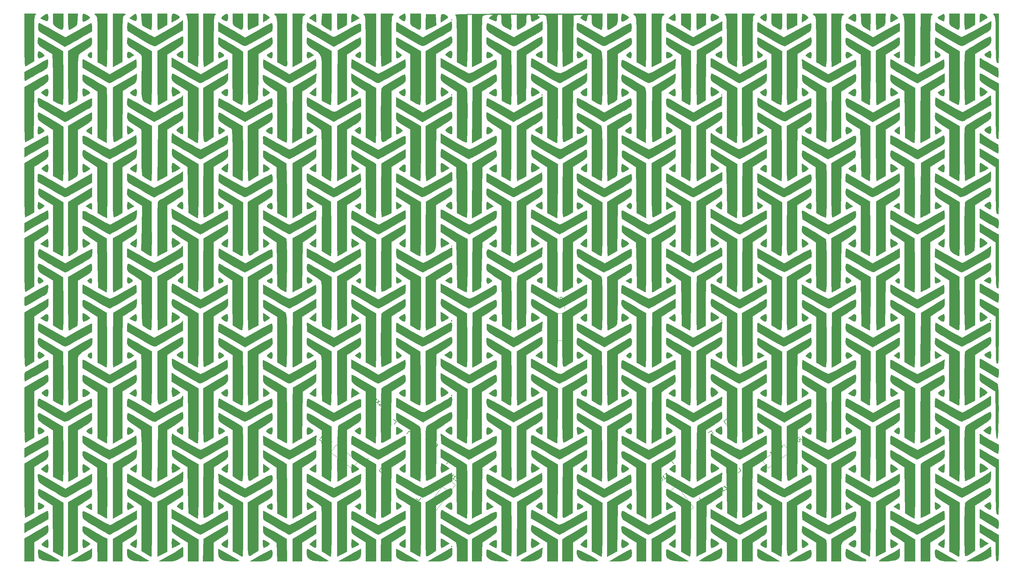
<source format=gbr>
G04 #@! TF.GenerationSoftware,KiCad,Pcbnew,(5.1.4)-1*
G04 #@! TF.CreationDate,2023-03-14T14:53:53-04:00*
G04 #@! TF.ProjectId,ThumbsUp,5468756d-6273-4557-902e-6b696361645f,rev?*
G04 #@! TF.SameCoordinates,Original*
G04 #@! TF.FileFunction,Legend,Top*
G04 #@! TF.FilePolarity,Positive*
%FSLAX46Y46*%
G04 Gerber Fmt 4.6, Leading zero omitted, Abs format (unit mm)*
G04 Created by KiCad (PCBNEW (5.1.4)-1) date 2023-03-14 14:53:53*
%MOMM*%
%LPD*%
G04 APERTURE LIST*
%ADD10C,0.010000*%
%ADD11C,0.150000*%
%ADD12C,0.120000*%
G04 APERTURE END LIST*
D10*
G36*
X119864338Y32160411D02*
G01*
X119730654Y32026727D01*
X119596970Y32160411D01*
X119730654Y32294095D01*
X119864338Y32160411D01*
X119864338Y32160411D01*
G37*
X119864338Y32160411D02*
X119730654Y32026727D01*
X119596970Y32160411D01*
X119730654Y32294095D01*
X119864338Y32160411D01*
G36*
X258284190Y33672040D02*
G01*
X258354791Y33121013D01*
X258361180Y32851113D01*
X258325299Y32106904D01*
X258140299Y31825983D01*
X257690145Y31939784D01*
X257224864Y32179655D01*
X256701534Y32498552D01*
X256516285Y32765130D01*
X256708594Y33049654D01*
X257317942Y33422388D01*
X258160654Y33845165D01*
X258284190Y33672040D01*
X258284190Y33672040D01*
G37*
X258284190Y33672040D02*
X258354791Y33121013D01*
X258361180Y32851113D01*
X258325299Y32106904D01*
X258140299Y31825983D01*
X257690145Y31939784D01*
X257224864Y32179655D01*
X256701534Y32498552D01*
X256516285Y32765130D01*
X256708594Y33049654D01*
X257317942Y33422388D01*
X258160654Y33845165D01*
X258284190Y33672040D01*
G36*
X208285614Y33660974D02*
G01*
X208358004Y33068132D01*
X208363285Y32828832D01*
X208283278Y32070771D01*
X208008778Y31789356D01*
X207488064Y31963359D01*
X207030438Y32281754D01*
X206609032Y32662571D01*
X206489664Y32892690D01*
X206495701Y32899203D01*
X207013050Y33275477D01*
X207602723Y33641691D01*
X208055980Y33872192D01*
X208155408Y33898305D01*
X208285614Y33660974D01*
X208285614Y33660974D01*
G37*
X208285614Y33660974D02*
X208358004Y33068132D01*
X208363285Y32828832D01*
X208283278Y32070771D01*
X208008778Y31789356D01*
X207488064Y31963359D01*
X207030438Y32281754D01*
X206609032Y32662571D01*
X206489664Y32892690D01*
X206495701Y32899203D01*
X207013050Y33275477D01*
X207602723Y33641691D01*
X208055980Y33872192D01*
X208155408Y33898305D01*
X208285614Y33660974D01*
G36*
X193680009Y33773597D02*
G01*
X194308295Y33476166D01*
X194813656Y33121056D01*
X194994864Y32847602D01*
X194777624Y32631433D01*
X194254143Y32319478D01*
X193616779Y32009189D01*
X193057891Y31798020D01*
X192846846Y31759358D01*
X192685093Y31996577D01*
X192595131Y32589172D01*
X192588549Y32828832D01*
X192632584Y33527260D01*
X192812664Y33836234D01*
X193132692Y33898305D01*
X193680009Y33773597D01*
X193680009Y33773597D01*
G37*
X193680009Y33773597D02*
X194308295Y33476166D01*
X194813656Y33121056D01*
X194994864Y32847602D01*
X194777624Y32631433D01*
X194254143Y32319478D01*
X193616779Y32009189D01*
X193057891Y31798020D01*
X192846846Y31759358D01*
X192685093Y31996577D01*
X192595131Y32589172D01*
X192588549Y32828832D01*
X192632584Y33527260D01*
X192812664Y33836234D01*
X193132692Y33898305D01*
X193680009Y33773597D01*
G36*
X182620981Y33660525D02*
G01*
X182690816Y33068248D01*
X182695917Y32828832D01*
X182661915Y32108008D01*
X182483439Y31828819D01*
X182045783Y31931338D01*
X181506546Y32207453D01*
X180718228Y32634138D01*
X181506546Y33264894D01*
X182068042Y33675627D01*
X182453332Y33888697D01*
X182495391Y33896977D01*
X182620981Y33660525D01*
X182620981Y33660525D01*
G37*
X182620981Y33660525D02*
X182690816Y33068248D01*
X182695917Y32828832D01*
X182661915Y32108008D01*
X182483439Y31828819D01*
X182045783Y31931338D01*
X181506546Y32207453D01*
X180718228Y32634138D01*
X181506546Y33264894D01*
X182068042Y33675627D01*
X182453332Y33888697D01*
X182495391Y33896977D01*
X182620981Y33660525D01*
G36*
X106685614Y33660974D02*
G01*
X106758004Y33068132D01*
X106763285Y32828832D01*
X106683278Y32070771D01*
X106408778Y31789356D01*
X105888064Y31963359D01*
X105430438Y32281754D01*
X105009032Y32662571D01*
X104889664Y32892690D01*
X104895701Y32899203D01*
X105413050Y33275477D01*
X106002723Y33641691D01*
X106455980Y33872192D01*
X106555408Y33898305D01*
X106685614Y33660974D01*
X106685614Y33660974D01*
G37*
X106685614Y33660974D02*
X106758004Y33068132D01*
X106763285Y32828832D01*
X106683278Y32070771D01*
X106408778Y31789356D01*
X105888064Y31963359D01*
X105430438Y32281754D01*
X105009032Y32662571D01*
X104889664Y32892690D01*
X104895701Y32899203D01*
X105413050Y33275477D01*
X106002723Y33641691D01*
X106455980Y33872192D01*
X106555408Y33898305D01*
X106685614Y33660974D01*
G36*
X56755341Y33387591D02*
G01*
X56765391Y32828832D01*
X56702023Y32100528D01*
X56447447Y31820388D01*
X55904950Y31934657D01*
X55495391Y32122956D01*
X54989489Y32496333D01*
X54995313Y32890656D01*
X55518236Y33346377D01*
X55670328Y33439606D01*
X56326384Y33795516D01*
X56648557Y33800208D01*
X56755341Y33387591D01*
X56755341Y33387591D01*
G37*
X56755341Y33387591D02*
X56765391Y32828832D01*
X56702023Y32100528D01*
X56447447Y31820388D01*
X55904950Y31934657D01*
X55495391Y32122956D01*
X54989489Y32496333D01*
X54995313Y32890656D01*
X55518236Y33346377D01*
X55670328Y33439606D01*
X56326384Y33795516D01*
X56648557Y33800208D01*
X56755341Y33387591D01*
G36*
X31067877Y33425157D02*
G01*
X31098022Y32828832D01*
X31063979Y32107832D01*
X30885364Y31828738D01*
X30447450Y31931515D01*
X29909611Y32206950D01*
X29122253Y32633132D01*
X29857679Y33265719D01*
X30515524Y33760400D01*
X30896841Y33821324D01*
X31067877Y33425157D01*
X31067877Y33425157D01*
G37*
X31067877Y33425157D02*
X31098022Y32828832D01*
X31063979Y32107832D01*
X30885364Y31828738D01*
X30447450Y31931515D01*
X29909611Y32206950D01*
X29122253Y32633132D01*
X29857679Y33265719D01*
X30515524Y33760400D01*
X30896841Y33821324D01*
X31067877Y33425157D01*
G36*
X6185805Y33463955D02*
G01*
X6232759Y32828832D01*
X6175384Y32118564D01*
X5940936Y31826985D01*
X5435929Y31914427D01*
X4796013Y32219208D01*
X4027687Y32622335D01*
X4796013Y33250705D01*
X5521551Y33761070D01*
X5967194Y33837328D01*
X6185805Y33463955D01*
X6185805Y33463955D01*
G37*
X6185805Y33463955D02*
X6232759Y32828832D01*
X6175384Y32118564D01*
X5940936Y31826985D01*
X5435929Y31914427D01*
X4796013Y32219208D01*
X4027687Y32622335D01*
X4796013Y33250705D01*
X5521551Y33761070D01*
X5967194Y33837328D01*
X6185805Y33463955D01*
G36*
X269347709Y33767024D02*
G01*
X269864620Y33456455D01*
X270271065Y33091507D01*
X270406585Y32797091D01*
X270368839Y32739939D01*
X270091970Y32561465D01*
X269525265Y32213716D01*
X269256443Y32051350D01*
X268253812Y31448377D01*
X268253812Y32673341D01*
X268282164Y33425971D01*
X268415323Y33785828D01*
X268725440Y33893880D01*
X268880794Y33898305D01*
X269347709Y33767024D01*
X269347709Y33767024D01*
G37*
X269347709Y33767024D02*
X269864620Y33456455D01*
X270271065Y33091507D01*
X270406585Y32797091D01*
X270368839Y32739939D01*
X270091970Y32561465D01*
X269525265Y32213716D01*
X269256443Y32051350D01*
X268253812Y31448377D01*
X268253812Y32673341D01*
X268282164Y33425971D01*
X268415323Y33785828D01*
X268725440Y33893880D01*
X268880794Y33898305D01*
X269347709Y33767024D01*
G36*
X243967549Y33758192D02*
G01*
X244614196Y33278360D01*
X245334926Y32658415D01*
X244346454Y32075202D01*
X243714843Y31717337D01*
X243303023Y31511520D01*
X243239581Y31491990D01*
X243168941Y31731181D01*
X243126591Y32336299D01*
X243121180Y32695148D01*
X243202429Y33531362D01*
X243471760Y33880713D01*
X243967549Y33758192D01*
X243967549Y33758192D01*
G37*
X243967549Y33758192D02*
X244614196Y33278360D01*
X245334926Y32658415D01*
X244346454Y32075202D01*
X243714843Y31717337D01*
X243303023Y31511520D01*
X243239581Y31491990D01*
X243168941Y31731181D01*
X243126591Y32336299D01*
X243121180Y32695148D01*
X243202429Y33531362D01*
X243471760Y33880713D01*
X243967549Y33758192D01*
G36*
X233450731Y33460552D02*
G01*
X233495917Y32844611D01*
X233449785Y32148700D01*
X233335058Y31723065D01*
X233295391Y31680344D01*
X232959709Y31734683D01*
X232372543Y32006611D01*
X232186804Y32113073D01*
X231278744Y32656373D01*
X232053120Y33276011D01*
X232783389Y33775800D01*
X233231793Y33842536D01*
X233450731Y33460552D01*
X233450731Y33460552D01*
G37*
X233450731Y33460552D02*
X233495917Y32844611D01*
X233449785Y32148700D01*
X233335058Y31723065D01*
X233295391Y31680344D01*
X232959709Y31734683D01*
X232372543Y32006611D01*
X232186804Y32113073D01*
X231278744Y32656373D01*
X232053120Y33276011D01*
X232783389Y33775800D01*
X233231793Y33842536D01*
X233450731Y33460552D01*
G36*
X218805985Y33763233D02*
G01*
X219336895Y33446235D01*
X219817541Y33079639D01*
X220057546Y32795776D01*
X220058646Y32755965D01*
X219803004Y32480577D01*
X219264370Y32080399D01*
X219120295Y31986763D01*
X218255917Y31439478D01*
X218255917Y32668892D01*
X218286939Y33395709D01*
X218365595Y33836920D01*
X218415190Y33898305D01*
X218805985Y33763233D01*
X218805985Y33763233D01*
G37*
X218805985Y33763233D02*
X219336895Y33446235D01*
X219817541Y33079639D01*
X220057546Y32795776D01*
X220058646Y32755965D01*
X219803004Y32480577D01*
X219264370Y32080399D01*
X219120295Y31986763D01*
X218255917Y31439478D01*
X218255917Y32668892D01*
X218286939Y33395709D01*
X218365595Y33836920D01*
X218415190Y33898305D01*
X218805985Y33763233D01*
G36*
X168171897Y33772177D02*
G01*
X168752657Y33473717D01*
X169290094Y33122808D01*
X169583153Y32839336D01*
X169594864Y32797595D01*
X169387004Y32543057D01*
X168891400Y32202105D01*
X168300015Y31881729D01*
X167804814Y31688918D01*
X167611956Y31692442D01*
X167483486Y32066124D01*
X167453027Y32682174D01*
X167507425Y33328676D01*
X167633526Y33793713D01*
X167748875Y33898305D01*
X168171897Y33772177D01*
X168171897Y33772177D01*
G37*
X168171897Y33772177D02*
X168752657Y33473717D01*
X169290094Y33122808D01*
X169583153Y32839336D01*
X169594864Y32797595D01*
X169387004Y32543057D01*
X168891400Y32202105D01*
X168300015Y31881729D01*
X167804814Y31688918D01*
X167611956Y31692442D01*
X167483486Y32066124D01*
X167453027Y32682174D01*
X167507425Y33328676D01*
X167633526Y33793713D01*
X167748875Y33898305D01*
X168171897Y33772177D01*
G36*
X117557509Y33727238D02*
G01*
X117905089Y33579204D01*
X118516024Y33198867D01*
X118641942Y32840430D01*
X118274312Y32433841D01*
X117723152Y32085585D01*
X116655917Y31476023D01*
X116655917Y32537701D01*
X116737715Y33387561D01*
X117019867Y33768750D01*
X117557509Y33727238D01*
X117557509Y33727238D01*
G37*
X117557509Y33727238D02*
X117905089Y33579204D01*
X118516024Y33198867D01*
X118641942Y32840430D01*
X118274312Y32433841D01*
X117723152Y32085585D01*
X116655917Y31476023D01*
X116655917Y32537701D01*
X116737715Y33387561D01*
X117019867Y33768750D01*
X117557509Y33727238D01*
G36*
X92295203Y33746438D02*
G01*
X92982959Y33262554D01*
X93774212Y32629459D01*
X92648749Y32055290D01*
X91523285Y31481122D01*
X91523285Y32689714D01*
X91589392Y33511337D01*
X91827035Y33855862D01*
X92295203Y33746438D01*
X92295203Y33746438D01*
G37*
X92295203Y33746438D02*
X92982959Y33262554D01*
X93774212Y32629459D01*
X92648749Y32055290D01*
X91523285Y31481122D01*
X91523285Y32689714D01*
X91589392Y33511337D01*
X91827035Y33855862D01*
X92295203Y33746438D01*
G36*
X81597996Y33390330D02*
G01*
X81630654Y32695148D01*
X81617414Y31982885D01*
X81583907Y31563368D01*
X81563812Y31514140D01*
X81316749Y31654480D01*
X80782867Y31977150D01*
X80589223Y32096148D01*
X79681477Y32656006D01*
X80403606Y33277156D01*
X81052775Y33763987D01*
X81428411Y33812380D01*
X81597996Y33390330D01*
X81597996Y33390330D01*
G37*
X81597996Y33390330D02*
X81630654Y32695148D01*
X81617414Y31982885D01*
X81583907Y31563368D01*
X81563812Y31514140D01*
X81316749Y31654480D01*
X80782867Y31977150D01*
X80589223Y32096148D01*
X79681477Y32656006D01*
X80403606Y33277156D01*
X81052775Y33763987D01*
X81428411Y33812380D01*
X81597996Y33390330D01*
G36*
X67178805Y33766931D02*
G01*
X67717231Y33459350D01*
X68230631Y33105377D01*
X68517058Y32834827D01*
X68529601Y32797595D01*
X68321195Y32559633D01*
X67800829Y32188847D01*
X67593812Y32062153D01*
X66658022Y31510024D01*
X66658022Y32704165D01*
X66689905Y33418805D01*
X66770503Y33845401D01*
X66817296Y33898305D01*
X67178805Y33766931D01*
X67178805Y33766931D01*
G37*
X67178805Y33766931D02*
X67717231Y33459350D01*
X68230631Y33105377D01*
X68517058Y32834827D01*
X68529601Y32797595D01*
X68321195Y32559633D01*
X67800829Y32188847D01*
X67593812Y32062153D01*
X66658022Y31510024D01*
X66658022Y32704165D01*
X66689905Y33418805D01*
X66770503Y33845401D01*
X66817296Y33898305D01*
X67178805Y33766931D01*
G36*
X42164483Y33736929D02*
G01*
X42750512Y33394060D01*
X43115133Y33049120D01*
X43153264Y32760924D01*
X42813414Y32444254D01*
X42044091Y32013894D01*
X41859601Y31919592D01*
X40990654Y31478258D01*
X40990654Y32688282D01*
X41023519Y33440008D01*
X41164656Y33796876D01*
X41477876Y33896911D01*
X41550061Y33898305D01*
X42164483Y33736929D01*
X42164483Y33736929D01*
G37*
X42164483Y33736929D02*
X42750512Y33394060D01*
X43115133Y33049120D01*
X43153264Y32760924D01*
X42813414Y32444254D01*
X42044091Y32013894D01*
X41859601Y31919592D01*
X40990654Y31478258D01*
X40990654Y32688282D01*
X41023519Y33440008D01*
X41164656Y33796876D01*
X41477876Y33896911D01*
X41550061Y33898305D01*
X42164483Y33736929D01*
G36*
X16574003Y33772177D02*
G01*
X17154762Y33473717D01*
X17692200Y33122808D01*
X17985258Y32839336D01*
X17996970Y32797595D01*
X17789109Y32543057D01*
X17293505Y32202105D01*
X16702120Y31881729D01*
X16206920Y31688918D01*
X16014061Y31692442D01*
X15885591Y32066124D01*
X15855132Y32682174D01*
X15909530Y33328676D01*
X16035631Y33793713D01*
X16150980Y33898305D01*
X16574003Y33772177D01*
X16574003Y33772177D01*
G37*
X16574003Y33772177D02*
X17154762Y33473717D01*
X17692200Y33122808D01*
X17985258Y32839336D01*
X17996970Y32797595D01*
X17789109Y32543057D01*
X17293505Y32202105D01*
X16702120Y31881729D01*
X16206920Y31688918D01*
X16014061Y31692442D01*
X15885591Y32066124D01*
X15855132Y32682174D01*
X15909530Y33328676D01*
X16035631Y33793713D01*
X16150980Y33898305D01*
X16574003Y33772177D01*
G36*
X266916970Y30735602D02*
G01*
X265680136Y30044322D01*
X264940972Y29654145D01*
X264387253Y29403482D01*
X264209609Y29353042D01*
X264104007Y29599886D01*
X264023240Y30258597D01*
X263979930Y31206447D01*
X263975917Y31625674D01*
X263975917Y33898305D01*
X266916970Y33898305D01*
X266916970Y30735602D01*
X266916970Y30735602D01*
G37*
X266916970Y30735602D02*
X265680136Y30044322D01*
X264940972Y29654145D01*
X264387253Y29403482D01*
X264209609Y29353042D01*
X264104007Y29599886D01*
X264023240Y30258597D01*
X263979930Y31206447D01*
X263975917Y31625674D01*
X263975917Y33898305D01*
X266916970Y33898305D01*
X266916970Y30735602D01*
G36*
X262639075Y31625674D02*
G01*
X262624291Y30442228D01*
X262534900Y29735172D01*
X262303345Y29446206D01*
X261862067Y29517028D01*
X261143508Y29889338D01*
X260834338Y30068240D01*
X260202240Y30457909D01*
X259862890Y30804901D01*
X259725222Y31289204D01*
X259698172Y32090804D01*
X259698022Y32314127D01*
X259698022Y33898305D01*
X262639075Y33898305D01*
X262639075Y31625674D01*
X262639075Y31625674D01*
G37*
X262639075Y31625674D02*
X262624291Y30442228D01*
X262534900Y29735172D01*
X262303345Y29446206D01*
X261862067Y29517028D01*
X261143508Y29889338D01*
X260834338Y30068240D01*
X260202240Y30457909D01*
X259862890Y30804901D01*
X259725222Y31289204D01*
X259698172Y32090804D01*
X259698022Y32314127D01*
X259698022Y33898305D01*
X262639075Y33898305D01*
X262639075Y31625674D01*
G36*
X241730254Y32266688D02*
G01*
X241669828Y31358816D01*
X241537613Y30810341D01*
X241239495Y30446391D01*
X240681359Y30092091D01*
X240507161Y29994056D01*
X239820231Y29622220D01*
X239347440Y29390906D01*
X239237161Y29353042D01*
X239179990Y29599930D01*
X239136266Y30258749D01*
X239112823Y31206738D01*
X239110654Y31625674D01*
X239110654Y33898305D01*
X241809854Y33898305D01*
X241730254Y32266688D01*
X241730254Y32266688D01*
G37*
X241730254Y32266688D02*
X241669828Y31358816D01*
X241537613Y30810341D01*
X241239495Y30446391D01*
X240681359Y30092091D01*
X240507161Y29994056D01*
X239820231Y29622220D01*
X239347440Y29390906D01*
X239237161Y29353042D01*
X239179990Y29599930D01*
X239136266Y30258749D01*
X239112823Y31206738D01*
X239110654Y31625674D01*
X239110654Y33898305D01*
X241809854Y33898305D01*
X241730254Y32266688D01*
G36*
X216919075Y30698893D02*
G01*
X215591121Y30025967D01*
X214837880Y29656235D01*
X214294687Y29411816D01*
X214120595Y29353042D01*
X214056163Y29599925D01*
X214006887Y30258732D01*
X213980468Y31206705D01*
X213978022Y31625674D01*
X213978022Y33898305D01*
X216919075Y33898305D01*
X216919075Y30698893D01*
X216919075Y30698893D01*
G37*
X216919075Y30698893D02*
X215591121Y30025967D01*
X214837880Y29656235D01*
X214294687Y29411816D01*
X214120595Y29353042D01*
X214056163Y29599925D01*
X214006887Y30258732D01*
X213980468Y31206705D01*
X213978022Y31625674D01*
X213978022Y33898305D01*
X216919075Y33898305D01*
X216919075Y30698893D01*
G36*
X212641180Y31625674D02*
G01*
X212626396Y30442228D01*
X212537005Y29735172D01*
X212305450Y29446206D01*
X211864172Y29517028D01*
X211145613Y29889338D01*
X210836443Y30068240D01*
X210204345Y30457909D01*
X209864995Y30804901D01*
X209727328Y31289204D01*
X209700277Y32090804D01*
X209700127Y32314127D01*
X209700127Y33898305D01*
X212641180Y33898305D01*
X212641180Y31625674D01*
X212641180Y31625674D01*
G37*
X212641180Y31625674D02*
X212626396Y30442228D01*
X212537005Y29735172D01*
X212305450Y29446206D01*
X211864172Y29517028D01*
X211145613Y29889338D01*
X210836443Y30068240D01*
X210204345Y30457909D01*
X209864995Y30804901D01*
X209727328Y31289204D01*
X209700277Y32090804D01*
X209700127Y32314127D01*
X209700127Y33898305D01*
X212641180Y33898305D01*
X212641180Y31625674D01*
G36*
X191251706Y30740696D02*
G01*
X190067780Y30046869D01*
X189366054Y29651694D01*
X188867171Y29400417D01*
X188730938Y29353042D01*
X188661833Y29599921D01*
X188608982Y30258720D01*
X188580645Y31206682D01*
X188578022Y31625674D01*
X188578022Y33898305D01*
X191251706Y33898305D01*
X191251706Y30740696D01*
X191251706Y30740696D01*
G37*
X191251706Y30740696D02*
X190067780Y30046869D01*
X189366054Y29651694D01*
X188867171Y29400417D01*
X188730938Y29353042D01*
X188661833Y29599921D01*
X188608982Y30258720D01*
X188580645Y31206682D01*
X188578022Y31625674D01*
X188578022Y33898305D01*
X191251706Y33898305D01*
X191251706Y30740696D01*
G36*
X166386443Y32469218D02*
G01*
X166314271Y31439497D01*
X166077489Y30807899D01*
X165918549Y30629881D01*
X165426867Y30276581D01*
X164751506Y29874762D01*
X164089542Y29532598D01*
X163638054Y29358265D01*
X163592352Y29353042D01*
X163525937Y29599923D01*
X163475144Y30258727D01*
X163447911Y31206696D01*
X163445391Y31625674D01*
X163445391Y33898305D01*
X166386443Y33898305D01*
X166386443Y32469218D01*
X166386443Y32469218D01*
G37*
X166386443Y32469218D02*
X166314271Y31439497D01*
X166077489Y30807899D01*
X165918549Y30629881D01*
X165426867Y30276581D01*
X164751506Y29874762D01*
X164089542Y29532598D01*
X163638054Y29358265D01*
X163592352Y29353042D01*
X163525937Y29599923D01*
X163475144Y30258727D01*
X163447911Y31206696D01*
X163445391Y31625674D01*
X163445391Y33898305D01*
X166386443Y33898305D01*
X166386443Y32469218D01*
G36*
X115265244Y32238350D02*
G01*
X115345098Y30712080D01*
X114004133Y30032561D01*
X113244850Y29660570D01*
X112692781Y29413753D01*
X112509782Y29353042D01*
X112448233Y29599338D01*
X112418009Y30255300D01*
X112423380Y31196545D01*
X112434051Y31558832D01*
X112511706Y33764621D01*
X115185391Y33764621D01*
X115265244Y32238350D01*
X115265244Y32238350D01*
G37*
X115265244Y32238350D02*
X115345098Y30712080D01*
X114004133Y30032561D01*
X113244850Y29660570D01*
X112692781Y29413753D01*
X112509782Y29353042D01*
X112448233Y29599338D01*
X112418009Y30255300D01*
X112423380Y31196545D01*
X112434051Y31558832D01*
X112511706Y33764621D01*
X115185391Y33764621D01*
X115265244Y32238350D01*
G36*
X111041180Y31625674D02*
G01*
X111026396Y30442228D01*
X110937005Y29735172D01*
X110705450Y29446206D01*
X110264172Y29517028D01*
X109545613Y29889338D01*
X109236443Y30068240D01*
X108604345Y30457909D01*
X108264995Y30804901D01*
X108127328Y31289204D01*
X108100277Y32090804D01*
X108100127Y32314127D01*
X108100127Y33898305D01*
X111041180Y33898305D01*
X111041180Y31625674D01*
X111041180Y31625674D01*
G37*
X111041180Y31625674D02*
X111026396Y30442228D01*
X110937005Y29735172D01*
X110705450Y29446206D01*
X110264172Y29517028D01*
X109545613Y29889338D01*
X109236443Y30068240D01*
X108604345Y30457909D01*
X108264995Y30804901D01*
X108127328Y31289204D01*
X108100277Y32090804D01*
X108100127Y32314127D01*
X108100127Y33898305D01*
X111041180Y33898305D01*
X111041180Y31625674D01*
G36*
X90186443Y30740696D02*
G01*
X89002517Y30046869D01*
X88300791Y29651694D01*
X87801908Y29400417D01*
X87665675Y29353042D01*
X87596570Y29599921D01*
X87543719Y30258720D01*
X87515382Y31206682D01*
X87512759Y31625674D01*
X87512759Y33898305D01*
X90186443Y33898305D01*
X90186443Y30740696D01*
X90186443Y30740696D01*
G37*
X90186443Y30740696D02*
X89002517Y30046869D01*
X88300791Y29651694D01*
X87801908Y29400417D01*
X87665675Y29353042D01*
X87596570Y29599921D01*
X87543719Y30258720D01*
X87515382Y31206682D01*
X87512759Y31625674D01*
X87512759Y33898305D01*
X90186443Y33898305D01*
X90186443Y30740696D01*
G36*
X65321180Y30698893D02*
G01*
X63993226Y30025967D01*
X63239986Y29656235D01*
X62696792Y29411816D01*
X62522700Y29353042D01*
X62458269Y29599925D01*
X62408992Y30258732D01*
X62382573Y31206705D01*
X62380127Y31625674D01*
X62380127Y33898305D01*
X65321180Y33898305D01*
X65321180Y30698893D01*
X65321180Y30698893D01*
G37*
X65321180Y30698893D02*
X63993226Y30025967D01*
X63239986Y29656235D01*
X62696792Y29411816D01*
X62522700Y29353042D01*
X62458269Y29599925D01*
X62408992Y30258732D01*
X62382573Y31206705D01*
X62380127Y31625674D01*
X62380127Y33898305D01*
X65321180Y33898305D01*
X65321180Y30698893D01*
G36*
X61043285Y31625674D02*
G01*
X61028501Y30442228D01*
X60939111Y29735172D01*
X60707555Y29446206D01*
X60266277Y29517028D01*
X59547718Y29889338D01*
X59238549Y30068240D01*
X58606450Y30457909D01*
X58267100Y30804901D01*
X58129433Y31289204D01*
X58102383Y32090804D01*
X58102233Y32314127D01*
X58102233Y33898305D01*
X61043285Y33898305D01*
X61043285Y31625674D01*
X61043285Y31625674D01*
G37*
X61043285Y31625674D02*
X61028501Y30442228D01*
X60939111Y29735172D01*
X60707555Y29446206D01*
X60266277Y29517028D01*
X59547718Y29889338D01*
X59238549Y30068240D01*
X58606450Y30457909D01*
X58267100Y30804901D01*
X58129433Y31289204D01*
X58102383Y32090804D01*
X58102233Y32314127D01*
X58102233Y33898305D01*
X61043285Y33898305D01*
X61043285Y31625674D01*
G36*
X39653812Y30735602D02*
G01*
X38416978Y30044322D01*
X37707143Y29657238D01*
X37213974Y29406375D01*
X37080136Y29353042D01*
X37034939Y29599937D01*
X37000374Y30258773D01*
X36981842Y31206783D01*
X36980127Y31625674D01*
X36980127Y33898305D01*
X39653812Y33898305D01*
X39653812Y30735602D01*
X39653812Y30735602D01*
G37*
X39653812Y30735602D02*
X38416978Y30044322D01*
X37707143Y29657238D01*
X37213974Y29406375D01*
X37080136Y29353042D01*
X37034939Y29599937D01*
X37000374Y30258773D01*
X36981842Y31206783D01*
X36980127Y31625674D01*
X36980127Y33898305D01*
X39653812Y33898305D01*
X39653812Y30735602D01*
G36*
X35375917Y31625674D02*
G01*
X35354159Y30600486D01*
X35296094Y29818638D01*
X35212532Y29402023D01*
X35175391Y29364859D01*
X34834905Y29486067D01*
X34210920Y29777844D01*
X33905391Y29933153D01*
X33240880Y30286411D01*
X32808378Y30530370D01*
X32735463Y30578808D01*
X32665937Y30871562D01*
X32586817Y31542068D01*
X32526913Y32283145D01*
X32418817Y33898305D01*
X35375917Y33898305D01*
X35375917Y31625674D01*
X35375917Y31625674D01*
G37*
X35375917Y31625674D02*
X35354159Y30600486D01*
X35296094Y29818638D01*
X35212532Y29402023D01*
X35175391Y29364859D01*
X34834905Y29486067D01*
X34210920Y29777844D01*
X33905391Y29933153D01*
X33240880Y30286411D01*
X32808378Y30530370D01*
X32735463Y30578808D01*
X32665937Y30871562D01*
X32586817Y31542068D01*
X32526913Y32283145D01*
X32418817Y33898305D01*
X35375917Y33898305D01*
X35375917Y31625674D01*
G36*
X14467096Y32234518D02*
G01*
X14406817Y31314232D01*
X14279391Y30758092D01*
X13998571Y30395850D01*
X13478109Y30057256D01*
X13318022Y29966284D01*
X12636491Y29602994D01*
X12152875Y29384994D01*
X12048022Y29357441D01*
X11957422Y29602212D01*
X11888123Y30259191D01*
X11850949Y31205953D01*
X11847496Y31625674D01*
X11847496Y33898305D01*
X14546696Y33898305D01*
X14467096Y32234518D01*
X14467096Y32234518D01*
G37*
X14467096Y32234518D02*
X14406817Y31314232D01*
X14279391Y30758092D01*
X13998571Y30395850D01*
X13478109Y30057256D01*
X13318022Y29966284D01*
X12636491Y29602994D01*
X12152875Y29384994D01*
X12048022Y29357441D01*
X11957422Y29602212D01*
X11888123Y30259191D01*
X11850949Y31205953D01*
X11847496Y31625674D01*
X11847496Y33898305D01*
X14546696Y33898305D01*
X14467096Y32234518D01*
G36*
X10510654Y31625674D02*
G01*
X10493408Y30430586D01*
X10398664Y29713368D01*
X10161910Y29417307D01*
X9718638Y29485694D01*
X9004335Y29861819D01*
X8705917Y30039147D01*
X8074397Y30439581D01*
X7735017Y30793376D01*
X7597047Y31281787D01*
X7569761Y32086067D01*
X7569601Y32309249D01*
X7569601Y33898305D01*
X10510654Y33898305D01*
X10510654Y31625674D01*
X10510654Y31625674D01*
G37*
X10510654Y31625674D02*
X10493408Y30430586D01*
X10398664Y29713368D01*
X10161910Y29417307D01*
X9718638Y29485694D01*
X9004335Y29861819D01*
X8705917Y30039147D01*
X8074397Y30439581D01*
X7735017Y30793376D01*
X7597047Y31281787D01*
X7569761Y32086067D01*
X7569601Y32309249D01*
X7569601Y33898305D01*
X10510654Y33898305D01*
X10510654Y31625674D01*
G36*
X237506443Y31491990D02*
G01*
X237499582Y30435324D01*
X237481200Y29619847D01*
X237454603Y29163488D01*
X237439601Y29106690D01*
X237193687Y29245040D01*
X236634500Y29577493D01*
X236169601Y29858299D01*
X235509917Y30280294D01*
X235143015Y30647796D01*
X234972517Y31140019D01*
X234902046Y31936180D01*
X234886843Y32243598D01*
X234807243Y33898305D01*
X237506443Y33898305D01*
X237506443Y31491990D01*
X237506443Y31491990D01*
G37*
X237506443Y31491990D02*
X237499582Y30435324D01*
X237481200Y29619847D01*
X237454603Y29163488D01*
X237439601Y29106690D01*
X237193687Y29245040D01*
X236634500Y29577493D01*
X236169601Y29858299D01*
X235509917Y30280294D01*
X235143015Y30647796D01*
X234972517Y31140019D01*
X234902046Y31936180D01*
X234886843Y32243598D01*
X234807243Y33898305D01*
X237506443Y33898305D01*
X237506443Y31491990D01*
G36*
X186973812Y31491990D02*
G01*
X186966949Y30434970D01*
X186948563Y29618790D01*
X186921961Y29161537D01*
X186906970Y29104278D01*
X186664135Y29245434D01*
X186106808Y29590534D01*
X185570127Y29928991D01*
X184300127Y30735099D01*
X184300127Y33898305D01*
X186973812Y33898305D01*
X186973812Y31491990D01*
X186973812Y31491990D01*
G37*
X186973812Y31491990D02*
X186966949Y30434970D01*
X186948563Y29618790D01*
X186921961Y29161537D01*
X186906970Y29104278D01*
X186664135Y29245434D01*
X186106808Y29590534D01*
X185570127Y29928991D01*
X184300127Y30735099D01*
X184300127Y33898305D01*
X186973812Y33898305D01*
X186973812Y31491990D01*
G36*
X85908549Y31491990D02*
G01*
X85901693Y30436910D01*
X85883328Y29624582D01*
X85856752Y29172226D01*
X85841706Y29117509D01*
X85591037Y29253777D01*
X85017021Y29570608D01*
X84508100Y29852772D01*
X83781469Y30292840D01*
X83275779Y30667560D01*
X83137484Y30826103D01*
X83102482Y31229340D01*
X83126300Y31966561D01*
X83168266Y32497156D01*
X83302898Y33898305D01*
X85908549Y33898305D01*
X85908549Y31491990D01*
X85908549Y31491990D01*
G37*
X85908549Y31491990D02*
X85901693Y30436910D01*
X85883328Y29624582D01*
X85856752Y29172226D01*
X85841706Y29117509D01*
X85591037Y29253777D01*
X85017021Y29570608D01*
X84508100Y29852772D01*
X83781469Y30292840D01*
X83275779Y30667560D01*
X83137484Y30826103D01*
X83102482Y31229340D01*
X83126300Y31966561D01*
X83168266Y32497156D01*
X83302898Y33898305D01*
X85908549Y33898305D01*
X85908549Y31491990D01*
G36*
X271462233Y30600965D02*
G01*
X271440507Y29944587D01*
X271306697Y29502003D01*
X270957854Y29130046D01*
X270291028Y28685550D01*
X269924864Y28463020D01*
X268066343Y27355807D01*
X266433673Y26414105D01*
X265076340Y25664809D01*
X264043828Y25134811D01*
X263385622Y24851004D01*
X263202287Y24809582D01*
X262827775Y24942127D01*
X262092531Y25304994D01*
X261091129Y25848081D01*
X259918147Y26521287D01*
X259474422Y26784446D01*
X258274557Y27509222D01*
X257231915Y28152209D01*
X256436731Y28656766D01*
X255979236Y28966254D01*
X255914642Y29018949D01*
X255767807Y29433136D01*
X255725664Y30140483D01*
X255737190Y30362918D01*
X255821180Y31445445D01*
X259296970Y29440273D01*
X260533321Y28729736D01*
X261613854Y28113842D01*
X262449996Y27642685D01*
X262953176Y27366360D01*
X263048852Y27318295D01*
X263386278Y27401255D01*
X264122335Y27729657D01*
X265197916Y28272496D01*
X266553918Y28998767D01*
X268131236Y29877464D01*
X269870766Y30877583D01*
X270192233Y31065578D01*
X271462233Y31810170D01*
X271462233Y30600965D01*
X271462233Y30600965D01*
G37*
X271462233Y30600965D02*
X271440507Y29944587D01*
X271306697Y29502003D01*
X270957854Y29130046D01*
X270291028Y28685550D01*
X269924864Y28463020D01*
X268066343Y27355807D01*
X266433673Y26414105D01*
X265076340Y25664809D01*
X264043828Y25134811D01*
X263385622Y24851004D01*
X263202287Y24809582D01*
X262827775Y24942127D01*
X262092531Y25304994D01*
X261091129Y25848081D01*
X259918147Y26521287D01*
X259474422Y26784446D01*
X258274557Y27509222D01*
X257231915Y28152209D01*
X256436731Y28656766D01*
X255979236Y28966254D01*
X255914642Y29018949D01*
X255767807Y29433136D01*
X255725664Y30140483D01*
X255737190Y30362918D01*
X255821180Y31445445D01*
X259296970Y29440273D01*
X260533321Y28729736D01*
X261613854Y28113842D01*
X262449996Y27642685D01*
X262953176Y27366360D01*
X263048852Y27318295D01*
X263386278Y27401255D01*
X264122335Y27729657D01*
X265197916Y28272496D01*
X266553918Y28998767D01*
X268131236Y29877464D01*
X269870766Y30877583D01*
X270192233Y31065578D01*
X271462233Y31810170D01*
X271462233Y30600965D01*
G36*
X195785244Y30466785D02*
G01*
X195773519Y29219358D01*
X191939078Y27013569D01*
X190622669Y26274179D01*
X189438922Y25642675D01*
X188476842Y25163955D01*
X187825434Y24882924D01*
X187606066Y24827623D01*
X187209617Y24966646D01*
X186451233Y25336173D01*
X185424661Y25886894D01*
X184223648Y26569496D01*
X183631706Y26918197D01*
X180155917Y28988928D01*
X180073702Y30106774D01*
X180085149Y30891415D01*
X180259867Y31218014D01*
X180302592Y31224621D01*
X180633029Y31098221D01*
X181337507Y30749879D01*
X182327470Y30225886D01*
X183514365Y29572532D01*
X184162942Y29206719D01*
X187712186Y27188817D01*
X195796970Y31714211D01*
X195785244Y30466785D01*
X195785244Y30466785D01*
G37*
X195785244Y30466785D02*
X195773519Y29219358D01*
X191939078Y27013569D01*
X190622669Y26274179D01*
X189438922Y25642675D01*
X188476842Y25163955D01*
X187825434Y24882924D01*
X187606066Y24827623D01*
X187209617Y24966646D01*
X186451233Y25336173D01*
X185424661Y25886894D01*
X184223648Y26569496D01*
X183631706Y26918197D01*
X180155917Y28988928D01*
X180073702Y30106774D01*
X180085149Y30891415D01*
X180259867Y31218014D01*
X180302592Y31224621D01*
X180633029Y31098221D01*
X181337507Y30749879D01*
X182327470Y30225886D01*
X183514365Y29572532D01*
X184162942Y29206719D01*
X187712186Y27188817D01*
X195796970Y31714211D01*
X195785244Y30466785D01*
G36*
X155378222Y31228251D02*
G01*
X156044053Y30913437D01*
X157004845Y30412069D01*
X158177829Y29766768D01*
X158973619Y29314083D01*
X162656584Y27193458D01*
X164053619Y27961416D01*
X164947250Y28457210D01*
X166097443Y29101608D01*
X167296395Y29778055D01*
X167647169Y29976998D01*
X168626527Y30519167D01*
X169438174Y30942324D01*
X169966118Y31187279D01*
X170092110Y31224621D01*
X170235982Y30987054D01*
X170303364Y30389885D01*
X170301910Y30095605D01*
X170263285Y28966588D01*
X166653812Y26891596D01*
X165383846Y26175570D01*
X164256240Y25566067D01*
X163360866Y25109654D01*
X162787597Y24852896D01*
X162643285Y24813654D01*
X162235474Y24941500D01*
X161511429Y25283380D01*
X160609863Y25772313D01*
X160370654Y25911046D01*
X158643838Y26924789D01*
X157321571Y27704466D01*
X156350234Y28291740D01*
X155676210Y28728274D01*
X155245881Y29055733D01*
X155005628Y29315779D01*
X154901833Y29550075D01*
X154880879Y29800286D01*
X154889146Y30108075D01*
X154889601Y30170044D01*
X154937156Y30858315D01*
X155054970Y31276850D01*
X155090127Y31313885D01*
X155378222Y31228251D01*
X155378222Y31228251D01*
G37*
X155378222Y31228251D02*
X156044053Y30913437D01*
X157004845Y30412069D01*
X158177829Y29766768D01*
X158973619Y29314083D01*
X162656584Y27193458D01*
X164053619Y27961416D01*
X164947250Y28457210D01*
X166097443Y29101608D01*
X167296395Y29778055D01*
X167647169Y29976998D01*
X168626527Y30519167D01*
X169438174Y30942324D01*
X169966118Y31187279D01*
X170092110Y31224621D01*
X170235982Y30987054D01*
X170303364Y30389885D01*
X170301910Y30095605D01*
X170263285Y28966588D01*
X166653812Y26891596D01*
X165383846Y26175570D01*
X164256240Y25566067D01*
X163360866Y25109654D01*
X162787597Y24852896D01*
X162643285Y24813654D01*
X162235474Y24941500D01*
X161511429Y25283380D01*
X160609863Y25772313D01*
X160370654Y25911046D01*
X158643838Y26924789D01*
X157321571Y27704466D01*
X156350234Y28291740D01*
X155676210Y28728274D01*
X155245881Y29055733D01*
X155005628Y29315779D01*
X154901833Y29550075D01*
X154880879Y29800286D01*
X154889146Y30108075D01*
X154889601Y30170044D01*
X154937156Y30858315D01*
X155054970Y31276850D01*
X155090127Y31313885D01*
X155378222Y31228251D01*
G36*
X119816106Y30610564D02*
G01*
X119815024Y29821240D01*
X119612217Y29344850D01*
X119311484Y29086261D01*
X118574203Y28613612D01*
X117580442Y28016524D01*
X116427328Y27348753D01*
X115211989Y26664053D01*
X114031551Y26016178D01*
X112983142Y25458884D01*
X112163890Y25045925D01*
X111670921Y24831057D01*
X111589439Y24812526D01*
X111223423Y24944027D01*
X110489944Y25303228D01*
X109479883Y25842396D01*
X108284122Y26513798D01*
X107644216Y26884632D01*
X104113568Y28951990D01*
X104101584Y30237769D01*
X104131446Y30957095D01*
X104220911Y31369881D01*
X104290127Y31412291D01*
X104580554Y31245587D01*
X105248021Y30859917D01*
X106207079Y30304728D01*
X107372278Y29629470D01*
X108013585Y29257564D01*
X109241074Y28549714D01*
X110297804Y27948207D01*
X111101176Y27499440D01*
X111568595Y27249806D01*
X111651567Y27214095D01*
X111910323Y27339524D01*
X112555450Y27687141D01*
X113508974Y28213944D01*
X114692922Y28876930D01*
X115748636Y29473662D01*
X119730654Y31733228D01*
X119816106Y30610564D01*
X119816106Y30610564D01*
G37*
X119816106Y30610564D02*
X119815024Y29821240D01*
X119612217Y29344850D01*
X119311484Y29086261D01*
X118574203Y28613612D01*
X117580442Y28016524D01*
X116427328Y27348753D01*
X115211989Y26664053D01*
X114031551Y26016178D01*
X112983142Y25458884D01*
X112163890Y25045925D01*
X111670921Y24831057D01*
X111589439Y24812526D01*
X111223423Y24944027D01*
X110489944Y25303228D01*
X109479883Y25842396D01*
X108284122Y26513798D01*
X107644216Y26884632D01*
X104113568Y28951990D01*
X104101584Y30237769D01*
X104131446Y30957095D01*
X104220911Y31369881D01*
X104290127Y31412291D01*
X104580554Y31245587D01*
X105248021Y30859917D01*
X106207079Y30304728D01*
X107372278Y29629470D01*
X108013585Y29257564D01*
X109241074Y28549714D01*
X110297804Y27948207D01*
X111101176Y27499440D01*
X111568595Y27249806D01*
X111651567Y27214095D01*
X111910323Y27339524D01*
X112555450Y27687141D01*
X113508974Y28213944D01*
X114692922Y28876930D01*
X115748636Y29473662D01*
X119730654Y31733228D01*
X119816106Y30610564D01*
G36*
X54960654Y31005465D02*
G01*
X55775053Y30523134D01*
X56699024Y29995413D01*
X56899075Y29884048D01*
X57673082Y29448948D01*
X58693458Y28865958D01*
X59745392Y28257845D01*
X59791580Y28230953D01*
X61614612Y27169138D01*
X65242663Y29196880D01*
X66506152Y29894619D01*
X67610614Y30488646D01*
X68469952Y30933894D01*
X68998070Y31185299D01*
X69116583Y31224621D01*
X69249486Y30987890D01*
X69293190Y30392496D01*
X69280237Y30094210D01*
X69198022Y28963799D01*
X65588549Y26890201D01*
X64318520Y26174777D01*
X63190870Y25566092D01*
X62295486Y25110631D01*
X61722254Y24854880D01*
X61578022Y24816177D01*
X61216951Y24945735D01*
X60487871Y25303042D01*
X59481214Y25840573D01*
X58287412Y26510805D01*
X57643403Y26883869D01*
X54109835Y28951990D01*
X54100771Y30243796D01*
X54091706Y31535603D01*
X54960654Y31005465D01*
X54960654Y31005465D01*
G37*
X54960654Y31005465D02*
X55775053Y30523134D01*
X56699024Y29995413D01*
X56899075Y29884048D01*
X57673082Y29448948D01*
X58693458Y28865958D01*
X59745392Y28257845D01*
X59791580Y28230953D01*
X61614612Y27169138D01*
X65242663Y29196880D01*
X66506152Y29894619D01*
X67610614Y30488646D01*
X68469952Y30933894D01*
X68998070Y31185299D01*
X69116583Y31224621D01*
X69249486Y30987890D01*
X69293190Y30392496D01*
X69280237Y30094210D01*
X69198022Y28963799D01*
X65588549Y26890201D01*
X64318520Y26174777D01*
X63190870Y25566092D01*
X62295486Y25110631D01*
X61722254Y24854880D01*
X61578022Y24816177D01*
X61216951Y24945735D01*
X60487871Y25303042D01*
X59481214Y25840573D01*
X58287412Y26510805D01*
X57643403Y26883869D01*
X54109835Y28951990D01*
X54100771Y30243796D01*
X54091706Y31535603D01*
X54960654Y31005465D01*
G36*
X245736054Y30986301D02*
G01*
X245788013Y30387011D01*
X245792750Y30088305D01*
X245790635Y28951990D01*
X242784855Y27224981D01*
X241571576Y26527881D01*
X240455982Y25886917D01*
X239557758Y25370853D01*
X238996587Y25048451D01*
X238976970Y25037181D01*
X238174864Y24576390D01*
X234431706Y26782460D01*
X233032967Y27613108D01*
X232030393Y28232598D01*
X231356137Y28695548D01*
X230942350Y29056574D01*
X230721186Y29370292D01*
X230624797Y29691321D01*
X230602868Y29864660D01*
X230560654Y30492209D01*
X230617818Y30899359D01*
X230834446Y31077730D01*
X231270624Y31018945D01*
X231986437Y30714626D01*
X233041972Y30156394D01*
X234497313Y29335870D01*
X234530420Y29317007D01*
X238271881Y27184998D01*
X241883342Y29204810D01*
X243135213Y29899805D01*
X244218572Y30491499D01*
X245049827Y30935007D01*
X245545386Y31185440D01*
X245644833Y31224621D01*
X245736054Y30986301D01*
X245736054Y30986301D01*
G37*
X245736054Y30986301D02*
X245788013Y30387011D01*
X245792750Y30088305D01*
X245790635Y28951990D01*
X242784855Y27224981D01*
X241571576Y26527881D01*
X240455982Y25886917D01*
X239557758Y25370853D01*
X238996587Y25048451D01*
X238976970Y25037181D01*
X238174864Y24576390D01*
X234431706Y26782460D01*
X233032967Y27613108D01*
X232030393Y28232598D01*
X231356137Y28695548D01*
X230942350Y29056574D01*
X230721186Y29370292D01*
X230624797Y29691321D01*
X230602868Y29864660D01*
X230560654Y30492209D01*
X230617818Y30899359D01*
X230834446Y31077730D01*
X231270624Y31018945D01*
X231986437Y30714626D01*
X233041972Y30156394D01*
X234497313Y29335870D01*
X234530420Y29317007D01*
X238271881Y27184998D01*
X241883342Y29204810D01*
X243135213Y29899805D01*
X244218572Y30491499D01*
X245049827Y30935007D01*
X245545386Y31185440D01*
X245644833Y31224621D01*
X245736054Y30986301D01*
G36*
X206180424Y31239672D02*
G01*
X206848390Y30852933D01*
X207808951Y30296733D01*
X208977033Y29620332D01*
X209645905Y29232994D01*
X213201156Y27174156D01*
X216731168Y29132547D01*
X217989395Y29823914D01*
X219097857Y30420486D01*
X219965375Y30874144D01*
X220500770Y31136769D01*
X220611877Y31180559D01*
X220832855Y31084779D01*
X220899830Y30589366D01*
X220879245Y30131267D01*
X220817471Y29570366D01*
X220667167Y29159897D01*
X220333519Y28794405D01*
X219721712Y28368432D01*
X218790654Y27808238D01*
X217636893Y27134270D01*
X216438112Y26445744D01*
X215429500Y25877584D01*
X215314864Y25814229D01*
X214494513Y25352200D01*
X213848519Y24969863D01*
X213558040Y24779399D01*
X213222510Y24825435D01*
X212490130Y25133523D01*
X211414546Y25677627D01*
X210049407Y26431711D01*
X209491116Y26753226D01*
X205710492Y28951990D01*
X205700046Y30237769D01*
X205730769Y30956037D01*
X205820732Y31366734D01*
X205890127Y31407690D01*
X206180424Y31239672D01*
X206180424Y31239672D01*
G37*
X206180424Y31239672D02*
X206848390Y30852933D01*
X207808951Y30296733D01*
X208977033Y29620332D01*
X209645905Y29232994D01*
X213201156Y27174156D01*
X216731168Y29132547D01*
X217989395Y29823914D01*
X219097857Y30420486D01*
X219965375Y30874144D01*
X220500770Y31136769D01*
X220611877Y31180559D01*
X220832855Y31084779D01*
X220899830Y30589366D01*
X220879245Y30131267D01*
X220817471Y29570366D01*
X220667167Y29159897D01*
X220333519Y28794405D01*
X219721712Y28368432D01*
X218790654Y27808238D01*
X217636893Y27134270D01*
X216438112Y26445744D01*
X215429500Y25877584D01*
X215314864Y25814229D01*
X214494513Y25352200D01*
X213848519Y24969863D01*
X213558040Y24779399D01*
X213222510Y24825435D01*
X212490130Y25133523D01*
X211414546Y25677627D01*
X210049407Y26431711D01*
X209491116Y26753226D01*
X205710492Y28951990D01*
X205700046Y30237769D01*
X205730769Y30956037D01*
X205820732Y31366734D01*
X205890127Y31407690D01*
X206180424Y31239672D01*
G36*
X145262648Y30474840D02*
G01*
X145265322Y29966225D01*
X145227485Y29591538D01*
X145077930Y29282764D01*
X144745451Y28971887D01*
X144158842Y28590890D01*
X143246896Y28071756D01*
X142055917Y27411772D01*
X141084964Y26861369D01*
X140145928Y26311128D01*
X139649601Y26008996D01*
X138557435Y25338402D01*
X137797016Y24933863D01*
X137251980Y24769651D01*
X136805959Y24820037D01*
X136342588Y25059294D01*
X136095294Y25223158D01*
X135479293Y25622475D01*
X135067318Y25853960D01*
X134997274Y25877253D01*
X134728599Y26007529D01*
X134098715Y26361893D01*
X133202730Y26885648D01*
X132175721Y27499944D01*
X131033282Y28195590D01*
X130271721Y28692285D01*
X129813804Y29066903D01*
X129582299Y29396320D01*
X129499975Y29757409D01*
X129489601Y30173628D01*
X129558050Y30856683D01*
X129733074Y31207486D01*
X129789747Y31224621D01*
X130116272Y31098953D01*
X130818367Y30752491D01*
X131808068Y30231052D01*
X132997409Y29580448D01*
X133673497Y29201821D01*
X137257102Y27179021D01*
X138119141Y27698581D01*
X138838016Y28118940D01*
X139780958Y28653981D01*
X140451706Y29026743D01*
X141501415Y29608433D01*
X142713574Y30286588D01*
X143593285Y30782833D01*
X145264338Y31730322D01*
X145262648Y30474840D01*
X145262648Y30474840D01*
G37*
X145262648Y30474840D02*
X145265322Y29966225D01*
X145227485Y29591538D01*
X145077930Y29282764D01*
X144745451Y28971887D01*
X144158842Y28590890D01*
X143246896Y28071756D01*
X142055917Y27411772D01*
X141084964Y26861369D01*
X140145928Y26311128D01*
X139649601Y26008996D01*
X138557435Y25338402D01*
X137797016Y24933863D01*
X137251980Y24769651D01*
X136805959Y24820037D01*
X136342588Y25059294D01*
X136095294Y25223158D01*
X135479293Y25622475D01*
X135067318Y25853960D01*
X134997274Y25877253D01*
X134728599Y26007529D01*
X134098715Y26361893D01*
X133202730Y26885648D01*
X132175721Y27499944D01*
X131033282Y28195590D01*
X130271721Y28692285D01*
X129813804Y29066903D01*
X129582299Y29396320D01*
X129499975Y29757409D01*
X129489601Y30173628D01*
X129558050Y30856683D01*
X129733074Y31207486D01*
X129789747Y31224621D01*
X130116272Y31098953D01*
X130818367Y30752491D01*
X131808068Y30231052D01*
X132997409Y29580448D01*
X133673497Y29201821D01*
X137257102Y27179021D01*
X138119141Y27698581D01*
X138838016Y28118940D01*
X139780958Y28653981D01*
X140451706Y29026743D01*
X141501415Y29608433D01*
X142713574Y30286588D01*
X143593285Y30782833D01*
X145264338Y31730322D01*
X145262648Y30474840D01*
G36*
X81229601Y30261488D02*
G01*
X82336072Y29629047D01*
X83408150Y29018505D01*
X84261014Y28535049D01*
X84459092Y28423439D01*
X85243511Y27975559D01*
X85909309Y27583751D01*
X86075032Y27482418D01*
X86337366Y27381576D01*
X86688460Y27406344D01*
X87208655Y27589142D01*
X87978294Y27962395D01*
X89077718Y28558523D01*
X89935656Y29040380D01*
X91445120Y29894401D01*
X92549133Y30506802D01*
X93310855Y30893543D01*
X93793443Y31070588D01*
X94060057Y31053899D01*
X94173856Y30859438D01*
X94197997Y30503167D01*
X94195205Y30116911D01*
X94193441Y28951990D01*
X91861680Y27615148D01*
X90657597Y26924943D01*
X89432453Y26222861D01*
X88387052Y25623967D01*
X88053444Y25432920D01*
X86576970Y24587534D01*
X82988635Y26695149D01*
X81736391Y27436733D01*
X80642871Y28095771D01*
X79793749Y28619738D01*
X79274699Y28956105D01*
X79161487Y29041577D01*
X79030066Y29439118D01*
X78994153Y30138970D01*
X79006664Y30383511D01*
X79090654Y31486631D01*
X81229601Y30261488D01*
X81229601Y30261488D01*
G37*
X81229601Y30261488D02*
X82336072Y29629047D01*
X83408150Y29018505D01*
X84261014Y28535049D01*
X84459092Y28423439D01*
X85243511Y27975559D01*
X85909309Y27583751D01*
X86075032Y27482418D01*
X86337366Y27381576D01*
X86688460Y27406344D01*
X87208655Y27589142D01*
X87978294Y27962395D01*
X89077718Y28558523D01*
X89935656Y29040380D01*
X91445120Y29894401D01*
X92549133Y30506802D01*
X93310855Y30893543D01*
X93793443Y31070588D01*
X94060057Y31053899D01*
X94173856Y30859438D01*
X94197997Y30503167D01*
X94195205Y30116911D01*
X94193441Y28951990D01*
X91861680Y27615148D01*
X90657597Y26924943D01*
X89432453Y26222861D01*
X88387052Y25623967D01*
X88053444Y25432920D01*
X86576970Y24587534D01*
X82988635Y26695149D01*
X81736391Y27436733D01*
X80642871Y28095771D01*
X79793749Y28619738D01*
X79274699Y28956105D01*
X79161487Y29041577D01*
X79030066Y29439118D01*
X78994153Y30138970D01*
X79006664Y30383511D01*
X79090654Y31486631D01*
X81229601Y30261488D01*
G36*
X44087730Y31994045D02*
G01*
X44115021Y31546362D01*
X44109008Y30837395D01*
X44065391Y29247011D01*
X40723285Y27285079D01*
X39469496Y26551087D01*
X38328713Y25886970D01*
X37405558Y25353368D01*
X36804651Y25010922D01*
X36696549Y24951095D01*
X36412379Y24824575D01*
X36109517Y24794839D01*
X35707575Y24894889D01*
X35126163Y25157728D01*
X34284892Y25616357D01*
X33103373Y26303780D01*
X32426685Y26704012D01*
X31177773Y27449897D01*
X30088350Y28111196D01*
X29243412Y28635480D01*
X28727957Y28970321D01*
X28615747Y29054686D01*
X28492938Y29442961D01*
X28461012Y30137871D01*
X28474032Y30390597D01*
X28558022Y31500802D01*
X31365391Y29870035D01*
X32566530Y29177626D01*
X33698375Y28534589D01*
X34625321Y28017416D01*
X35168381Y27724823D01*
X36164003Y27210379D01*
X40037195Y29397632D01*
X41337677Y30152402D01*
X42467172Y30846593D01*
X43345006Y31427516D01*
X43890503Y31842481D01*
X44031507Y32006333D01*
X44087730Y31994045D01*
X44087730Y31994045D01*
G37*
X44087730Y31994045D02*
X44115021Y31546362D01*
X44109008Y30837395D01*
X44065391Y29247011D01*
X40723285Y27285079D01*
X39469496Y26551087D01*
X38328713Y25886970D01*
X37405558Y25353368D01*
X36804651Y25010922D01*
X36696549Y24951095D01*
X36412379Y24824575D01*
X36109517Y24794839D01*
X35707575Y24894889D01*
X35126163Y25157728D01*
X34284892Y25616357D01*
X33103373Y26303780D01*
X32426685Y26704012D01*
X31177773Y27449897D01*
X30088350Y28111196D01*
X29243412Y28635480D01*
X28727957Y28970321D01*
X28615747Y29054686D01*
X28492938Y29442961D01*
X28461012Y30137871D01*
X28474032Y30390597D01*
X28558022Y31500802D01*
X31365391Y29870035D01*
X32566530Y29177626D01*
X33698375Y28534589D01*
X34625321Y28017416D01*
X35168381Y27724823D01*
X36164003Y27210379D01*
X40037195Y29397632D01*
X41337677Y30152402D01*
X42467172Y30846593D01*
X43345006Y31427516D01*
X43890503Y31842481D01*
X44031507Y32006333D01*
X44087730Y31994045D01*
G36*
X3943763Y31146621D02*
G01*
X4617071Y30807108D01*
X5581861Y30287735D01*
X6753187Y29633742D01*
X7452065Y29234556D01*
X11035762Y27171657D01*
X14625889Y29198139D01*
X15873307Y29896766D01*
X16953292Y30491234D01*
X17782041Y30936231D01*
X18275749Y31186445D01*
X18373862Y31224621D01*
X18469620Y30986050D01*
X18525662Y30385030D01*
X18531706Y30068783D01*
X18531706Y28912944D01*
X15791180Y27343936D01*
X14588100Y26657317D01*
X13443499Y26007885D01*
X12501153Y25477007D01*
X11981180Y25187762D01*
X10911706Y24600596D01*
X7836970Y26437216D01*
X6633759Y27155176D01*
X5542921Y27804713D01*
X4674495Y28320398D01*
X4138524Y28636800D01*
X4093812Y28662907D01*
X3638402Y29046265D01*
X3449956Y29614017D01*
X3425391Y30138299D01*
X3474163Y30824437D01*
X3596107Y31223700D01*
X3646879Y31261038D01*
X3943763Y31146621D01*
X3943763Y31146621D01*
G37*
X3943763Y31146621D02*
X4617071Y30807108D01*
X5581861Y30287735D01*
X6753187Y29633742D01*
X7452065Y29234556D01*
X11035762Y27171657D01*
X14625889Y29198139D01*
X15873307Y29896766D01*
X16953292Y30491234D01*
X17782041Y30936231D01*
X18275749Y31186445D01*
X18373862Y31224621D01*
X18469620Y30986050D01*
X18525662Y30385030D01*
X18531706Y30068783D01*
X18531706Y28912944D01*
X15791180Y27343936D01*
X14588100Y26657317D01*
X13443499Y26007885D01*
X12501153Y25477007D01*
X11981180Y25187762D01*
X10911706Y24600596D01*
X7836970Y26437216D01*
X6633759Y27155176D01*
X5542921Y27804713D01*
X4674495Y28320398D01*
X4138524Y28636800D01*
X4093812Y28662907D01*
X3638402Y29046265D01*
X3449956Y29614017D01*
X3425391Y30138299D01*
X3474163Y30824437D01*
X3596107Y31223700D01*
X3646879Y31261038D01*
X3943763Y31146621D01*
G36*
X271452184Y22960223D02*
G01*
X271462233Y22401463D01*
X271425862Y21670744D01*
X271239491Y21397080D01*
X270787226Y21514263D01*
X270325917Y21752286D01*
X269750027Y22132268D01*
X269662482Y22454686D01*
X270066767Y22826031D01*
X270367170Y23012238D01*
X271023226Y23368148D01*
X271345399Y23372840D01*
X271452184Y22960223D01*
X271452184Y22960223D01*
G37*
X271452184Y22960223D02*
X271462233Y22401463D01*
X271425862Y21670744D01*
X271239491Y21397080D01*
X270787226Y21514263D01*
X270325917Y21752286D01*
X269750027Y22132268D01*
X269662482Y22454686D01*
X270066767Y22826031D01*
X270367170Y23012238D01*
X271023226Y23368148D01*
X271345399Y23372840D01*
X271452184Y22960223D01*
G36*
X256487911Y22990607D02*
G01*
X257121080Y22523914D01*
X257231433Y22120766D01*
X256822015Y21747700D01*
X256610705Y21642275D01*
X256036287Y21401413D01*
X255769249Y21441569D01*
X255691863Y21857968D01*
X255687496Y22389028D01*
X255687496Y23446066D01*
X256487911Y22990607D01*
X256487911Y22990607D01*
G37*
X256487911Y22990607D02*
X257121080Y22523914D01*
X257231433Y22120766D01*
X256822015Y21747700D01*
X256610705Y21642275D01*
X256036287Y21401413D01*
X255769249Y21441569D01*
X255691863Y21857968D01*
X255687496Y22389028D01*
X255687496Y23446066D01*
X256487911Y22990607D01*
G36*
X245794864Y22274645D02*
G01*
X245728934Y21583909D01*
X245485517Y21370372D01*
X244996178Y21606340D01*
X244701590Y21832236D01*
X244083813Y22332482D01*
X244939338Y22774891D01*
X245794864Y23217301D01*
X245794864Y22274645D01*
X245794864Y22274645D01*
G37*
X245794864Y22274645D02*
X245728934Y21583909D01*
X245485517Y21370372D01*
X244996178Y21606340D01*
X244701590Y21832236D01*
X244083813Y22332482D01*
X244939338Y22774891D01*
X245794864Y23217301D01*
X245794864Y22274645D01*
G36*
X231523693Y22942529D02*
G01*
X231849654Y22709880D01*
X232476023Y22228081D01*
X231792219Y21780035D01*
X231104166Y21405604D01*
X230721360Y21436585D01*
X230568596Y21902623D01*
X230554864Y22267779D01*
X230649281Y22955665D01*
X230958993Y23176065D01*
X231523693Y22942529D01*
X231523693Y22942529D01*
G37*
X231523693Y22942529D02*
X231849654Y22709880D01*
X232476023Y22228081D01*
X231792219Y21780035D01*
X231104166Y21405604D01*
X230721360Y21436585D01*
X230568596Y21902623D01*
X230554864Y22267779D01*
X230649281Y22955665D01*
X230958993Y23176065D01*
X231523693Y22942529D01*
G36*
X220918469Y22674169D02*
G01*
X220929601Y22267779D01*
X220829854Y21573419D01*
X220509279Y21356968D01*
X219935876Y21604785D01*
X219726443Y21754916D01*
X219381564Y22055148D01*
X219406641Y22291285D01*
X219829096Y22652319D01*
X219860127Y22676257D01*
X220476242Y23094777D01*
X220799239Y23105457D01*
X220918469Y22674169D01*
X220918469Y22674169D01*
G37*
X220918469Y22674169D02*
X220929601Y22267779D01*
X220829854Y21573419D01*
X220509279Y21356968D01*
X219935876Y21604785D01*
X219726443Y21754916D01*
X219381564Y22055148D01*
X219406641Y22291285D01*
X219829096Y22652319D01*
X219860127Y22676257D01*
X220476242Y23094777D01*
X220799239Y23105457D01*
X220918469Y22674169D01*
G36*
X206491706Y22936200D02*
G01*
X207098577Y22442942D01*
X207240218Y22096921D01*
X206925923Y21798851D01*
X206612810Y21642275D01*
X206043495Y21403051D01*
X205775267Y21439372D01*
X205694834Y21846636D01*
X205689601Y22419670D01*
X205689601Y23507350D01*
X206491706Y22936200D01*
X206491706Y22936200D01*
G37*
X206491706Y22936200D02*
X207098577Y22442942D01*
X207240218Y22096921D01*
X206925923Y21798851D01*
X206612810Y21642275D01*
X206043495Y21403051D01*
X205775267Y21439372D01*
X205694834Y21846636D01*
X205689601Y22419670D01*
X205689601Y23507350D01*
X206491706Y22936200D01*
G36*
X195719979Y23244671D02*
G01*
X195790581Y22693644D01*
X195796970Y22423744D01*
X195761089Y21679536D01*
X195576089Y21398615D01*
X195125935Y21512416D01*
X194660654Y21752286D01*
X194137324Y22071183D01*
X193952074Y22337762D01*
X194144384Y22622286D01*
X194753731Y22995020D01*
X195596443Y23417797D01*
X195719979Y23244671D01*
X195719979Y23244671D01*
G37*
X195719979Y23244671D02*
X195790581Y22693644D01*
X195796970Y22423744D01*
X195761089Y21679536D01*
X195576089Y21398615D01*
X195125935Y21512416D01*
X194660654Y21752286D01*
X194137324Y22071183D01*
X193952074Y22337762D01*
X194144384Y22622286D01*
X194753731Y22995020D01*
X195596443Y23417797D01*
X195719979Y23244671D01*
G36*
X180913814Y22969863D02*
G01*
X181234798Y22771766D01*
X181764996Y22360088D01*
X181805027Y22059290D01*
X181347971Y21751306D01*
X181170001Y21666200D01*
X180483989Y21391766D01*
X180143784Y21444468D01*
X180030697Y21886515D01*
X180022233Y22267779D01*
X180096643Y22945399D01*
X180369182Y23169180D01*
X180913814Y22969863D01*
X180913814Y22969863D01*
G37*
X180913814Y22969863D02*
X181234798Y22771766D01*
X181764996Y22360088D01*
X181805027Y22059290D01*
X181347971Y21751306D01*
X181170001Y21666200D01*
X180483989Y21391766D01*
X180143784Y21444468D01*
X180030697Y21886515D01*
X180022233Y22267779D01*
X180096643Y22945399D01*
X180369182Y23169180D01*
X180913814Y22969863D01*
G36*
X170193599Y23102821D02*
G01*
X170323042Y22637400D01*
X170345506Y22267779D01*
X170275446Y21574624D01*
X169975483Y21355743D01*
X169416350Y21598204D01*
X169193812Y21758882D01*
X168844035Y22065533D01*
X168868084Y22306908D01*
X169286797Y22683318D01*
X169290274Y22686168D01*
X169879813Y23106996D01*
X170193599Y23102821D01*
X170193599Y23102821D01*
G37*
X170193599Y23102821D02*
X170323042Y22637400D01*
X170345506Y22267779D01*
X170275446Y21574624D01*
X169975483Y21355743D01*
X169416350Y21598204D01*
X169193812Y21758882D01*
X168844035Y22065533D01*
X168868084Y22306908D01*
X169286797Y22683318D01*
X169290274Y22686168D01*
X169879813Y23106996D01*
X170193599Y23102821D01*
G36*
X155618336Y23157508D02*
G01*
X155977846Y22922834D01*
X156575701Y22433919D01*
X156705598Y22089155D01*
X156375498Y21788891D01*
X156080179Y21642275D01*
X155408403Y21383050D01*
X155076357Y21449638D01*
X154960077Y21901523D01*
X154946691Y22186165D01*
X154980262Y22973362D01*
X155182833Y23281918D01*
X155618336Y23157508D01*
X155618336Y23157508D01*
G37*
X155618336Y23157508D02*
X155977846Y22922834D01*
X156575701Y22433919D01*
X156705598Y22089155D01*
X156375498Y21788891D01*
X156080179Y21642275D01*
X155408403Y21383050D01*
X155076357Y21449638D01*
X154960077Y21901523D01*
X154946691Y22186165D01*
X154980262Y22973362D01*
X155182833Y23281918D01*
X155618336Y23157508D01*
G36*
X145187348Y23244671D02*
G01*
X145257949Y22693644D01*
X145264338Y22423744D01*
X145228457Y21679536D01*
X145043457Y21398615D01*
X144593303Y21512416D01*
X144128022Y21752286D01*
X143604692Y22071183D01*
X143419443Y22337762D01*
X143611752Y22622286D01*
X144221100Y22995020D01*
X145063812Y23417797D01*
X145187348Y23244671D01*
X145187348Y23244671D01*
G37*
X145187348Y23244671D02*
X145257949Y22693644D01*
X145264338Y22423744D01*
X145228457Y21679536D01*
X145043457Y21398615D01*
X144593303Y21512416D01*
X144128022Y21752286D01*
X143604692Y22071183D01*
X143419443Y22337762D01*
X143611752Y22622286D01*
X144221100Y22995020D01*
X145063812Y23417797D01*
X145187348Y23244671D01*
G36*
X130381183Y22969863D02*
G01*
X130702166Y22771766D01*
X131232364Y22360088D01*
X131272395Y22059290D01*
X130815340Y21751306D01*
X130637369Y21666200D01*
X129951357Y21391766D01*
X129611152Y21444468D01*
X129498066Y21886515D01*
X129489601Y22267779D01*
X129564011Y22945399D01*
X129836551Y23169180D01*
X130381183Y22969863D01*
X130381183Y22969863D01*
G37*
X130381183Y22969863D02*
X130702166Y22771766D01*
X131232364Y22360088D01*
X131272395Y22059290D01*
X130815340Y21751306D01*
X130637369Y21666200D01*
X129951357Y21391766D01*
X129611152Y21444468D01*
X129498066Y21886515D01*
X129489601Y22267779D01*
X129564011Y22945399D01*
X129836551Y23169180D01*
X130381183Y22969863D01*
G36*
X119833184Y22936679D02*
G01*
X119864338Y22401463D01*
X119784011Y21642765D01*
X119508806Y21361595D01*
X118987387Y21536634D01*
X118537002Y21850229D01*
X117878086Y22356577D01*
X118537002Y22904862D01*
X119219025Y23374107D01*
X119636197Y23390359D01*
X119833184Y22936679D01*
X119833184Y22936679D01*
G37*
X119833184Y22936679D02*
X119864338Y22401463D01*
X119784011Y21642765D01*
X119508806Y21361595D01*
X118987387Y21536634D01*
X118537002Y21850229D01*
X117878086Y22356577D01*
X118537002Y22904862D01*
X119219025Y23374107D01*
X119636197Y23390359D01*
X119833184Y22936679D01*
G36*
X104891706Y22936200D02*
G01*
X105498577Y22442942D01*
X105640218Y22096921D01*
X105325923Y21798851D01*
X105012810Y21642275D01*
X104443495Y21403051D01*
X104175267Y21439372D01*
X104094834Y21846636D01*
X104089601Y22419670D01*
X104089601Y23507350D01*
X104891706Y22936200D01*
X104891706Y22936200D01*
G37*
X104891706Y22936200D02*
X105498577Y22442942D01*
X105640218Y22096921D01*
X105325923Y21798851D01*
X105012810Y21642275D01*
X104443495Y21403051D01*
X104175267Y21439372D01*
X104094834Y21846636D01*
X104089601Y22419670D01*
X104089601Y23507350D01*
X104891706Y22936200D01*
G36*
X94114121Y23091622D02*
G01*
X94193136Y22623736D01*
X94196970Y22267779D01*
X94153997Y21605542D01*
X93940993Y21390755D01*
X93431832Y21546750D01*
X93194338Y21658311D01*
X92696598Y21980910D01*
X92684210Y22300161D01*
X93162130Y22712122D01*
X93251773Y22771766D01*
X93840197Y23119710D01*
X94114121Y23091622D01*
X94114121Y23091622D01*
G37*
X94114121Y23091622D02*
X94193136Y22623736D01*
X94196970Y22267779D01*
X94153997Y21605542D01*
X93940993Y21390755D01*
X93431832Y21546750D01*
X93194338Y21658311D01*
X92696598Y21980910D01*
X92684210Y22300161D01*
X93162130Y22712122D01*
X93251773Y22771766D01*
X93840197Y23119710D01*
X94114121Y23091622D01*
G36*
X79925798Y22942529D02*
G01*
X80251759Y22709880D01*
X80878128Y22228081D01*
X80194324Y21780035D01*
X79506272Y21405604D01*
X79123465Y21436585D01*
X78970701Y21902623D01*
X78956970Y22267779D01*
X79051386Y22955665D01*
X79361099Y23176065D01*
X79925798Y22942529D01*
X79925798Y22942529D01*
G37*
X79925798Y22942529D02*
X80251759Y22709880D01*
X80878128Y22228081D01*
X80194324Y21780035D01*
X79506272Y21405604D01*
X79123465Y21436585D01*
X78970701Y21902623D01*
X78956970Y22267779D01*
X79051386Y22955665D01*
X79361099Y23176065D01*
X79925798Y22942529D01*
G36*
X69320574Y22674169D02*
G01*
X69331706Y22267779D01*
X69231959Y21573419D01*
X68911385Y21356968D01*
X68337981Y21604785D01*
X68128549Y21754916D01*
X67783669Y22055148D01*
X67808746Y22291285D01*
X68231201Y22652319D01*
X68262233Y22676257D01*
X68878347Y23094777D01*
X69201345Y23105457D01*
X69320574Y22674169D01*
X69320574Y22674169D01*
G37*
X69320574Y22674169D02*
X69331706Y22267779D01*
X69231959Y21573419D01*
X68911385Y21356968D01*
X68337981Y21604785D01*
X68128549Y21754916D01*
X67783669Y22055148D01*
X67808746Y22291285D01*
X68231201Y22652319D01*
X68262233Y22676257D01*
X68878347Y23094777D01*
X69201345Y23105457D01*
X69320574Y22674169D01*
G36*
X54870982Y22943207D02*
G01*
X55101689Y22787355D01*
X55599510Y22345817D01*
X55592664Y22005036D01*
X55073916Y21669547D01*
X55014915Y21642275D01*
X54418826Y21394600D01*
X54157789Y21451987D01*
X54093401Y21908210D01*
X54091706Y22267779D01*
X54147662Y22956426D01*
X54376790Y23165811D01*
X54870982Y22943207D01*
X54870982Y22943207D01*
G37*
X54870982Y22943207D02*
X55101689Y22787355D01*
X55599510Y22345817D01*
X55592664Y22005036D01*
X55073916Y21669547D01*
X55014915Y21642275D01*
X54418826Y21394600D01*
X54157789Y21451987D01*
X54093401Y21908210D01*
X54091706Y22267779D01*
X54147662Y22956426D01*
X54376790Y23165811D01*
X54870982Y22943207D01*
G36*
X44189026Y22960223D02*
G01*
X44199075Y22401463D01*
X44162704Y21670744D01*
X43976333Y21397080D01*
X43524068Y21514263D01*
X43062759Y21752286D01*
X42486869Y22132268D01*
X42399324Y22454686D01*
X42803610Y22826031D01*
X43104012Y23012238D01*
X43760068Y23368148D01*
X44082241Y23372840D01*
X44189026Y22960223D01*
X44189026Y22960223D01*
G37*
X44189026Y22960223D02*
X44199075Y22401463D01*
X44162704Y21670744D01*
X43976333Y21397080D01*
X43524068Y21514263D01*
X43062759Y21752286D01*
X42486869Y22132268D01*
X42399324Y22454686D01*
X42803610Y22826031D01*
X43104012Y23012238D01*
X43760068Y23368148D01*
X44082241Y23372840D01*
X44189026Y22960223D01*
G36*
X29393167Y22942529D02*
G01*
X29719128Y22709880D01*
X30345497Y22228081D01*
X29661693Y21780035D01*
X28973640Y21405604D01*
X28590833Y21436585D01*
X28438069Y21902623D01*
X28424338Y22267779D01*
X28518755Y22955665D01*
X28828467Y23176065D01*
X29393167Y22942529D01*
X29393167Y22942529D01*
G37*
X29393167Y22942529D02*
X29719128Y22709880D01*
X30345497Y22228081D01*
X29661693Y21780035D01*
X28973640Y21405604D01*
X28590833Y21436585D01*
X28438069Y21902623D01*
X28424338Y22267779D01*
X28518755Y22955665D01*
X28828467Y23176065D01*
X29393167Y22942529D01*
G36*
X18502339Y22879376D02*
G01*
X18531706Y22277186D01*
X18477551Y21586936D01*
X18262698Y21376530D01*
X17808570Y21597416D01*
X17635985Y21723756D01*
X17307979Y22160429D01*
X17501761Y22595765D01*
X18011860Y22944169D01*
X18356962Y23072406D01*
X18502339Y22879376D01*
X18502339Y22879376D01*
G37*
X18502339Y22879376D02*
X18531706Y22277186D01*
X18477551Y21586936D01*
X18262698Y21376530D01*
X17808570Y21597416D01*
X17635985Y21723756D01*
X17307979Y22160429D01*
X17501761Y22595765D01*
X18011860Y22944169D01*
X18356962Y23072406D01*
X18502339Y22879376D01*
G36*
X4031235Y23118421D02*
G01*
X4391402Y22871580D01*
X4974101Y22391045D01*
X5107004Y22071269D01*
X4798597Y21797470D01*
X4482284Y21642275D01*
X3780401Y21379313D01*
X3422206Y21454818D01*
X3299285Y21921691D01*
X3291706Y22223218D01*
X3350108Y22992147D01*
X3572850Y23276535D01*
X4031235Y23118421D01*
X4031235Y23118421D01*
G37*
X4031235Y23118421D02*
X4391402Y22871580D01*
X4974101Y22391045D01*
X5107004Y22071269D01*
X4798597Y21797470D01*
X4482284Y21642275D01*
X3780401Y21379313D01*
X3422206Y21454818D01*
X3299285Y21921691D01*
X3291706Y22223218D01*
X3350108Y22992147D01*
X3572850Y23276535D01*
X4031235Y23118421D01*
G36*
X273601180Y26946727D02*
G01*
X273598723Y25083183D01*
X273591803Y23409928D01*
X273581093Y21996880D01*
X273567267Y20913954D01*
X273551001Y20231067D01*
X273534338Y20016256D01*
X273264255Y20119808D01*
X273133285Y20172221D01*
X273020970Y20349838D01*
X272934708Y20813692D01*
X272871945Y21613046D01*
X272830124Y22797166D01*
X272806690Y24415316D01*
X272799086Y26516760D01*
X272799075Y26613744D01*
X272795042Y28647171D01*
X272780034Y30212938D01*
X272749686Y31378083D01*
X272699633Y32209643D01*
X272625509Y32774654D01*
X272522950Y33140153D01*
X272387590Y33373176D01*
X272356583Y33409358D01*
X272094942Y33745309D01*
X272213777Y33876336D01*
X272757636Y33898305D01*
X273601180Y33898305D01*
X273601180Y26946727D01*
X273601180Y26946727D01*
G37*
X273601180Y26946727D02*
X273598723Y25083183D01*
X273591803Y23409928D01*
X273581093Y21996880D01*
X273567267Y20913954D01*
X273551001Y20231067D01*
X273534338Y20016256D01*
X273264255Y20119808D01*
X273133285Y20172221D01*
X273020970Y20349838D01*
X272934708Y20813692D01*
X272871945Y21613046D01*
X272830124Y22797166D01*
X272806690Y24415316D01*
X272799086Y26516760D01*
X272799075Y26613744D01*
X272795042Y28647171D01*
X272780034Y30212938D01*
X272749686Y31378083D01*
X272699633Y32209643D01*
X272625509Y32774654D01*
X272522950Y33140153D01*
X272387590Y33373176D01*
X272356583Y33409358D01*
X272094942Y33745309D01*
X272213777Y33876336D01*
X272757636Y33898305D01*
X273601180Y33898305D01*
X273601180Y26946727D01*
G36*
X253489968Y33889802D02*
G01*
X254422463Y33872375D01*
X254898535Y33817081D01*
X254996241Y33702554D01*
X254818549Y33526116D01*
X254670435Y33371089D01*
X254557048Y33115635D01*
X254473835Y32693896D01*
X254416242Y32040011D01*
X254379715Y31088123D01*
X254359699Y29772371D01*
X254351642Y28026896D01*
X254350654Y26759217D01*
X254350654Y20347501D01*
X253053473Y19641487D01*
X252324700Y19271890D01*
X251808263Y19060574D01*
X251649789Y19041634D01*
X251624588Y19326150D01*
X251606861Y20075897D01*
X251596902Y21221413D01*
X251595000Y22693239D01*
X251601448Y24421918D01*
X251616538Y26337988D01*
X251618389Y26523050D01*
X251693492Y33898305D01*
X253489968Y33889802D01*
X253489968Y33889802D01*
G37*
X253489968Y33889802D02*
X254422463Y33872375D01*
X254898535Y33817081D01*
X254996241Y33702554D01*
X254818549Y33526116D01*
X254670435Y33371089D01*
X254557048Y33115635D01*
X254473835Y32693896D01*
X254416242Y32040011D01*
X254379715Y31088123D01*
X254359699Y29772371D01*
X254351642Y28026896D01*
X254350654Y26759217D01*
X254350654Y20347501D01*
X253053473Y19641487D01*
X252324700Y19271890D01*
X251808263Y19060574D01*
X251649789Y19041634D01*
X251624588Y19326150D01*
X251606861Y20075897D01*
X251596902Y21221413D01*
X251595000Y22693239D01*
X251601448Y24421918D01*
X251616538Y26337988D01*
X251618389Y26523050D01*
X251693492Y33898305D01*
X253489968Y33889802D01*
G36*
X250072759Y26411990D02*
G01*
X250065901Y24474048D01*
X250046535Y22723008D01*
X250016471Y21226422D01*
X249977521Y20051845D01*
X249931497Y19266829D01*
X249880210Y18938926D01*
X249872233Y18933340D01*
X249545521Y19061056D01*
X248919000Y19381339D01*
X248402795Y19668603D01*
X247133883Y20396200D01*
X247132795Y26783567D01*
X247129319Y28811405D01*
X247116609Y30370519D01*
X247090075Y31526903D01*
X247045127Y32346548D01*
X246977175Y32895448D01*
X246881628Y33239597D01*
X246753897Y33444986D01*
X246663812Y33526116D01*
X246489332Y33708981D01*
X246613491Y33817769D01*
X247113481Y33871570D01*
X248066492Y33889476D01*
X248134338Y33889802D01*
X250072759Y33898305D01*
X250072759Y26411990D01*
X250072759Y26411990D01*
G37*
X250072759Y26411990D02*
X250065901Y24474048D01*
X250046535Y22723008D01*
X250016471Y21226422D01*
X249977521Y20051845D01*
X249931497Y19266829D01*
X249880210Y18938926D01*
X249872233Y18933340D01*
X249545521Y19061056D01*
X248919000Y19381339D01*
X248402795Y19668603D01*
X247133883Y20396200D01*
X247132795Y26783567D01*
X247129319Y28811405D01*
X247116609Y30370519D01*
X247090075Y31526903D01*
X247045127Y32346548D01*
X246977175Y32895448D01*
X246881628Y33239597D01*
X246753897Y33444986D01*
X246663812Y33526116D01*
X246489332Y33708981D01*
X246613491Y33817769D01*
X247113481Y33871570D01*
X248066492Y33889476D01*
X248134338Y33889802D01*
X250072759Y33898305D01*
X250072759Y26411990D01*
G36*
X229455732Y33890792D02*
G01*
X229978214Y33852302D01*
X230119703Y33758908D01*
X229957049Y33586684D01*
X229812250Y33482092D01*
X229625360Y33336748D01*
X229482437Y33151131D01*
X229377586Y32857836D01*
X229304913Y32389457D01*
X229258522Y31678589D01*
X229232519Y30657825D01*
X229221010Y29259760D01*
X229218100Y27416988D01*
X229218022Y26687056D01*
X229218022Y20308233D01*
X227981188Y19616954D01*
X227271354Y19229869D01*
X226778185Y18979007D01*
X226644346Y18925674D01*
X226618451Y19181767D01*
X226595047Y19904947D01*
X226575038Y21027569D01*
X226559327Y22481985D01*
X226548819Y24200548D01*
X226544416Y26115612D01*
X226544338Y26411990D01*
X226544338Y33898305D01*
X228475408Y33898305D01*
X229455732Y33890792D01*
X229455732Y33890792D01*
G37*
X229455732Y33890792D02*
X229978214Y33852302D01*
X230119703Y33758908D01*
X229957049Y33586684D01*
X229812250Y33482092D01*
X229625360Y33336748D01*
X229482437Y33151131D01*
X229377586Y32857836D01*
X229304913Y32389457D01*
X229258522Y31678589D01*
X229232519Y30657825D01*
X229221010Y29259760D01*
X229218100Y27416988D01*
X229218022Y26687056D01*
X229218022Y20308233D01*
X227981188Y19616954D01*
X227271354Y19229869D01*
X226778185Y18979007D01*
X226644346Y18925674D01*
X226618451Y19181767D01*
X226595047Y19904947D01*
X226575038Y21027569D01*
X226559327Y22481985D01*
X226548819Y24200548D01*
X226544416Y26115612D01*
X226544338Y26411990D01*
X226544338Y33898305D01*
X228475408Y33898305D01*
X229455732Y33890792D01*
G36*
X225207496Y26411990D02*
G01*
X225202392Y24116902D01*
X225185685Y22309725D01*
X225155281Y20943718D01*
X225109084Y19972140D01*
X225045002Y19348250D01*
X224960941Y19025307D01*
X224873285Y18952418D01*
X224458659Y19095234D01*
X223784221Y19427611D01*
X223402759Y19640871D01*
X222266443Y20302581D01*
X222266443Y26684230D01*
X222265099Y28691864D01*
X222257140Y30232150D01*
X222236675Y31372478D01*
X222197814Y32180237D01*
X222134665Y32722814D01*
X222041339Y33067600D01*
X221911944Y33281983D01*
X221740589Y33433352D01*
X221672215Y33482092D01*
X221410084Y33690285D01*
X221409863Y33814329D01*
X221747998Y33875863D01*
X222500939Y33896523D01*
X223142742Y33898305D01*
X225207496Y33898305D01*
X225207496Y26411990D01*
X225207496Y26411990D01*
G37*
X225207496Y26411990D02*
X225202392Y24116902D01*
X225185685Y22309725D01*
X225155281Y20943718D01*
X225109084Y19972140D01*
X225045002Y19348250D01*
X224960941Y19025307D01*
X224873285Y18952418D01*
X224458659Y19095234D01*
X223784221Y19427611D01*
X223402759Y19640871D01*
X222266443Y20302581D01*
X222266443Y26684230D01*
X222265099Y28691864D01*
X222257140Y30232150D01*
X222236675Y31372478D01*
X222197814Y32180237D01*
X222134665Y32722814D01*
X222041339Y33067600D01*
X221911944Y33281983D01*
X221740589Y33433352D01*
X221672215Y33482092D01*
X221410084Y33690285D01*
X221409863Y33814329D01*
X221747998Y33875863D01*
X222500939Y33896523D01*
X223142742Y33898305D01*
X225207496Y33898305D01*
X225207496Y26411990D01*
G36*
X203350127Y33889802D02*
G01*
X204330596Y33873332D01*
X204853752Y33822028D01*
X204996784Y33716799D01*
X204836885Y33538555D01*
X204820654Y33526116D01*
X204672540Y33371089D01*
X204559153Y33115635D01*
X204475941Y32693896D01*
X204418347Y32040011D01*
X204381820Y31088123D01*
X204361805Y29772371D01*
X204353748Y28026896D01*
X204352759Y26759217D01*
X204352759Y20347501D01*
X203055579Y19641487D01*
X202314574Y19282455D01*
X201769500Y19099929D01*
X201585052Y19108819D01*
X201539533Y19411619D01*
X201498483Y20178500D01*
X201463541Y21338815D01*
X201436343Y22821918D01*
X201418527Y24557159D01*
X201411728Y26473891D01*
X201411706Y26590235D01*
X201411706Y33898305D01*
X203350127Y33889802D01*
X203350127Y33889802D01*
G37*
X203350127Y33889802D02*
X204330596Y33873332D01*
X204853752Y33822028D01*
X204996784Y33716799D01*
X204836885Y33538555D01*
X204820654Y33526116D01*
X204672540Y33371089D01*
X204559153Y33115635D01*
X204475941Y32693896D01*
X204418347Y32040011D01*
X204381820Y31088123D01*
X204361805Y29772371D01*
X204353748Y28026896D01*
X204352759Y26759217D01*
X204352759Y20347501D01*
X203055579Y19641487D01*
X202314574Y19282455D01*
X201769500Y19099929D01*
X201585052Y19108819D01*
X201539533Y19411619D01*
X201498483Y20178500D01*
X201463541Y21338815D01*
X201436343Y22821918D01*
X201418527Y24557159D01*
X201411728Y26473891D01*
X201411706Y26590235D01*
X201411706Y33898305D01*
X203350127Y33889802D01*
G36*
X200074864Y26411990D02*
G01*
X200068007Y24474235D01*
X200048642Y22723553D01*
X200018581Y21227457D01*
X199979634Y20053467D01*
X199933614Y19269097D01*
X199882330Y18941865D01*
X199874338Y18936379D01*
X199520864Y19058195D01*
X198930022Y19340329D01*
X198871706Y19370895D01*
X198334442Y19653849D01*
X197920937Y19910511D01*
X197615025Y20210833D01*
X197400542Y20624771D01*
X197261324Y21222277D01*
X197181206Y22073305D01*
X197144025Y23247809D01*
X197133614Y24815743D01*
X197133811Y26847061D01*
X197133812Y26891848D01*
X197130597Y28900765D01*
X197117822Y30441581D01*
X197090789Y31580907D01*
X197044798Y32385357D01*
X196975153Y32921544D01*
X196877155Y33256080D01*
X196746107Y33455579D01*
X196665917Y33526116D01*
X196491437Y33708981D01*
X196615597Y33817769D01*
X197115586Y33871570D01*
X198068597Y33889476D01*
X198136443Y33889802D01*
X200074864Y33898305D01*
X200074864Y26411990D01*
X200074864Y26411990D01*
G37*
X200074864Y26411990D02*
X200068007Y24474235D01*
X200048642Y22723553D01*
X200018581Y21227457D01*
X199979634Y20053467D01*
X199933614Y19269097D01*
X199882330Y18941865D01*
X199874338Y18936379D01*
X199520864Y19058195D01*
X198930022Y19340329D01*
X198871706Y19370895D01*
X198334442Y19653849D01*
X197920937Y19910511D01*
X197615025Y20210833D01*
X197400542Y20624771D01*
X197261324Y21222277D01*
X197181206Y22073305D01*
X197144025Y23247809D01*
X197133614Y24815743D01*
X197133811Y26847061D01*
X197133812Y26891848D01*
X197130597Y28900765D01*
X197117822Y30441581D01*
X197090789Y31580907D01*
X197044798Y32385357D01*
X196975153Y32921544D01*
X196877155Y33256080D01*
X196746107Y33455579D01*
X196665917Y33526116D01*
X196491437Y33708981D01*
X196615597Y33817769D01*
X197115586Y33871570D01*
X198068597Y33889476D01*
X198136443Y33889802D01*
X200074864Y33898305D01*
X200074864Y26411990D01*
G36*
X178923100Y33890792D02*
G01*
X179445582Y33852302D01*
X179587072Y33758908D01*
X179424417Y33586684D01*
X179279619Y33482092D01*
X179092965Y33336967D01*
X178950161Y33151657D01*
X178845336Y32858863D01*
X178772620Y32391291D01*
X178726146Y31681643D01*
X178700043Y30662624D01*
X178688443Y29266936D01*
X178685476Y27427284D01*
X178685391Y26668701D01*
X178685391Y20271524D01*
X177348549Y19594095D01*
X176011706Y18916666D01*
X176011706Y33898305D01*
X177942776Y33898305D01*
X178923100Y33890792D01*
X178923100Y33890792D01*
G37*
X178923100Y33890792D02*
X179445582Y33852302D01*
X179587072Y33758908D01*
X179424417Y33586684D01*
X179279619Y33482092D01*
X179092965Y33336967D01*
X178950161Y33151657D01*
X178845336Y32858863D01*
X178772620Y32391291D01*
X178726146Y31681643D01*
X178700043Y30662624D01*
X178688443Y29266936D01*
X178685476Y27427284D01*
X178685391Y26668701D01*
X178685391Y20271524D01*
X177348549Y19594095D01*
X176011706Y18916666D01*
X176011706Y33898305D01*
X177942776Y33898305D01*
X178923100Y33890792D01*
G36*
X174407496Y26411990D02*
G01*
X174400642Y24475225D01*
X174381286Y22726427D01*
X174351237Y21232918D01*
X174312307Y20062023D01*
X174266303Y19281065D01*
X174215037Y18957368D01*
X174206970Y18952418D01*
X173875986Y19092713D01*
X173258762Y19419688D01*
X172870127Y19640871D01*
X171733812Y20302581D01*
X171733812Y26684230D01*
X171732468Y28691864D01*
X171724509Y30232150D01*
X171704044Y31372478D01*
X171665183Y32180237D01*
X171602034Y32722814D01*
X171508707Y33067600D01*
X171379312Y33281983D01*
X171207957Y33433352D01*
X171139584Y33482092D01*
X170869477Y33695698D01*
X170870370Y33820156D01*
X171219113Y33879391D01*
X171992553Y33897330D01*
X172476426Y33898305D01*
X174407496Y33898305D01*
X174407496Y26411990D01*
X174407496Y26411990D01*
G37*
X174407496Y26411990D02*
X174400642Y24475225D01*
X174381286Y22726427D01*
X174351237Y21232918D01*
X174312307Y20062023D01*
X174266303Y19281065D01*
X174215037Y18957368D01*
X174206970Y18952418D01*
X173875986Y19092713D01*
X173258762Y19419688D01*
X172870127Y19640871D01*
X171733812Y20302581D01*
X171733812Y26684230D01*
X171732468Y28691864D01*
X171724509Y30232150D01*
X171704044Y31372478D01*
X171665183Y32180237D01*
X171602034Y32722814D01*
X171508707Y33067600D01*
X171379312Y33281983D01*
X171207957Y33433352D01*
X171139584Y33482092D01*
X170869477Y33695698D01*
X170870370Y33820156D01*
X171219113Y33879391D01*
X171992553Y33897330D01*
X172476426Y33898305D01*
X174407496Y33898305D01*
X174407496Y26411990D01*
G36*
X162108549Y31630231D02*
G01*
X162083214Y30602128D01*
X162015601Y29815431D01*
X161918289Y29392748D01*
X161874856Y29353042D01*
X161525639Y29474502D01*
X160883943Y29785791D01*
X160404330Y30044322D01*
X159692878Y30464849D01*
X159325306Y30827582D01*
X159188038Y31328935D01*
X159167496Y32165327D01*
X159167496Y32183269D01*
X159149498Y33017269D01*
X159054929Y33448581D01*
X158822926Y33609025D01*
X158499075Y33630937D01*
X158047049Y33561021D01*
X157861998Y33246396D01*
X157830654Y32695148D01*
X157738981Y32011379D01*
X157435153Y31789048D01*
X156875954Y32014949D01*
X156493812Y32286670D01*
X156051222Y32658832D01*
X156007120Y32898773D01*
X156334072Y33197592D01*
X156360127Y33217864D01*
X156623361Y33451856D01*
X156579538Y33566725D01*
X156149052Y33592038D01*
X155424338Y33565444D01*
X153953812Y33497253D01*
X153811070Y20392687D01*
X152506194Y19659181D01*
X151763766Y19256788D01*
X151221243Y18990361D01*
X151040196Y18925674D01*
X150998116Y19181663D01*
X150960135Y19904124D01*
X150927750Y21024799D01*
X150902456Y22475431D01*
X150885749Y24187760D01*
X150879125Y26093529D01*
X150879075Y26278305D01*
X150879075Y33630937D01*
X149542233Y33630937D01*
X149542233Y26278305D01*
X149536511Y24358007D01*
X149520363Y22624795D01*
X149495314Y21146928D01*
X149462890Y19992665D01*
X149424616Y19230263D01*
X149382019Y18927980D01*
X149377889Y18925674D01*
X149070404Y19043804D01*
X148451403Y19348219D01*
X147907363Y19636588D01*
X146601180Y20347501D01*
X146601180Y26826929D01*
X146602495Y28909729D01*
X146594838Y30518756D01*
X146560804Y31714909D01*
X146482988Y32559087D01*
X146343987Y33112187D01*
X146126396Y33435108D01*
X145812810Y33588748D01*
X145385826Y33634006D01*
X144828038Y33631780D01*
X144656632Y33630937D01*
X143989239Y33614755D01*
X143781790Y33533722D01*
X143959731Y33339109D01*
X144076500Y33251745D01*
X144386965Y33008658D01*
X144442455Y32820600D01*
X144178689Y32585662D01*
X143531385Y32201934D01*
X143348272Y32097239D01*
X142625704Y31737995D01*
X142234837Y31746258D01*
X142078267Y32170448D01*
X142055917Y32739709D01*
X141999874Y33353098D01*
X141752072Y33595998D01*
X141387496Y33630937D01*
X141002165Y33591866D01*
X140803040Y33386701D01*
X140729100Y32883515D01*
X140719075Y32185817D01*
X140697869Y31339991D01*
X140561052Y30830506D01*
X140198828Y30458995D01*
X139535149Y30046869D01*
X138833423Y29651694D01*
X138334539Y29400417D01*
X138198307Y29353042D01*
X138127290Y29599288D01*
X138073814Y30253671D01*
X138046924Y31189659D01*
X138045391Y31491990D01*
X138045391Y33630937D01*
X136400461Y33630937D01*
X136487663Y31491362D01*
X136500105Y30498861D01*
X136456135Y29751156D01*
X136364987Y29374323D01*
X136330986Y29352414D01*
X135975295Y29478627D01*
X135339777Y29799674D01*
X134927302Y30032734D01*
X134260706Y30449527D01*
X133915914Y30818977D01*
X133786865Y31336685D01*
X133767496Y32171681D01*
X133749830Y33009846D01*
X133656729Y33444820D01*
X133428037Y33607932D01*
X133099075Y33630937D01*
X132647049Y33561021D01*
X132461998Y33246396D01*
X132430654Y32695148D01*
X132371256Y32051624D01*
X132129478Y31803609D01*
X131609941Y31917105D01*
X131027114Y32194902D01*
X130184865Y32630445D01*
X130802643Y33130691D01*
X131420420Y33630937D01*
X130107432Y33630937D01*
X129273012Y33569101D01*
X128644116Y33412134D01*
X128473601Y33310095D01*
X128361743Y33018862D01*
X128275859Y32370103D01*
X128214076Y31324819D01*
X128174522Y29844008D01*
X128155323Y27888671D01*
X128152759Y26630389D01*
X128152759Y20271524D01*
X125479075Y18916666D01*
X125479075Y33630937D01*
X124142233Y33630937D01*
X124142233Y26278305D01*
X124137018Y24005598D01*
X124119942Y22220449D01*
X124088857Y20875766D01*
X124041613Y19924460D01*
X123976063Y19319438D01*
X123890058Y19013610D01*
X123808022Y18952418D01*
X123393396Y19095234D01*
X122718958Y19427611D01*
X122337496Y19640871D01*
X121201180Y20302581D01*
X121201180Y26683611D01*
X121189795Y28870059D01*
X121156494Y30648403D01*
X121102562Y31987701D01*
X121029282Y32857013D01*
X120937939Y33225399D01*
X120929450Y33232580D01*
X120771416Y33547054D01*
X120805682Y33639924D01*
X121092838Y33680567D01*
X121879145Y33718975D01*
X123129020Y33754714D01*
X124806881Y33787347D01*
X126877145Y33816441D01*
X129304229Y33841559D01*
X132052551Y33862267D01*
X135086527Y33878130D01*
X138370575Y33888712D01*
X141531096Y33893375D01*
X162108549Y33907419D01*
X162108549Y31630231D01*
X162108549Y31630231D01*
G37*
X162108549Y31630231D02*
X162083214Y30602128D01*
X162015601Y29815431D01*
X161918289Y29392748D01*
X161874856Y29353042D01*
X161525639Y29474502D01*
X160883943Y29785791D01*
X160404330Y30044322D01*
X159692878Y30464849D01*
X159325306Y30827582D01*
X159188038Y31328935D01*
X159167496Y32165327D01*
X159167496Y32183269D01*
X159149498Y33017269D01*
X159054929Y33448581D01*
X158822926Y33609025D01*
X158499075Y33630937D01*
X158047049Y33561021D01*
X157861998Y33246396D01*
X157830654Y32695148D01*
X157738981Y32011379D01*
X157435153Y31789048D01*
X156875954Y32014949D01*
X156493812Y32286670D01*
X156051222Y32658832D01*
X156007120Y32898773D01*
X156334072Y33197592D01*
X156360127Y33217864D01*
X156623361Y33451856D01*
X156579538Y33566725D01*
X156149052Y33592038D01*
X155424338Y33565444D01*
X153953812Y33497253D01*
X153811070Y20392687D01*
X152506194Y19659181D01*
X151763766Y19256788D01*
X151221243Y18990361D01*
X151040196Y18925674D01*
X150998116Y19181663D01*
X150960135Y19904124D01*
X150927750Y21024799D01*
X150902456Y22475431D01*
X150885749Y24187760D01*
X150879125Y26093529D01*
X150879075Y26278305D01*
X150879075Y33630937D01*
X149542233Y33630937D01*
X149542233Y26278305D01*
X149536511Y24358007D01*
X149520363Y22624795D01*
X149495314Y21146928D01*
X149462890Y19992665D01*
X149424616Y19230263D01*
X149382019Y18927980D01*
X149377889Y18925674D01*
X149070404Y19043804D01*
X148451403Y19348219D01*
X147907363Y19636588D01*
X146601180Y20347501D01*
X146601180Y26826929D01*
X146602495Y28909729D01*
X146594838Y30518756D01*
X146560804Y31714909D01*
X146482988Y32559087D01*
X146343987Y33112187D01*
X146126396Y33435108D01*
X145812810Y33588748D01*
X145385826Y33634006D01*
X144828038Y33631780D01*
X144656632Y33630937D01*
X143989239Y33614755D01*
X143781790Y33533722D01*
X143959731Y33339109D01*
X144076500Y33251745D01*
X144386965Y33008658D01*
X144442455Y32820600D01*
X144178689Y32585662D01*
X143531385Y32201934D01*
X143348272Y32097239D01*
X142625704Y31737995D01*
X142234837Y31746258D01*
X142078267Y32170448D01*
X142055917Y32739709D01*
X141999874Y33353098D01*
X141752072Y33595998D01*
X141387496Y33630937D01*
X141002165Y33591866D01*
X140803040Y33386701D01*
X140729100Y32883515D01*
X140719075Y32185817D01*
X140697869Y31339991D01*
X140561052Y30830506D01*
X140198828Y30458995D01*
X139535149Y30046869D01*
X138833423Y29651694D01*
X138334539Y29400417D01*
X138198307Y29353042D01*
X138127290Y29599288D01*
X138073814Y30253671D01*
X138046924Y31189659D01*
X138045391Y31491990D01*
X138045391Y33630937D01*
X136400461Y33630937D01*
X136487663Y31491362D01*
X136500105Y30498861D01*
X136456135Y29751156D01*
X136364987Y29374323D01*
X136330986Y29352414D01*
X135975295Y29478627D01*
X135339777Y29799674D01*
X134927302Y30032734D01*
X134260706Y30449527D01*
X133915914Y30818977D01*
X133786865Y31336685D01*
X133767496Y32171681D01*
X133749830Y33009846D01*
X133656729Y33444820D01*
X133428037Y33607932D01*
X133099075Y33630937D01*
X132647049Y33561021D01*
X132461998Y33246396D01*
X132430654Y32695148D01*
X132371256Y32051624D01*
X132129478Y31803609D01*
X131609941Y31917105D01*
X131027114Y32194902D01*
X130184865Y32630445D01*
X130802643Y33130691D01*
X131420420Y33630937D01*
X130107432Y33630937D01*
X129273012Y33569101D01*
X128644116Y33412134D01*
X128473601Y33310095D01*
X128361743Y33018862D01*
X128275859Y32370103D01*
X128214076Y31324819D01*
X128174522Y29844008D01*
X128155323Y27888671D01*
X128152759Y26630389D01*
X128152759Y20271524D01*
X125479075Y18916666D01*
X125479075Y33630937D01*
X124142233Y33630937D01*
X124142233Y26278305D01*
X124137018Y24005598D01*
X124119942Y22220449D01*
X124088857Y20875766D01*
X124041613Y19924460D01*
X123976063Y19319438D01*
X123890058Y19013610D01*
X123808022Y18952418D01*
X123393396Y19095234D01*
X122718958Y19427611D01*
X122337496Y19640871D01*
X121201180Y20302581D01*
X121201180Y26683611D01*
X121189795Y28870059D01*
X121156494Y30648403D01*
X121102562Y31987701D01*
X121029282Y32857013D01*
X120937939Y33225399D01*
X120929450Y33232580D01*
X120771416Y33547054D01*
X120805682Y33639924D01*
X121092838Y33680567D01*
X121879145Y33718975D01*
X123129020Y33754714D01*
X124806881Y33787347D01*
X126877145Y33816441D01*
X129304229Y33841559D01*
X132052551Y33862267D01*
X135086527Y33878130D01*
X138370575Y33888712D01*
X141531096Y33893375D01*
X162108549Y33907419D01*
X162108549Y31630231D01*
G36*
X101750127Y33889802D02*
G01*
X102730596Y33873332D01*
X103253752Y33822028D01*
X103396784Y33716799D01*
X103236885Y33538555D01*
X103220654Y33526116D01*
X103072283Y33370785D01*
X102958760Y33114824D01*
X102875502Y32692240D01*
X102817927Y32037037D01*
X102781452Y31083219D01*
X102761496Y29764792D01*
X102753476Y28015762D01*
X102752487Y26783567D01*
X102752215Y20396200D01*
X101454044Y19667099D01*
X100715621Y19296451D01*
X100171268Y19104452D01*
X99983790Y19110082D01*
X99938602Y19412539D01*
X99897853Y20179095D01*
X99863165Y21339116D01*
X99836166Y22821973D01*
X99818478Y24557032D01*
X99811728Y26473663D01*
X99811706Y26590235D01*
X99811706Y33898305D01*
X101750127Y33889802D01*
X101750127Y33889802D01*
G37*
X101750127Y33889802D02*
X102730596Y33873332D01*
X103253752Y33822028D01*
X103396784Y33716799D01*
X103236885Y33538555D01*
X103220654Y33526116D01*
X103072283Y33370785D01*
X102958760Y33114824D01*
X102875502Y32692240D01*
X102817927Y32037037D01*
X102781452Y31083219D01*
X102761496Y29764792D01*
X102753476Y28015762D01*
X102752487Y26783567D01*
X102752215Y20396200D01*
X101454044Y19667099D01*
X100715621Y19296451D01*
X100171268Y19104452D01*
X99983790Y19110082D01*
X99938602Y19412539D01*
X99897853Y20179095D01*
X99863165Y21339116D01*
X99836166Y22821973D01*
X99818478Y24557032D01*
X99811728Y26473663D01*
X99811706Y26590235D01*
X99811706Y33898305D01*
X101750127Y33889802D01*
G36*
X98474864Y26411990D02*
G01*
X98468006Y24474048D01*
X98448640Y22723008D01*
X98418576Y21226422D01*
X98379627Y20051845D01*
X98333603Y19266829D01*
X98282315Y18938926D01*
X98274338Y18933340D01*
X97947626Y19061056D01*
X97321106Y19381339D01*
X96804900Y19668603D01*
X95535988Y20396200D01*
X95534900Y26783567D01*
X95531424Y28811405D01*
X95518714Y30370519D01*
X95492180Y31526903D01*
X95447233Y32346548D01*
X95379280Y32895448D01*
X95283734Y33239597D01*
X95156002Y33444986D01*
X95065917Y33526116D01*
X94891437Y33708981D01*
X95015597Y33817769D01*
X95515586Y33871570D01*
X96468597Y33889476D01*
X96536443Y33889802D01*
X98474864Y33898305D01*
X98474864Y26411990D01*
X98474864Y26411990D01*
G37*
X98474864Y26411990D02*
X98468006Y24474048D01*
X98448640Y22723008D01*
X98418576Y21226422D01*
X98379627Y20051845D01*
X98333603Y19266829D01*
X98282315Y18938926D01*
X98274338Y18933340D01*
X97947626Y19061056D01*
X97321106Y19381339D01*
X96804900Y19668603D01*
X95535988Y20396200D01*
X95534900Y26783567D01*
X95531424Y28811405D01*
X95518714Y30370519D01*
X95492180Y31526903D01*
X95447233Y32346548D01*
X95379280Y32895448D01*
X95283734Y33239597D01*
X95156002Y33444986D01*
X95065917Y33526116D01*
X94891437Y33708981D01*
X95015597Y33817769D01*
X95515586Y33871570D01*
X96468597Y33889476D01*
X96536443Y33889802D01*
X98474864Y33898305D01*
X98474864Y26411990D01*
G36*
X77857837Y33890792D02*
G01*
X78380319Y33852302D01*
X78521809Y33758908D01*
X78359154Y33586684D01*
X78214355Y33482092D01*
X78027211Y33336511D01*
X77884161Y33150566D01*
X77779283Y32856732D01*
X77706654Y32387486D01*
X77660354Y31675306D01*
X77634459Y30652666D01*
X77623048Y29252045D01*
X77620198Y27405918D01*
X77620127Y26706690D01*
X77620127Y20347501D01*
X76283285Y19619901D01*
X74946443Y18892300D01*
X74946443Y33898305D01*
X76877513Y33898305D01*
X77857837Y33890792D01*
X77857837Y33890792D01*
G37*
X77857837Y33890792D02*
X78380319Y33852302D01*
X78521809Y33758908D01*
X78359154Y33586684D01*
X78214355Y33482092D01*
X78027211Y33336511D01*
X77884161Y33150566D01*
X77779283Y32856732D01*
X77706654Y32387486D01*
X77660354Y31675306D01*
X77634459Y30652666D01*
X77623048Y29252045D01*
X77620198Y27405918D01*
X77620127Y26706690D01*
X77620127Y20347501D01*
X76283285Y19619901D01*
X74946443Y18892300D01*
X74946443Y33898305D01*
X76877513Y33898305D01*
X77857837Y33890792D01*
G36*
X73369163Y27280937D02*
G01*
X73378234Y25409427D01*
X73389365Y23678960D01*
X73401798Y22173225D01*
X73414778Y20975911D01*
X73427547Y20170708D01*
X73436005Y19884229D01*
X73396477Y19303343D01*
X73150666Y19082332D01*
X72625181Y19210319D01*
X71804864Y19642476D01*
X70668549Y20302581D01*
X70668549Y26684230D01*
X70667205Y28691864D01*
X70659246Y30232150D01*
X70638781Y31372478D01*
X70599919Y32180237D01*
X70536771Y32722814D01*
X70443444Y33067600D01*
X70314049Y33281983D01*
X70142694Y33433352D01*
X70074321Y33482092D01*
X69804214Y33695698D01*
X69805107Y33820156D01*
X70153850Y33879391D01*
X70927290Y33897330D01*
X71411163Y33898305D01*
X73342233Y33898305D01*
X73369163Y27280937D01*
X73369163Y27280937D01*
G37*
X73369163Y27280937D02*
X73378234Y25409427D01*
X73389365Y23678960D01*
X73401798Y22173225D01*
X73414778Y20975911D01*
X73427547Y20170708D01*
X73436005Y19884229D01*
X73396477Y19303343D01*
X73150666Y19082332D01*
X72625181Y19210319D01*
X71804864Y19642476D01*
X70668549Y20302581D01*
X70668549Y26684230D01*
X70667205Y28691864D01*
X70659246Y30232150D01*
X70638781Y31372478D01*
X70599919Y32180237D01*
X70536771Y32722814D01*
X70443444Y33067600D01*
X70314049Y33281983D01*
X70142694Y33433352D01*
X70074321Y33482092D01*
X69804214Y33695698D01*
X69805107Y33820156D01*
X70153850Y33879391D01*
X70927290Y33897330D01*
X71411163Y33898305D01*
X73342233Y33898305D01*
X73369163Y27280937D01*
G36*
X51752233Y33889802D02*
G01*
X52732702Y33873332D01*
X53255857Y33822028D01*
X53398889Y33716799D01*
X53238990Y33538555D01*
X53222759Y33526116D01*
X53073749Y33370062D01*
X52959909Y33112950D01*
X52876595Y32688441D01*
X52819160Y32030192D01*
X52782959Y31071864D01*
X52763346Y29747114D01*
X52755676Y27989603D01*
X52754864Y26844521D01*
X52754864Y20518107D01*
X51499361Y19721891D01*
X50770744Y19282601D01*
X50222217Y18993424D01*
X50028835Y18925674D01*
X49973159Y19181763D01*
X49922840Y19904932D01*
X49879819Y21027538D01*
X49846040Y22481934D01*
X49823446Y24200475D01*
X49813979Y26115517D01*
X49813812Y26411990D01*
X49813812Y33898305D01*
X51752233Y33889802D01*
X51752233Y33889802D01*
G37*
X51752233Y33889802D02*
X52732702Y33873332D01*
X53255857Y33822028D01*
X53398889Y33716799D01*
X53238990Y33538555D01*
X53222759Y33526116D01*
X53073749Y33370062D01*
X52959909Y33112950D01*
X52876595Y32688441D01*
X52819160Y32030192D01*
X52782959Y31071864D01*
X52763346Y29747114D01*
X52755676Y27989603D01*
X52754864Y26844521D01*
X52754864Y20518107D01*
X51499361Y19721891D01*
X50770744Y19282601D01*
X50222217Y18993424D01*
X50028835Y18925674D01*
X49973159Y19181763D01*
X49922840Y19904932D01*
X49879819Y21027538D01*
X49846040Y22481934D01*
X49823446Y24200475D01*
X49813979Y26115517D01*
X49813812Y26411990D01*
X49813812Y33898305D01*
X51752233Y33889802D01*
G36*
X48476970Y26411990D02*
G01*
X48470112Y24474048D01*
X48450745Y22723008D01*
X48420681Y21226422D01*
X48381732Y20051845D01*
X48335708Y19266829D01*
X48284420Y18938926D01*
X48276443Y18933340D01*
X47949731Y19061056D01*
X47323211Y19381339D01*
X46807005Y19668603D01*
X45538094Y20396200D01*
X45537005Y26783567D01*
X45533529Y28811405D01*
X45520819Y30370519D01*
X45494286Y31526903D01*
X45449338Y32346548D01*
X45381386Y32895448D01*
X45285839Y33239597D01*
X45158108Y33444986D01*
X45068022Y33526116D01*
X44893543Y33708981D01*
X45017702Y33817769D01*
X45517692Y33871570D01*
X46470703Y33889476D01*
X46538549Y33889802D01*
X48476970Y33898305D01*
X48476970Y26411990D01*
X48476970Y26411990D01*
G37*
X48476970Y26411990D02*
X48470112Y24474048D01*
X48450745Y22723008D01*
X48420681Y21226422D01*
X48381732Y20051845D01*
X48335708Y19266829D01*
X48284420Y18938926D01*
X48276443Y18933340D01*
X47949731Y19061056D01*
X47323211Y19381339D01*
X46807005Y19668603D01*
X45538094Y20396200D01*
X45537005Y26783567D01*
X45533529Y28811405D01*
X45520819Y30370519D01*
X45494286Y31526903D01*
X45449338Y32346548D01*
X45381386Y32895448D01*
X45285839Y33239597D01*
X45158108Y33444986D01*
X45068022Y33526116D01*
X44893543Y33708981D01*
X45017702Y33817769D01*
X45517692Y33871570D01*
X46470703Y33889476D01*
X46538549Y33889802D01*
X48476970Y33898305D01*
X48476970Y26411990D01*
G36*
X27325205Y33890792D02*
G01*
X27847688Y33852302D01*
X27989177Y33758908D01*
X27826523Y33586684D01*
X27681724Y33482092D01*
X27494580Y33336511D01*
X27351529Y33150566D01*
X27246651Y32856732D01*
X27174023Y32387486D01*
X27127722Y31675306D01*
X27101827Y30652666D01*
X27090416Y29252045D01*
X27087567Y27405918D01*
X27087496Y26706690D01*
X27087496Y20347501D01*
X25750654Y19619901D01*
X24413812Y18892300D01*
X24413812Y33898305D01*
X26344882Y33898305D01*
X27325205Y33890792D01*
X27325205Y33890792D01*
G37*
X27325205Y33890792D02*
X27847688Y33852302D01*
X27989177Y33758908D01*
X27826523Y33586684D01*
X27681724Y33482092D01*
X27494580Y33336511D01*
X27351529Y33150566D01*
X27246651Y32856732D01*
X27174023Y32387486D01*
X27127722Y31675306D01*
X27101827Y30652666D01*
X27090416Y29252045D01*
X27087567Y27405918D01*
X27087496Y26706690D01*
X27087496Y20347501D01*
X25750654Y19619901D01*
X24413812Y18892300D01*
X24413812Y33898305D01*
X26344882Y33898305D01*
X27325205Y33890792D01*
G36*
X22809601Y26411990D02*
G01*
X22802747Y24475225D01*
X22783391Y22726427D01*
X22753342Y21232918D01*
X22714412Y20062023D01*
X22668409Y19281065D01*
X22617143Y18957368D01*
X22609075Y18952418D01*
X22278091Y19092713D01*
X21660867Y19419688D01*
X21272233Y19640871D01*
X20135917Y20302581D01*
X20135917Y26684230D01*
X20134573Y28691864D01*
X20126614Y30232150D01*
X20106149Y31372478D01*
X20067288Y32180237D01*
X20004139Y32722814D01*
X19910813Y33067600D01*
X19781417Y33281983D01*
X19610063Y33433352D01*
X19541689Y33482092D01*
X19271582Y33695698D01*
X19272475Y33820156D01*
X19621218Y33879391D01*
X20394659Y33897330D01*
X20878531Y33898305D01*
X22809601Y33898305D01*
X22809601Y26411990D01*
X22809601Y26411990D01*
G37*
X22809601Y26411990D02*
X22802747Y24475225D01*
X22783391Y22726427D01*
X22753342Y21232918D01*
X22714412Y20062023D01*
X22668409Y19281065D01*
X22617143Y18957368D01*
X22609075Y18952418D01*
X22278091Y19092713D01*
X21660867Y19419688D01*
X21272233Y19640871D01*
X20135917Y20302581D01*
X20135917Y26684230D01*
X20134573Y28691864D01*
X20126614Y30232150D01*
X20106149Y31372478D01*
X20067288Y32180237D01*
X20004139Y32722814D01*
X19910813Y33067600D01*
X19781417Y33281983D01*
X19610063Y33433352D01*
X19541689Y33482092D01*
X19271582Y33695698D01*
X19272475Y33820156D01*
X19621218Y33879391D01*
X20394659Y33897330D01*
X20878531Y33898305D01*
X22809601Y33898305D01*
X22809601Y26411990D01*
G36*
X1353285Y33890175D02*
G01*
X2294282Y33866378D01*
X2753880Y33798469D01*
X2784389Y33675467D01*
X2690127Y33609521D01*
X2542119Y33482745D01*
X2428825Y33253431D01*
X2345682Y32856488D01*
X2288125Y32226827D01*
X2251591Y31299358D01*
X2231516Y30008991D01*
X2223334Y28290636D01*
X2222233Y26936795D01*
X2222233Y20536592D01*
X1219601Y19912837D01*
X524697Y19482793D01*
X-8562Y19156722D01*
X-117241Y19091599D01*
X-218604Y19135393D01*
X-298518Y19431347D01*
X-359128Y20026355D01*
X-402581Y20967314D01*
X-431022Y22301117D01*
X-446596Y24074660D01*
X-451449Y26334838D01*
X-451451Y26396210D01*
X-451451Y33898305D01*
X1353285Y33890175D01*
X1353285Y33890175D01*
G37*
X1353285Y33890175D02*
X2294282Y33866378D01*
X2753880Y33798469D01*
X2784389Y33675467D01*
X2690127Y33609521D01*
X2542119Y33482745D01*
X2428825Y33253431D01*
X2345682Y32856488D01*
X2288125Y32226827D01*
X2251591Y31299358D01*
X2231516Y30008991D01*
X2223334Y28290636D01*
X2222233Y26936795D01*
X2222233Y20536592D01*
X1219601Y19912837D01*
X524697Y19482793D01*
X-8562Y19156722D01*
X-117241Y19091599D01*
X-218604Y19135393D01*
X-298518Y19431347D01*
X-359128Y20026355D01*
X-402581Y20967314D01*
X-431022Y22301117D01*
X-446596Y24074660D01*
X-451449Y26334838D01*
X-451451Y26396210D01*
X-451451Y33898305D01*
X1353285Y33890175D01*
G36*
X268577842Y21335264D02*
G01*
X268588022Y21326458D01*
X268956432Y21072831D01*
X269671402Y20633123D01*
X270611881Y20080647D01*
X271194864Y19747671D01*
X273467496Y18462867D01*
X273548987Y17223744D01*
X273555503Y16495400D01*
X273479695Y16050410D01*
X273415303Y15985644D01*
X273110826Y16116066D01*
X272453995Y16468221D01*
X271548597Y16984774D01*
X270726970Y17470707D01*
X268253812Y18954747D01*
X268253812Y20287594D01*
X268281445Y21065425D01*
X268381085Y21388631D01*
X268577842Y21335264D01*
X268577842Y21335264D01*
G37*
X268577842Y21335264D02*
X268588022Y21326458D01*
X268956432Y21072831D01*
X269671402Y20633123D01*
X270611881Y20080647D01*
X271194864Y19747671D01*
X273467496Y18462867D01*
X273548987Y17223744D01*
X273555503Y16495400D01*
X273479695Y16050410D01*
X273415303Y15985644D01*
X273110826Y16116066D01*
X272453995Y16468221D01*
X271548597Y16984774D01*
X270726970Y17470707D01*
X268253812Y18954747D01*
X268253812Y20287594D01*
X268281445Y21065425D01*
X268381085Y21388631D01*
X268577842Y21335264D01*
G36*
X6145783Y20845445D02*
G01*
X6195309Y20276486D01*
X6181691Y19861192D01*
X6095663Y19093232D01*
X5877692Y18613069D01*
X5395321Y18221925D01*
X4895917Y17931665D01*
X4053152Y17457202D01*
X2973096Y16843164D01*
X1881289Y16217802D01*
X1821180Y16183209D01*
X922952Y15666622D01*
X204599Y15254426D01*
X-208623Y15018465D01*
X-250925Y14994681D01*
X-365109Y15166486D01*
X-434563Y15727855D01*
X-444958Y16169368D01*
X-438464Y17455148D01*
X2664388Y19193042D01*
X3833096Y19844416D01*
X4839573Y20399342D01*
X5589004Y20805980D01*
X5986571Y21012494D01*
X6015774Y21025318D01*
X6145783Y20845445D01*
X6145783Y20845445D01*
G37*
X6145783Y20845445D02*
X6195309Y20276486D01*
X6181691Y19861192D01*
X6095663Y19093232D01*
X5877692Y18613069D01*
X5395321Y18221925D01*
X4895917Y17931665D01*
X4053152Y17457202D01*
X2973096Y16843164D01*
X1881289Y16217802D01*
X1821180Y16183209D01*
X922952Y15666622D01*
X204599Y15254426D01*
X-208623Y15018465D01*
X-250925Y14994681D01*
X-365109Y15166486D01*
X-434563Y15727855D01*
X-444958Y16169368D01*
X-438464Y17455148D01*
X2664388Y19193042D01*
X3833096Y19844416D01*
X4839573Y20399342D01*
X5589004Y20805980D01*
X5986571Y21012494D01*
X6015774Y21025318D01*
X6145783Y20845445D01*
G36*
X243521439Y20939766D02*
G01*
X244112273Y20617508D01*
X244660827Y20300584D01*
X245708298Y19691778D01*
X246846589Y19042848D01*
X247279435Y18800072D01*
X248265850Y18245763D01*
X249265923Y17675981D01*
X249671706Y17441702D01*
X250741180Y16819808D01*
X258227496Y21048998D01*
X258312503Y19930190D01*
X258297515Y19088113D01*
X258060088Y18582320D01*
X257911451Y18450189D01*
X257463779Y18157726D01*
X256693670Y17694054D01*
X255701145Y17115484D01*
X254586226Y16478325D01*
X253448932Y15838888D01*
X252389286Y15253483D01*
X251507309Y14778418D01*
X250903021Y14470006D01*
X250683381Y14380922D01*
X250377637Y14510988D01*
X249726581Y14860278D01*
X248840543Y15368131D01*
X248251925Y15717764D01*
X247291452Y16288839D01*
X246514892Y16738162D01*
X246027092Y17005741D01*
X245916468Y17054095D01*
X245646219Y17182992D01*
X245062052Y17517074D01*
X244462039Y17879134D01*
X243708540Y18368795D01*
X243307917Y18758539D01*
X243149142Y19214411D01*
X243121180Y19884397D01*
X243145860Y20594235D01*
X243208172Y21014968D01*
X243243098Y21064621D01*
X243521439Y20939766D01*
X243521439Y20939766D01*
G37*
X243521439Y20939766D02*
X244112273Y20617508D01*
X244660827Y20300584D01*
X245708298Y19691778D01*
X246846589Y19042848D01*
X247279435Y18800072D01*
X248265850Y18245763D01*
X249265923Y17675981D01*
X249671706Y17441702D01*
X250741180Y16819808D01*
X258227496Y21048998D01*
X258312503Y19930190D01*
X258297515Y19088113D01*
X258060088Y18582320D01*
X257911451Y18450189D01*
X257463779Y18157726D01*
X256693670Y17694054D01*
X255701145Y17115484D01*
X254586226Y16478325D01*
X253448932Y15838888D01*
X252389286Y15253483D01*
X251507309Y14778418D01*
X250903021Y14470006D01*
X250683381Y14380922D01*
X250377637Y14510988D01*
X249726581Y14860278D01*
X248840543Y15368131D01*
X248251925Y15717764D01*
X247291452Y16288839D01*
X246514892Y16738162D01*
X246027092Y17005741D01*
X245916468Y17054095D01*
X245646219Y17182992D01*
X245062052Y17517074D01*
X244462039Y17879134D01*
X243708540Y18368795D01*
X243307917Y18758539D01*
X243149142Y19214411D01*
X243121180Y19884397D01*
X243145860Y20594235D01*
X243208172Y21014968D01*
X243243098Y21064621D01*
X243521439Y20939766D01*
G36*
X219376752Y20446876D02*
G01*
X220099543Y20033849D01*
X221129007Y19445782D01*
X222307432Y18772760D01*
X223109637Y18314678D01*
X225690725Y16840911D01*
X229451596Y18916245D01*
X230729043Y19608207D01*
X231838365Y20184529D01*
X232698079Y20604839D01*
X233226703Y20828765D01*
X233354192Y20849855D01*
X233447178Y20513418D01*
X233494428Y19866173D01*
X233495917Y19722066D01*
X233483786Y19339129D01*
X233401821Y19025756D01*
X233181667Y18723052D01*
X232754968Y18372123D01*
X232053367Y17914075D01*
X231008508Y17290013D01*
X229970327Y16684485D01*
X228700944Y15958545D01*
X227558629Y15328827D01*
X226639162Y14846372D01*
X226038323Y14562222D01*
X225892959Y14511632D01*
X225395417Y14605187D01*
X224484221Y15005118D01*
X223177650Y15702560D01*
X221865391Y16465546D01*
X218389601Y18540797D01*
X218307279Y19823052D01*
X218224956Y21105307D01*
X219376752Y20446876D01*
X219376752Y20446876D01*
G37*
X219376752Y20446876D02*
X220099543Y20033849D01*
X221129007Y19445782D01*
X222307432Y18772760D01*
X223109637Y18314678D01*
X225690725Y16840911D01*
X229451596Y18916245D01*
X230729043Y19608207D01*
X231838365Y20184529D01*
X232698079Y20604839D01*
X233226703Y20828765D01*
X233354192Y20849855D01*
X233447178Y20513418D01*
X233494428Y19866173D01*
X233495917Y19722066D01*
X233483786Y19339129D01*
X233401821Y19025756D01*
X233181667Y18723052D01*
X232754968Y18372123D01*
X232053367Y17914075D01*
X231008508Y17290013D01*
X229970327Y16684485D01*
X228700944Y15958545D01*
X227558629Y15328827D01*
X226639162Y14846372D01*
X226038323Y14562222D01*
X225892959Y14511632D01*
X225395417Y14605187D01*
X224484221Y15005118D01*
X223177650Y15702560D01*
X221865391Y16465546D01*
X218389601Y18540797D01*
X218307279Y19823052D01*
X218224956Y21105307D01*
X219376752Y20446876D01*
G36*
X193030926Y21206520D02*
G01*
X193655685Y20874268D01*
X194493172Y20401466D01*
X194680847Y20292653D01*
X195723069Y19689405D01*
X196745966Y19103499D01*
X197529551Y18660936D01*
X197534864Y18657978D01*
X198495174Y18117030D01*
X199498779Y17542622D01*
X199673812Y17441223D01*
X200743285Y16819808D01*
X208229601Y21048998D01*
X208313591Y19951010D01*
X208317661Y19213866D01*
X208225178Y18716302D01*
X208179907Y18644818D01*
X207849431Y18414540D01*
X207165703Y17992734D01*
X206227034Y17435507D01*
X205131738Y16798968D01*
X203978126Y16139223D01*
X202864512Y15512380D01*
X201889207Y14974546D01*
X201150523Y14581829D01*
X200746774Y14390336D01*
X200707743Y14380411D01*
X200407956Y14508970D01*
X199728401Y14865114D01*
X198749767Y15404544D01*
X197552745Y16082962D01*
X196528075Y16675045D01*
X192588549Y18969680D01*
X192588549Y20150835D01*
X192619670Y20860952D01*
X192698254Y21282090D01*
X192742426Y21331990D01*
X193030926Y21206520D01*
X193030926Y21206520D01*
G37*
X193030926Y21206520D02*
X193655685Y20874268D01*
X194493172Y20401466D01*
X194680847Y20292653D01*
X195723069Y19689405D01*
X196745966Y19103499D01*
X197529551Y18660936D01*
X197534864Y18657978D01*
X198495174Y18117030D01*
X199498779Y17542622D01*
X199673812Y17441223D01*
X200743285Y16819808D01*
X208229601Y21048998D01*
X208313591Y19951010D01*
X208317661Y19213866D01*
X208225178Y18716302D01*
X208179907Y18644818D01*
X207849431Y18414540D01*
X207165703Y17992734D01*
X206227034Y17435507D01*
X205131738Y16798968D01*
X203978126Y16139223D01*
X202864512Y15512380D01*
X201889207Y14974546D01*
X201150523Y14581829D01*
X200746774Y14390336D01*
X200707743Y14380411D01*
X200407956Y14508970D01*
X199728401Y14865114D01*
X198749767Y15404544D01*
X197552745Y16082962D01*
X196528075Y16675045D01*
X192588549Y18969680D01*
X192588549Y20150835D01*
X192619670Y20860952D01*
X192698254Y21282090D01*
X192742426Y21331990D01*
X193030926Y21206520D01*
G36*
X182645417Y19844167D02*
G01*
X182562233Y18540797D01*
X179086443Y16471975D01*
X177845356Y15748210D01*
X176745086Y15134471D01*
X175876410Y14679277D01*
X175330105Y14431147D01*
X175209601Y14399843D01*
X174852321Y14530114D01*
X174126191Y14892000D01*
X173118815Y15438552D01*
X171917793Y16122824D01*
X171132233Y16584986D01*
X169759081Y17405434D01*
X168779125Y18009867D01*
X168126039Y18455737D01*
X167733499Y18800498D01*
X167535181Y19101602D01*
X167464761Y19416502D01*
X167455917Y19769566D01*
X167506331Y20450546D01*
X167630795Y20861758D01*
X167662846Y20893583D01*
X167955135Y20812168D01*
X168621905Y20502600D01*
X169577103Y20008479D01*
X170734674Y19373405D01*
X171325640Y19037784D01*
X172570031Y18339147D01*
X173673225Y17748980D01*
X174542410Y17314735D01*
X175084773Y17083864D01*
X175196079Y17058938D01*
X175647479Y17185769D01*
X176372260Y17507378D01*
X176947496Y17808442D01*
X178566957Y18711472D01*
X179787976Y19395001D01*
X180679947Y19898517D01*
X181312259Y20261508D01*
X181754307Y20523464D01*
X182075480Y20723872D01*
X182110681Y20746625D01*
X182728602Y21147538D01*
X182645417Y19844167D01*
X182645417Y19844167D01*
G37*
X182645417Y19844167D02*
X182562233Y18540797D01*
X179086443Y16471975D01*
X177845356Y15748210D01*
X176745086Y15134471D01*
X175876410Y14679277D01*
X175330105Y14431147D01*
X175209601Y14399843D01*
X174852321Y14530114D01*
X174126191Y14892000D01*
X173118815Y15438552D01*
X171917793Y16122824D01*
X171132233Y16584986D01*
X169759081Y17405434D01*
X168779125Y18009867D01*
X168126039Y18455737D01*
X167733499Y18800498D01*
X167535181Y19101602D01*
X167464761Y19416502D01*
X167455917Y19769566D01*
X167506331Y20450546D01*
X167630795Y20861758D01*
X167662846Y20893583D01*
X167955135Y20812168D01*
X168621905Y20502600D01*
X169577103Y20008479D01*
X170734674Y19373405D01*
X171325640Y19037784D01*
X172570031Y18339147D01*
X173673225Y17748980D01*
X174542410Y17314735D01*
X175084773Y17083864D01*
X175196079Y17058938D01*
X175647479Y17185769D01*
X176372260Y17507378D01*
X176947496Y17808442D01*
X178566957Y18711472D01*
X179787976Y19395001D01*
X180679947Y19898517D01*
X181312259Y20261508D01*
X181754307Y20523464D01*
X182075480Y20723872D01*
X182110681Y20746625D01*
X182728602Y21147538D01*
X182645417Y19844167D01*
G36*
X142500594Y21203267D02*
G01*
X143149115Y20850541D01*
X144077665Y20323975D01*
X145196708Y19673730D01*
X145496903Y19497037D01*
X147033654Y18577949D01*
X148192733Y17892322D01*
X149074338Y17433660D01*
X149778671Y17195461D01*
X150405930Y17171228D01*
X151056316Y17354461D01*
X151830029Y17738662D01*
X152827268Y18317331D01*
X153914690Y18951058D01*
X155176010Y19668259D01*
X156268201Y20281200D01*
X157110068Y20744960D01*
X157620414Y21014616D01*
X157734863Y21064621D01*
X157792896Y20825971D01*
X157797659Y20220690D01*
X157778461Y19836033D01*
X157696970Y18607445D01*
X154087496Y16508303D01*
X152819351Y15784945D01*
X151693003Y15168929D01*
X150797923Y14707157D01*
X150223581Y14446532D01*
X150076970Y14405920D01*
X149722875Y14537542D01*
X148999048Y14903732D01*
X147990708Y15458062D01*
X146783077Y16154102D01*
X145865917Y16700109D01*
X142055917Y18997539D01*
X142055917Y20164765D01*
X142089808Y20869972D01*
X142175278Y21285216D01*
X142221640Y21331990D01*
X142500594Y21203267D01*
X142500594Y21203267D01*
G37*
X142500594Y21203267D02*
X143149115Y20850541D01*
X144077665Y20323975D01*
X145196708Y19673730D01*
X145496903Y19497037D01*
X147033654Y18577949D01*
X148192733Y17892322D01*
X149074338Y17433660D01*
X149778671Y17195461D01*
X150405930Y17171228D01*
X151056316Y17354461D01*
X151830029Y17738662D01*
X152827268Y18317331D01*
X153914690Y18951058D01*
X155176010Y19668259D01*
X156268201Y20281200D01*
X157110068Y20744960D01*
X157620414Y21014616D01*
X157734863Y21064621D01*
X157792896Y20825971D01*
X157797659Y20220690D01*
X157778461Y19836033D01*
X157696970Y18607445D01*
X154087496Y16508303D01*
X152819351Y15784945D01*
X151693003Y15168929D01*
X150797923Y14707157D01*
X150223581Y14446532D01*
X150076970Y14405920D01*
X149722875Y14537542D01*
X148999048Y14903732D01*
X147990708Y15458062D01*
X146783077Y16154102D01*
X145865917Y16700109D01*
X142055917Y18997539D01*
X142055917Y20164765D01*
X142089808Y20869972D01*
X142175278Y21285216D01*
X142221640Y21331990D01*
X142500594Y21203267D01*
G36*
X117391180Y20956226D02*
G01*
X117898767Y20677911D01*
X118755574Y20198281D01*
X119846876Y19581913D01*
X121057948Y18893382D01*
X121201180Y18811657D01*
X122375904Y18157955D01*
X123407257Y17615312D01*
X124195438Y17234018D01*
X124640647Y17064362D01*
X124676970Y17060183D01*
X125120342Y17186105D01*
X125839293Y17506750D01*
X126414864Y17808442D01*
X128037785Y18713361D01*
X129260543Y19397684D01*
X130150793Y19899838D01*
X130776187Y20258252D01*
X131204376Y20511353D01*
X131503014Y20697570D01*
X131516207Y20706105D01*
X132020249Y20927783D01*
X132306679Y20745022D01*
X132422008Y20107820D01*
X132430654Y19722996D01*
X132419443Y19350294D01*
X132341603Y19043033D01*
X132130824Y18745108D01*
X131720794Y18400416D01*
X131045202Y17952851D01*
X130037739Y17346311D01*
X128691212Y16559136D01*
X127406718Y15823053D01*
X126269751Y15194625D01*
X125366012Y14719413D01*
X124781200Y14442979D01*
X124613843Y14391423D01*
X124280605Y14526351D01*
X123574344Y14892579D01*
X122579116Y15443877D01*
X121378980Y16134020D01*
X120465917Y16672627D01*
X116655917Y18942819D01*
X116655917Y21345722D01*
X117391180Y20956226D01*
X117391180Y20956226D01*
G37*
X117391180Y20956226D02*
X117898767Y20677911D01*
X118755574Y20198281D01*
X119846876Y19581913D01*
X121057948Y18893382D01*
X121201180Y18811657D01*
X122375904Y18157955D01*
X123407257Y17615312D01*
X124195438Y17234018D01*
X124640647Y17064362D01*
X124676970Y17060183D01*
X125120342Y17186105D01*
X125839293Y17506750D01*
X126414864Y17808442D01*
X128037785Y18713361D01*
X129260543Y19397684D01*
X130150793Y19899838D01*
X130776187Y20258252D01*
X131204376Y20511353D01*
X131503014Y20697570D01*
X131516207Y20706105D01*
X132020249Y20927783D01*
X132306679Y20745022D01*
X132422008Y20107820D01*
X132430654Y19722996D01*
X132419443Y19350294D01*
X132341603Y19043033D01*
X132130824Y18745108D01*
X131720794Y18400416D01*
X131045202Y17952851D01*
X130037739Y17346311D01*
X128691212Y16559136D01*
X127406718Y15823053D01*
X126269751Y15194625D01*
X125366012Y14719413D01*
X124781200Y14442979D01*
X124613843Y14391423D01*
X124280605Y14526351D01*
X123574344Y14892579D01*
X122579116Y15443877D01*
X121378980Y16134020D01*
X120465917Y16672627D01*
X116655917Y18942819D01*
X116655917Y21345722D01*
X117391180Y20956226D01*
G36*
X91889956Y20938360D02*
G01*
X92528023Y20590119D01*
X93464591Y20065718D01*
X94617486Y19410971D01*
X95308880Y19014852D01*
X96559290Y18306122D01*
X97653911Y17704148D01*
X98506090Y17255154D01*
X99029171Y17005360D01*
X99143285Y16969540D01*
X99457678Y17096780D01*
X100149077Y17444795D01*
X101130881Y17967881D01*
X102316490Y18620334D01*
X103020127Y19015538D01*
X106629601Y21057079D01*
X106713591Y19955051D01*
X106717751Y19216604D01*
X106625680Y18717551D01*
X106579907Y18644818D01*
X106205133Y18376112D01*
X105481677Y17927091D01*
X104508881Y17353271D01*
X103386086Y16710172D01*
X102212631Y16053311D01*
X101087858Y15438207D01*
X100111108Y14920378D01*
X99381721Y14555343D01*
X98999039Y14398619D01*
X98978217Y14396483D01*
X98532707Y14544967D01*
X97876814Y14895215D01*
X97672759Y15023422D01*
X97052306Y15412516D01*
X96111148Y15983851D01*
X94991376Y16651786D01*
X94130127Y17158582D01*
X91523285Y18682874D01*
X91523285Y19873748D01*
X91545222Y20587320D01*
X91600658Y21012530D01*
X91632564Y21064621D01*
X91889956Y20938360D01*
X91889956Y20938360D01*
G37*
X91889956Y20938360D02*
X92528023Y20590119D01*
X93464591Y20065718D01*
X94617486Y19410971D01*
X95308880Y19014852D01*
X96559290Y18306122D01*
X97653911Y17704148D01*
X98506090Y17255154D01*
X99029171Y17005360D01*
X99143285Y16969540D01*
X99457678Y17096780D01*
X100149077Y17444795D01*
X101130881Y17967881D01*
X102316490Y18620334D01*
X103020127Y19015538D01*
X106629601Y21057079D01*
X106713591Y19955051D01*
X106717751Y19216604D01*
X106625680Y18717551D01*
X106579907Y18644818D01*
X106205133Y18376112D01*
X105481677Y17927091D01*
X104508881Y17353271D01*
X103386086Y16710172D01*
X102212631Y16053311D01*
X101087858Y15438207D01*
X100111108Y14920378D01*
X99381721Y14555343D01*
X98999039Y14398619D01*
X98978217Y14396483D01*
X98532707Y14544967D01*
X97876814Y14895215D01*
X97672759Y15023422D01*
X97052306Y15412516D01*
X96111148Y15983851D01*
X94991376Y16651786D01*
X94130127Y17158582D01*
X91523285Y18682874D01*
X91523285Y19873748D01*
X91545222Y20587320D01*
X91600658Y21012530D01*
X91632564Y21064621D01*
X91889956Y20938360D01*
G36*
X69331706Y19555268D02*
G01*
X70505025Y18879052D01*
X71629151Y18229520D01*
X72548113Y17696876D01*
X72965157Y17453949D01*
X74058607Y16814427D01*
X77777788Y18903217D01*
X81496970Y20992006D01*
X81581138Y19918873D01*
X81549598Y19074671D01*
X81334209Y18534024D01*
X81313769Y18513182D01*
X80937261Y18242383D01*
X80216034Y17790648D01*
X79251332Y17215363D01*
X78144396Y16573916D01*
X76996471Y15923694D01*
X75908799Y15322084D01*
X74982622Y14826474D01*
X74319184Y14494251D01*
X74025896Y14382214D01*
X73705982Y14513818D01*
X73019347Y14874235D01*
X72055840Y15413915D01*
X70905309Y16083306D01*
X70444948Y16357077D01*
X69245083Y17081853D01*
X68202441Y17724840D01*
X67407257Y18229398D01*
X66949763Y18538886D01*
X66885169Y18591580D01*
X66738309Y19005797D01*
X66696200Y19713086D01*
X66707716Y19935044D01*
X66791706Y21017065D01*
X69331706Y19555268D01*
X69331706Y19555268D01*
G37*
X69331706Y19555268D02*
X70505025Y18879052D01*
X71629151Y18229520D01*
X72548113Y17696876D01*
X72965157Y17453949D01*
X74058607Y16814427D01*
X77777788Y18903217D01*
X81496970Y20992006D01*
X81581138Y19918873D01*
X81549598Y19074671D01*
X81334209Y18534024D01*
X81313769Y18513182D01*
X80937261Y18242383D01*
X80216034Y17790648D01*
X79251332Y17215363D01*
X78144396Y16573916D01*
X76996471Y15923694D01*
X75908799Y15322084D01*
X74982622Y14826474D01*
X74319184Y14494251D01*
X74025896Y14382214D01*
X73705982Y14513818D01*
X73019347Y14874235D01*
X72055840Y15413915D01*
X70905309Y16083306D01*
X70444948Y16357077D01*
X69245083Y17081853D01*
X68202441Y17724840D01*
X67407257Y18229398D01*
X66949763Y18538886D01*
X66885169Y18591580D01*
X66738309Y19005797D01*
X66696200Y19713086D01*
X66707716Y19935044D01*
X66791706Y21017065D01*
X69331706Y19555268D01*
G36*
X43330127Y20153012D02*
G01*
X44576109Y19417083D01*
X45891796Y18653828D01*
X47056986Y17990564D01*
X47425496Y17785144D01*
X49181392Y16815183D01*
X50901286Y17827323D01*
X51863339Y18387389D01*
X52961709Y19017383D01*
X54084796Y19654463D01*
X55120997Y20235788D01*
X55958710Y20698515D01*
X56486335Y20979802D01*
X56580638Y21025318D01*
X56690766Y20845143D01*
X56729448Y20280840D01*
X56714323Y19863572D01*
X56631706Y18607445D01*
X53022233Y16508303D01*
X51754121Y15785088D01*
X50627797Y15169426D01*
X49732723Y14708171D01*
X49158361Y14448175D01*
X49011706Y14407939D01*
X48657067Y14539566D01*
X47932051Y14904450D01*
X46922129Y15456309D01*
X45712777Y16148859D01*
X44800654Y16688190D01*
X40990654Y18969665D01*
X40990654Y21550919D01*
X43330127Y20153012D01*
X43330127Y20153012D01*
G37*
X43330127Y20153012D02*
X44576109Y19417083D01*
X45891796Y18653828D01*
X47056986Y17990564D01*
X47425496Y17785144D01*
X49181392Y16815183D01*
X50901286Y17827323D01*
X51863339Y18387389D01*
X52961709Y19017383D01*
X54084796Y19654463D01*
X55120997Y20235788D01*
X55958710Y20698515D01*
X56486335Y20979802D01*
X56580638Y21025318D01*
X56690766Y20845143D01*
X56729448Y20280840D01*
X56714323Y19863572D01*
X56631706Y18607445D01*
X53022233Y16508303D01*
X51754121Y15785088D01*
X50627797Y15169426D01*
X49732723Y14708171D01*
X49158361Y14448175D01*
X49011706Y14407939D01*
X48657067Y14539566D01*
X47932051Y14904450D01*
X46922129Y15456309D01*
X45712777Y16148859D01*
X44800654Y16688190D01*
X40990654Y18969665D01*
X40990654Y21550919D01*
X43330127Y20153012D01*
G36*
X16274064Y20939442D02*
G01*
X16908448Y20600096D01*
X17812586Y20100868D01*
X18890123Y19496046D01*
X20044703Y18839915D01*
X21179968Y18186761D01*
X22199564Y17590872D01*
X22692121Y17297600D01*
X23510431Y16805705D01*
X27237384Y18899114D01*
X30964338Y20992522D01*
X31048996Y20064665D01*
X31070724Y19335157D01*
X31009201Y18814874D01*
X31000802Y18790601D01*
X30738783Y18558623D01*
X30105504Y18128354D01*
X29199281Y17557314D01*
X28118433Y16903022D01*
X26961279Y16222999D01*
X25826135Y15574763D01*
X24811321Y15015834D01*
X24015154Y14603733D01*
X23535953Y14395977D01*
X23465276Y14382049D01*
X23159860Y14513704D01*
X22480942Y14876330D01*
X21511981Y15423179D01*
X20336437Y16107500D01*
X19534338Y16583976D01*
X15858022Y18784263D01*
X15858022Y19924442D01*
X15888918Y20620094D01*
X15966636Y21023733D01*
X16005792Y21064621D01*
X16274064Y20939442D01*
X16274064Y20939442D01*
G37*
X16274064Y20939442D02*
X16908448Y20600096D01*
X17812586Y20100868D01*
X18890123Y19496046D01*
X20044703Y18839915D01*
X21179968Y18186761D01*
X22199564Y17590872D01*
X22692121Y17297600D01*
X23510431Y16805705D01*
X27237384Y18899114D01*
X30964338Y20992522D01*
X31048996Y20064665D01*
X31070724Y19335157D01*
X31009201Y18814874D01*
X31000802Y18790601D01*
X30738783Y18558623D01*
X30105504Y18128354D01*
X29199281Y17557314D01*
X28118433Y16903022D01*
X26961279Y16222999D01*
X25826135Y15574763D01*
X24811321Y15015834D01*
X24015154Y14603733D01*
X23535953Y14395977D01*
X23465276Y14382049D01*
X23159860Y14513704D01*
X22480942Y14876330D01*
X21511981Y15423179D01*
X20336437Y16107500D01*
X19534338Y16583976D01*
X15858022Y18784263D01*
X15858022Y19924442D01*
X15888918Y20620094D01*
X15966636Y21023733D01*
X16005792Y21064621D01*
X16274064Y20939442D01*
G36*
X195796970Y11038305D02*
G01*
X195663285Y10904621D01*
X195529601Y11038305D01*
X195663285Y11171990D01*
X195796970Y11038305D01*
X195796970Y11038305D01*
G37*
X195796970Y11038305D02*
X195663285Y10904621D01*
X195529601Y11038305D01*
X195663285Y11171990D01*
X195796970Y11038305D01*
G36*
X145264338Y11038305D02*
G01*
X145130654Y10904621D01*
X144996970Y11038305D01*
X145130654Y11171990D01*
X145264338Y11038305D01*
X145264338Y11038305D01*
G37*
X145264338Y11038305D02*
X145130654Y10904621D01*
X144996970Y11038305D01*
X145130654Y11171990D01*
X145264338Y11038305D01*
G36*
X119864338Y11038305D02*
G01*
X119730654Y10904621D01*
X119596970Y11038305D01*
X119730654Y11171990D01*
X119864338Y11038305D01*
X119864338Y11038305D01*
G37*
X119864338Y11038305D02*
X119730654Y10904621D01*
X119596970Y11038305D01*
X119730654Y11171990D01*
X119864338Y11038305D01*
G36*
X269180185Y12858637D02*
G01*
X269842818Y12403844D01*
X270289179Y12008412D01*
X270391069Y11831215D01*
X270179659Y11526197D01*
X269675286Y11139979D01*
X269076790Y10801286D01*
X268583016Y10638847D01*
X268546769Y10637253D01*
X268368226Y10884170D01*
X268267372Y11548368D01*
X268253812Y11996376D01*
X268288821Y12744600D01*
X268378603Y13194775D01*
X268454338Y13259884D01*
X269180185Y12858637D01*
X269180185Y12858637D01*
G37*
X269180185Y12858637D02*
X269842818Y12403844D01*
X270289179Y12008412D01*
X270391069Y11831215D01*
X270179659Y11526197D01*
X269675286Y11139979D01*
X269076790Y10801286D01*
X268583016Y10638847D01*
X268546769Y10637253D01*
X268368226Y10884170D01*
X268267372Y11548368D01*
X268253812Y11996376D01*
X268288821Y12744600D01*
X268378603Y13194775D01*
X268454338Y13259884D01*
X269180185Y12858637D01*
G36*
X258307734Y12538760D02*
G01*
X258357555Y11945678D01*
X258361180Y11706727D01*
X258281173Y10948665D01*
X258006672Y10667251D01*
X257485959Y10841254D01*
X257028333Y11159649D01*
X256607097Y11538140D01*
X256487473Y11763149D01*
X256493596Y11769362D01*
X256937762Y12070162D01*
X257512121Y12417464D01*
X258010830Y12691089D01*
X258218089Y12776200D01*
X258307734Y12538760D01*
X258307734Y12538760D01*
G37*
X258307734Y12538760D02*
X258357555Y11945678D01*
X258361180Y11706727D01*
X258281173Y10948665D01*
X258006672Y10667251D01*
X257485959Y10841254D01*
X257028333Y11159649D01*
X256607097Y11538140D01*
X256487473Y11763149D01*
X256493596Y11769362D01*
X256937762Y12070162D01*
X257512121Y12417464D01*
X258010830Y12691089D01*
X258218089Y12776200D01*
X258307734Y12538760D01*
G36*
X243648347Y12885895D02*
G01*
X244199063Y12488594D01*
X244459152Y12278257D01*
X245375873Y11512945D01*
X244529172Y11075099D01*
X243758519Y10728492D01*
X243332902Y10733931D01*
X243153619Y11145065D01*
X243121180Y11840411D01*
X243163033Y12558085D01*
X243268919Y12988468D01*
X243331806Y13043569D01*
X243648347Y12885895D01*
X243648347Y12885895D01*
G37*
X243648347Y12885895D02*
X244199063Y12488594D01*
X244459152Y12278257D01*
X245375873Y11512945D01*
X244529172Y11075099D01*
X243758519Y10728492D01*
X243332902Y10733931D01*
X243153619Y11145065D01*
X243121180Y11840411D01*
X243163033Y12558085D01*
X243268919Y12988468D01*
X243331806Y13043569D01*
X243648347Y12885895D01*
G36*
X233447534Y12349810D02*
G01*
X233495917Y11706727D01*
X233433092Y10982882D01*
X233186244Y10685812D01*
X232667812Y10778169D01*
X232039178Y11085348D01*
X231250859Y11512033D01*
X232039178Y12142789D01*
X232774081Y12648311D01*
X233225606Y12722684D01*
X233447534Y12349810D01*
X233447534Y12349810D01*
G37*
X233447534Y12349810D02*
X233495917Y11706727D01*
X233433092Y10982882D01*
X233186244Y10685812D01*
X232667812Y10778169D01*
X232039178Y11085348D01*
X231250859Y11512033D01*
X232039178Y12142789D01*
X232774081Y12648311D01*
X233225606Y12722684D01*
X233447534Y12349810D01*
G36*
X219188397Y12444448D02*
G01*
X219851190Y11974565D01*
X220074368Y11641430D01*
X219887589Y11325418D01*
X219533268Y11053466D01*
X218863344Y10679432D01*
X218465339Y10734888D01*
X218283918Y11254031D01*
X218255917Y11842869D01*
X218255917Y13048485D01*
X219188397Y12444448D01*
X219188397Y12444448D01*
G37*
X219188397Y12444448D02*
X219851190Y11974565D01*
X220074368Y11641430D01*
X219887589Y11325418D01*
X219533268Y11053466D01*
X218863344Y10679432D01*
X218465339Y10734888D01*
X218283918Y11254031D01*
X218255917Y11842869D01*
X218255917Y13048485D01*
X219188397Y12444448D01*
G36*
X208285614Y12538869D02*
G01*
X208358004Y11946026D01*
X208363285Y11706727D01*
X208283278Y10948665D01*
X208008778Y10667251D01*
X207488064Y10841254D01*
X207030438Y11159649D01*
X206609032Y11540466D01*
X206489664Y11770584D01*
X206495701Y11777098D01*
X207013050Y12153371D01*
X207602723Y12519586D01*
X208055980Y12750086D01*
X208155408Y12776200D01*
X208285614Y12538869D01*
X208285614Y12538869D01*
G37*
X208285614Y12538869D02*
X208358004Y11946026D01*
X208363285Y11706727D01*
X208283278Y10948665D01*
X208008778Y10667251D01*
X207488064Y10841254D01*
X207030438Y11159649D01*
X206609032Y11540466D01*
X206489664Y11770584D01*
X206495701Y11777098D01*
X207013050Y12153371D01*
X207602723Y12519586D01*
X208055980Y12750086D01*
X208155408Y12776200D01*
X208285614Y12538869D01*
G36*
X193006360Y13179301D02*
G01*
X193538612Y12857591D01*
X194157024Y12455608D01*
X194693900Y12083150D01*
X194981542Y11850017D01*
X194994864Y11826688D01*
X194784662Y11627023D01*
X194278833Y11303287D01*
X193664547Y10961308D01*
X193128971Y10706912D01*
X192891200Y10637253D01*
X192700274Y10886783D01*
X192599141Y11572846D01*
X192588549Y11974095D01*
X192613643Y12736921D01*
X192677801Y13220930D01*
X192727965Y13310937D01*
X193006360Y13179301D01*
X193006360Y13179301D01*
G37*
X193006360Y13179301D02*
X193538612Y12857591D01*
X194157024Y12455608D01*
X194693900Y12083150D01*
X194981542Y11850017D01*
X194994864Y11826688D01*
X194784662Y11627023D01*
X194278833Y11303287D01*
X193664547Y10961308D01*
X193128971Y10706912D01*
X192891200Y10637253D01*
X192700274Y10886783D01*
X192599141Y11572846D01*
X192588549Y11974095D01*
X192613643Y12736921D01*
X192677801Y13220930D01*
X192727965Y13310937D01*
X193006360Y13179301D01*
G36*
X182620981Y12538419D02*
G01*
X182690816Y11946142D01*
X182695917Y11706727D01*
X182661915Y10985903D01*
X182483439Y10706714D01*
X182045783Y10809233D01*
X181506546Y11085348D01*
X180718228Y11512033D01*
X181506546Y12142789D01*
X182068042Y12553522D01*
X182453332Y12766592D01*
X182495391Y12774872D01*
X182620981Y12538419D01*
X182620981Y12538419D01*
G37*
X182620981Y12538419D02*
X182690816Y11946142D01*
X182695917Y11706727D01*
X182661915Y10985903D01*
X182483439Y10706714D01*
X182045783Y10809233D01*
X181506546Y11085348D01*
X180718228Y11512033D01*
X181506546Y12142789D01*
X182068042Y12553522D01*
X182453332Y12766592D01*
X182495391Y12774872D01*
X182620981Y12538419D01*
G36*
X157830654Y11831394D02*
G01*
X157757425Y11003820D01*
X157500942Y10661809D01*
X157006013Y10771748D01*
X156553303Y11053466D01*
X156082582Y11461867D01*
X156041165Y11808311D01*
X156454172Y12197223D01*
X156894864Y12473405D01*
X157830654Y13025534D01*
X157830654Y11831394D01*
X157830654Y11831394D01*
G37*
X157830654Y11831394D02*
X157757425Y11003820D01*
X157500942Y10661809D01*
X157006013Y10771748D01*
X156553303Y11053466D01*
X156082582Y11461867D01*
X156041165Y11808311D01*
X156454172Y12197223D01*
X156894864Y12473405D01*
X157830654Y13025534D01*
X157830654Y11831394D01*
G36*
X142493992Y13066145D02*
G01*
X143030511Y12808867D01*
X143653054Y12448185D01*
X144186418Y12086890D01*
X144455401Y11827775D01*
X144462233Y11800951D01*
X144250348Y11586124D01*
X143741567Y11257685D01*
X143126196Y10922419D01*
X142594543Y10687111D01*
X142390127Y10638252D01*
X142156089Y10890618D01*
X142058180Y11622395D01*
X142055917Y11795849D01*
X142090453Y12541866D01*
X142177184Y13037285D01*
X142218700Y13117229D01*
X142493992Y13066145D01*
X142493992Y13066145D01*
G37*
X142493992Y13066145D02*
X143030511Y12808867D01*
X143653054Y12448185D01*
X144186418Y12086890D01*
X144455401Y11827775D01*
X144462233Y11800951D01*
X144250348Y11586124D01*
X143741567Y11257685D01*
X143126196Y10922419D01*
X142594543Y10687111D01*
X142390127Y10638252D01*
X142156089Y10890618D01*
X142058180Y11622395D01*
X142055917Y11795849D01*
X142090453Y12541866D01*
X142177184Y13037285D01*
X142218700Y13117229D01*
X142493992Y13066145D01*
G36*
X132382271Y12349810D02*
G01*
X132430654Y11706727D01*
X132367829Y10982882D01*
X132120981Y10685812D01*
X131602549Y10778169D01*
X130973914Y11085348D01*
X130185596Y11512033D01*
X130973914Y12142789D01*
X131708818Y12648311D01*
X132160343Y12722684D01*
X132382271Y12349810D01*
X132382271Y12349810D01*
G37*
X132382271Y12349810D02*
X132430654Y11706727D01*
X132367829Y10982882D01*
X132120981Y10685812D01*
X131602549Y10778169D01*
X130973914Y11085348D01*
X130185596Y11512033D01*
X130973914Y12142789D01*
X131708818Y12648311D01*
X132160343Y12722684D01*
X132382271Y12349810D01*
G36*
X116990127Y13149193D02*
G01*
X117715032Y12689986D01*
X118343767Y12225140D01*
X118732998Y11865458D01*
X118793174Y11755362D01*
X118581240Y11517043D01*
X118080427Y11175697D01*
X117489112Y10848587D01*
X117005671Y10652972D01*
X116901618Y10637253D01*
X116762149Y10877912D01*
X116673121Y11493921D01*
X116655917Y11989874D01*
X116691246Y12802235D01*
X116810939Y13154984D01*
X116990127Y13149193D01*
X116990127Y13149193D01*
G37*
X116990127Y13149193D02*
X117715032Y12689986D01*
X118343767Y12225140D01*
X118732998Y11865458D01*
X118793174Y11755362D01*
X118581240Y11517043D01*
X118080427Y11175697D01*
X117489112Y10848587D01*
X117005671Y10652972D01*
X116901618Y10637253D01*
X116762149Y10877912D01*
X116673121Y11493921D01*
X116655917Y11989874D01*
X116691246Y12802235D01*
X116810939Y13154984D01*
X116990127Y13149193D01*
G36*
X106685614Y12538869D02*
G01*
X106758004Y11946026D01*
X106763285Y11706727D01*
X106683278Y10948665D01*
X106408778Y10667251D01*
X105888064Y10841254D01*
X105430438Y11159649D01*
X105009032Y11540466D01*
X104889664Y11770584D01*
X104895701Y11777098D01*
X105413050Y12153371D01*
X106002723Y12519586D01*
X106455980Y12750086D01*
X106555408Y12776200D01*
X106685614Y12538869D01*
X106685614Y12538869D01*
G37*
X106685614Y12538869D02*
X106758004Y11946026D01*
X106763285Y11706727D01*
X106683278Y10948665D01*
X106408778Y10667251D01*
X105888064Y10841254D01*
X105430438Y11159649D01*
X105009032Y11540466D01*
X104889664Y11770584D01*
X104895701Y11777098D01*
X105413050Y12153371D01*
X106002723Y12519586D01*
X106455980Y12750086D01*
X106555408Y12776200D01*
X106685614Y12538869D01*
G36*
X81630654Y11854017D02*
G01*
X81600595Y11057326D01*
X81441720Y10722522D01*
X81050983Y10777379D01*
X80494338Y11057549D01*
X79983579Y11361015D01*
X79759516Y11546362D01*
X79759075Y11549848D01*
X79950966Y11752715D01*
X80434747Y12154925D01*
X80694864Y12357021D01*
X81630654Y13070782D01*
X81630654Y11854017D01*
X81630654Y11854017D01*
G37*
X81630654Y11854017D02*
X81600595Y11057326D01*
X81441720Y10722522D01*
X81050983Y10777379D01*
X80494338Y11057549D01*
X79983579Y11361015D01*
X79759516Y11546362D01*
X79759075Y11549848D01*
X79950966Y11752715D01*
X80434747Y12154925D01*
X80694864Y12357021D01*
X81630654Y13070782D01*
X81630654Y11854017D01*
G36*
X67553819Y12460819D02*
G01*
X68130327Y12059421D01*
X68491996Y11800791D01*
X68525607Y11775025D01*
X68453881Y11562091D01*
X68075556Y11227017D01*
X67560721Y10889963D01*
X67079467Y10671087D01*
X66923464Y10643198D01*
X66675203Y10761363D01*
X66589263Y11201336D01*
X66616103Y11839498D01*
X66711722Y13041744D01*
X67553819Y12460819D01*
X67553819Y12460819D01*
G37*
X67553819Y12460819D02*
X68130327Y12059421D01*
X68491996Y11800791D01*
X68525607Y11775025D01*
X68453881Y11562091D01*
X68075556Y11227017D01*
X67560721Y10889963D01*
X67079467Y10671087D01*
X66923464Y10643198D01*
X66675203Y10761363D01*
X66589263Y11201336D01*
X66616103Y11839498D01*
X66711722Y13041744D01*
X67553819Y12460819D01*
G36*
X56659549Y12673819D02*
G01*
X56757864Y12259594D01*
X56765391Y11706727D01*
X56685715Y10949392D01*
X56407183Y10671662D01*
X55870539Y10844527D01*
X55495391Y11084941D01*
X55000679Y11522805D01*
X54989481Y11880874D01*
X55476088Y12257095D01*
X55682639Y12368282D01*
X56343594Y12684110D01*
X56659549Y12673819D01*
X56659549Y12673819D01*
G37*
X56659549Y12673819D02*
X56757864Y12259594D01*
X56765391Y11706727D01*
X56685715Y10949392D01*
X56407183Y10671662D01*
X55870539Y10844527D01*
X55495391Y11084941D01*
X55000679Y11522805D01*
X54989481Y11880874D01*
X55476088Y12257095D01*
X55682639Y12368282D01*
X56343594Y12684110D01*
X56659549Y12673819D01*
G36*
X41419692Y13177125D02*
G01*
X41957463Y12849991D01*
X42576060Y12440992D01*
X43108156Y12061582D01*
X43386428Y11823217D01*
X43396970Y11800951D01*
X43185085Y11586124D01*
X42676304Y11257685D01*
X42060933Y10922419D01*
X41529279Y10687111D01*
X41324864Y10638252D01*
X41095462Y10896032D01*
X40995485Y11671676D01*
X40990654Y11974095D01*
X41015748Y12736921D01*
X41079907Y13220930D01*
X41130070Y13310937D01*
X41419692Y13177125D01*
X41419692Y13177125D01*
G37*
X41419692Y13177125D02*
X41957463Y12849991D01*
X42576060Y12440992D01*
X43108156Y12061582D01*
X43386428Y11823217D01*
X43396970Y11800951D01*
X43185085Y11586124D01*
X42676304Y11257685D01*
X42060933Y10922419D01*
X41529279Y10687111D01*
X41324864Y10638252D01*
X41095462Y10896032D01*
X40995485Y11671676D01*
X40990654Y11974095D01*
X41015748Y12736921D01*
X41079907Y13220930D01*
X41130070Y13310937D01*
X41419692Y13177125D01*
G36*
X31021032Y12549934D02*
G01*
X31091633Y11998907D01*
X31098022Y11729007D01*
X31062141Y10984799D01*
X30877142Y10703878D01*
X30426987Y10817679D01*
X29961706Y11057549D01*
X29438377Y11376446D01*
X29253127Y11643025D01*
X29445436Y11927549D01*
X30054784Y12300283D01*
X30897496Y12723060D01*
X31021032Y12549934D01*
X31021032Y12549934D01*
G37*
X31021032Y12549934D02*
X31091633Y11998907D01*
X31098022Y11729007D01*
X31062141Y10984799D01*
X30877142Y10703878D01*
X30426987Y10817679D01*
X29961706Y11057549D01*
X29438377Y11376446D01*
X29253127Y11643025D01*
X29445436Y11927549D01*
X30054784Y12300283D01*
X30897496Y12723060D01*
X31021032Y12549934D01*
G36*
X16313675Y12816615D02*
G01*
X16841463Y12564149D01*
X17418832Y12204260D01*
X17861142Y11849443D01*
X17993660Y11646751D01*
X17781183Y11407389D01*
X17274443Y11085886D01*
X16677744Y10793425D01*
X16195391Y10641190D01*
X16138668Y10637253D01*
X15959858Y10873741D01*
X15863451Y11461657D01*
X15858022Y11662165D01*
X15896737Y12363777D01*
X15992563Y12806708D01*
X16020108Y12849163D01*
X16313675Y12816615D01*
X16313675Y12816615D01*
G37*
X16313675Y12816615D02*
X16841463Y12564149D01*
X17418832Y12204260D01*
X17861142Y11849443D01*
X17993660Y11646751D01*
X17781183Y11407389D01*
X17274443Y11085886D01*
X16677744Y10793425D01*
X16195391Y10641190D01*
X16138668Y10637253D01*
X15959858Y10873741D01*
X15863451Y11461657D01*
X15858022Y11662165D01*
X15896737Y12363777D01*
X15992563Y12806708D01*
X16020108Y12849163D01*
X16313675Y12816615D01*
G36*
X6202497Y12237970D02*
G01*
X6232759Y11706727D01*
X6139665Y10934585D01*
X5840934Y10646785D01*
X5307392Y10831896D01*
X4858695Y11168338D01*
X4227496Y11699423D01*
X4895917Y12231866D01*
X5587545Y12687100D01*
X6006872Y12695499D01*
X6202497Y12237970D01*
X6202497Y12237970D01*
G37*
X6202497Y12237970D02*
X6232759Y11706727D01*
X6139665Y10934585D01*
X5840934Y10646785D01*
X5307392Y10831896D01*
X4858695Y11168338D01*
X4227496Y11699423D01*
X4895917Y12231866D01*
X5587545Y12687100D01*
X6006872Y12695499D01*
X6202497Y12237970D01*
G36*
X167908801Y12814468D02*
G01*
X168436545Y12564050D01*
X169015237Y12209392D01*
X169458877Y11861972D01*
X169591555Y11666294D01*
X169385987Y11416399D01*
X168891229Y11078925D01*
X168299928Y10760525D01*
X167804727Y10567852D01*
X167611956Y10570337D01*
X167502740Y10937641D01*
X167460431Y11590558D01*
X167484378Y12284247D01*
X167573931Y12773869D01*
X167618003Y12849163D01*
X167908801Y12814468D01*
X167908801Y12814468D01*
G37*
X167908801Y12814468D02*
X168436545Y12564050D01*
X169015237Y12209392D01*
X169458877Y11861972D01*
X169591555Y11666294D01*
X169385987Y11416399D01*
X168891229Y11078925D01*
X168299928Y10760525D01*
X167804727Y10567852D01*
X167611956Y10570337D01*
X167502740Y10937641D01*
X167460431Y11590558D01*
X167484378Y12284247D01*
X167573931Y12773869D01*
X167618003Y12849163D01*
X167908801Y12814468D01*
G36*
X92345947Y12590790D02*
G01*
X93116087Y12090364D01*
X93411931Y11714585D01*
X93247169Y11369436D01*
X92635488Y10960897D01*
X92587220Y10933634D01*
X91523285Y10335669D01*
X91523285Y13073801D01*
X92345947Y12590790D01*
X92345947Y12590790D01*
G37*
X92345947Y12590790D02*
X93116087Y12090364D01*
X93411931Y11714585D01*
X93247169Y11369436D01*
X92635488Y10960897D01*
X92587220Y10933634D01*
X91523285Y10335669D01*
X91523285Y13073801D01*
X92345947Y12590790D01*
G36*
X271374391Y27244574D02*
G01*
X271457007Y26654440D01*
X271462233Y26437516D01*
X271442584Y25950142D01*
X271328244Y25574392D01*
X271036123Y25219320D01*
X270483130Y24793980D01*
X269586177Y24207425D01*
X269202711Y23964358D01*
X266943189Y22535148D01*
X266930079Y16074322D01*
X266916970Y9613496D01*
X265680136Y8922217D01*
X264940972Y8532039D01*
X264387253Y8281376D01*
X264209609Y8230937D01*
X264148973Y8487000D01*
X264094188Y9209994D01*
X264047379Y10332125D01*
X264010673Y11785601D01*
X263986194Y13502629D01*
X263976068Y15415414D01*
X263975917Y15684515D01*
X263980199Y17945756D01*
X263994876Y19728248D01*
X264022690Y21087920D01*
X264066386Y22080705D01*
X264128708Y22762535D01*
X264212400Y23189342D01*
X264320205Y23417056D01*
X264357104Y23454450D01*
X264769391Y23742746D01*
X265506766Y24209601D01*
X266467527Y24795365D01*
X267549973Y25440391D01*
X268652401Y26085030D01*
X269673111Y26669633D01*
X270510401Y27134552D01*
X271062570Y27420137D01*
X271223204Y27481463D01*
X271374391Y27244574D01*
X271374391Y27244574D01*
G37*
X271374391Y27244574D02*
X271457007Y26654440D01*
X271462233Y26437516D01*
X271442584Y25950142D01*
X271328244Y25574392D01*
X271036123Y25219320D01*
X270483130Y24793980D01*
X269586177Y24207425D01*
X269202711Y23964358D01*
X266943189Y22535148D01*
X266930079Y16074322D01*
X266916970Y9613496D01*
X265680136Y8922217D01*
X264940972Y8532039D01*
X264387253Y8281376D01*
X264209609Y8230937D01*
X264148973Y8487000D01*
X264094188Y9209994D01*
X264047379Y10332125D01*
X264010673Y11785601D01*
X263986194Y13502629D01*
X263976068Y15415414D01*
X263975917Y15684515D01*
X263980199Y17945756D01*
X263994876Y19728248D01*
X264022690Y21087920D01*
X264066386Y22080705D01*
X264128708Y22762535D01*
X264212400Y23189342D01*
X264320205Y23417056D01*
X264357104Y23454450D01*
X264769391Y23742746D01*
X265506766Y24209601D01*
X266467527Y24795365D01*
X267549973Y25440391D01*
X268652401Y26085030D01*
X269673111Y26669633D01*
X270510401Y27134552D01*
X271062570Y27420137D01*
X271223204Y27481463D01*
X271374391Y27244574D01*
G36*
X256156156Y27085119D02*
G01*
X256812342Y26730739D01*
X257752800Y26199776D01*
X258890130Y25541052D01*
X259341720Y25275674D01*
X262627657Y23337253D01*
X262633366Y15784095D01*
X262630073Y13478370D01*
X262614959Y11660664D01*
X262585988Y10284345D01*
X262541126Y9302786D01*
X262478338Y8669356D01*
X262395588Y8337426D01*
X262304864Y8257681D01*
X261890238Y8400498D01*
X261215800Y8732874D01*
X260834338Y8946135D01*
X259698022Y9607844D01*
X259683691Y16071496D01*
X259669361Y22535148D01*
X257678428Y23797963D01*
X256725291Y24413984D01*
X256138231Y24852673D01*
X255828646Y25218144D01*
X255707935Y25614509D01*
X255687496Y26137437D01*
X255728112Y26810015D01*
X255829645Y27185662D01*
X255871639Y27214095D01*
X256156156Y27085119D01*
X256156156Y27085119D01*
G37*
X256156156Y27085119D02*
X256812342Y26730739D01*
X257752800Y26199776D01*
X258890130Y25541052D01*
X259341720Y25275674D01*
X262627657Y23337253D01*
X262633366Y15784095D01*
X262630073Y13478370D01*
X262614959Y11660664D01*
X262585988Y10284345D01*
X262541126Y9302786D01*
X262478338Y8669356D01*
X262395588Y8337426D01*
X262304864Y8257681D01*
X261890238Y8400498D01*
X261215800Y8732874D01*
X260834338Y8946135D01*
X259698022Y9607844D01*
X259683691Y16071496D01*
X259669361Y22535148D01*
X257678428Y23797963D01*
X256725291Y24413984D01*
X256138231Y24852673D01*
X255828646Y25218144D01*
X255707935Y25614509D01*
X255687496Y26137437D01*
X255728112Y26810015D01*
X255829645Y27185662D01*
X255871639Y27214095D01*
X256156156Y27085119D01*
G36*
X245725668Y26975809D02*
G01*
X245787611Y26376596D01*
X245793508Y26077779D01*
X245775462Y25524812D01*
X245664096Y25120273D01*
X245371192Y24758646D01*
X244808535Y24334415D01*
X243887909Y23742064D01*
X243788245Y23679272D01*
X241784338Y22417080D01*
X241784338Y9618591D01*
X240600412Y8924764D01*
X239898686Y8529589D01*
X239399803Y8278312D01*
X239263570Y8230937D01*
X239224280Y8487119D01*
X239188728Y9210930D01*
X239158261Y10335266D01*
X239134229Y11793026D01*
X239117980Y13517107D01*
X239110863Y15440405D01*
X239110654Y15838997D01*
X239110654Y23447057D01*
X241049075Y24571658D01*
X242150236Y25216550D01*
X243252880Y25872183D01*
X244136926Y26407586D01*
X244214061Y26455177D01*
X244928813Y26878645D01*
X245452007Y27154127D01*
X245617745Y27214095D01*
X245725668Y26975809D01*
X245725668Y26975809D01*
G37*
X245725668Y26975809D02*
X245787611Y26376596D01*
X245793508Y26077779D01*
X245775462Y25524812D01*
X245664096Y25120273D01*
X245371192Y24758646D01*
X244808535Y24334415D01*
X243887909Y23742064D01*
X243788245Y23679272D01*
X241784338Y22417080D01*
X241784338Y9618591D01*
X240600412Y8924764D01*
X239898686Y8529589D01*
X239399803Y8278312D01*
X239263570Y8230937D01*
X239224280Y8487119D01*
X239188728Y9210930D01*
X239158261Y10335266D01*
X239134229Y11793026D01*
X239117980Y13517107D01*
X239110863Y15440405D01*
X239110654Y15838997D01*
X239110654Y23447057D01*
X241049075Y24571658D01*
X242150236Y25216550D01*
X243252880Y25872183D01*
X244136926Y26407586D01*
X244214061Y26455177D01*
X244928813Y26878645D01*
X245452007Y27154127D01*
X245617745Y27214095D01*
X245725668Y26975809D01*
G36*
X231142310Y27016605D02*
G01*
X231741117Y26736855D01*
X232649520Y26227607D01*
X233931927Y25471756D01*
X234498549Y25135397D01*
X237506443Y23350374D01*
X237506443Y15790655D01*
X237499650Y13842629D01*
X237480459Y12080991D01*
X237450657Y10573005D01*
X237412029Y9385935D01*
X237366359Y8587045D01*
X237315434Y8243599D01*
X237305917Y8235335D01*
X236970823Y8359637D01*
X236356243Y8668641D01*
X236035917Y8845251D01*
X234966443Y9450768D01*
X234894899Y15903387D01*
X234823355Y22356005D01*
X232689110Y23725067D01*
X231697691Y24370526D01*
X231073506Y24828270D01*
X230731642Y25196076D01*
X230587188Y25571725D01*
X230555230Y26052996D01*
X230554864Y26182717D01*
X230559375Y26649912D01*
X230615848Y26956028D01*
X230788689Y27083961D01*
X231142310Y27016605D01*
X231142310Y27016605D01*
G37*
X231142310Y27016605D02*
X231741117Y26736855D01*
X232649520Y26227607D01*
X233931927Y25471756D01*
X234498549Y25135397D01*
X237506443Y23350374D01*
X237506443Y15790655D01*
X237499650Y13842629D01*
X237480459Y12080991D01*
X237450657Y10573005D01*
X237412029Y9385935D01*
X237366359Y8587045D01*
X237315434Y8243599D01*
X237305917Y8235335D01*
X236970823Y8359637D01*
X236356243Y8668641D01*
X236035917Y8845251D01*
X234966443Y9450768D01*
X234894899Y15903387D01*
X234823355Y22356005D01*
X232689110Y23725067D01*
X231697691Y24370526D01*
X231073506Y24828270D01*
X230731642Y25196076D01*
X230587188Y25571725D01*
X230555230Y26052996D01*
X230554864Y26182717D01*
X230559375Y26649912D01*
X230615848Y26956028D01*
X230788689Y27083961D01*
X231142310Y27016605D01*
G36*
X220859822Y26976620D02*
G01*
X220924691Y26382985D01*
X220929601Y26137437D01*
X220908407Y25608555D01*
X220785757Y25213290D01*
X220473049Y24847527D01*
X219881682Y24407154D01*
X218938669Y23797963D01*
X216947736Y22535148D01*
X216933406Y16074322D01*
X216919075Y9613496D01*
X215682241Y8922217D01*
X214943077Y8532039D01*
X214389359Y8281376D01*
X214211715Y8230937D01*
X214151520Y8487086D01*
X214097072Y9210682D01*
X214050448Y10334447D01*
X214013725Y11791104D01*
X213988981Y13513375D01*
X213978293Y15433983D01*
X213978022Y15799215D01*
X213978022Y23367493D01*
X217267891Y25290794D01*
X218457976Y25979293D01*
X219483137Y26558722D01*
X220255668Y26980551D01*
X220687865Y27196247D01*
X220743680Y27214095D01*
X220859822Y26976620D01*
X220859822Y26976620D01*
G37*
X220859822Y26976620D02*
X220924691Y26382985D01*
X220929601Y26137437D01*
X220908407Y25608555D01*
X220785757Y25213290D01*
X220473049Y24847527D01*
X219881682Y24407154D01*
X218938669Y23797963D01*
X216947736Y22535148D01*
X216933406Y16074322D01*
X216919075Y9613496D01*
X215682241Y8922217D01*
X214943077Y8532039D01*
X214389359Y8281376D01*
X214211715Y8230937D01*
X214151520Y8487086D01*
X214097072Y9210682D01*
X214050448Y10334447D01*
X214013725Y11791104D01*
X213988981Y13513375D01*
X213978293Y15433983D01*
X213978022Y15799215D01*
X213978022Y23367493D01*
X217267891Y25290794D01*
X218457976Y25979293D01*
X219483137Y26558722D01*
X220255668Y26980551D01*
X220687865Y27196247D01*
X220743680Y27214095D01*
X220859822Y26976620D01*
G36*
X206123987Y27086037D02*
G01*
X206773280Y26734051D01*
X207709881Y26206423D01*
X208847311Y25551438D01*
X209320219Y25275674D01*
X212633077Y23337253D01*
X212637129Y15784095D01*
X212633280Y13475647D01*
X212617621Y11655264D01*
X212588111Y10276365D01*
X212542713Y9292367D01*
X212479387Y8656689D01*
X212396094Y8322748D01*
X212306970Y8241370D01*
X211895644Y8377657D01*
X211226370Y8712384D01*
X210836443Y8936940D01*
X209700127Y9622077D01*
X209692340Y16078612D01*
X209684553Y22535148D01*
X207694864Y23738305D01*
X206738996Y24326171D01*
X206151611Y24745022D01*
X205842437Y25100588D01*
X205721198Y25498598D01*
X205697622Y26044783D01*
X205697388Y26077779D01*
X205725946Y26771965D01*
X205806968Y27173959D01*
X205848481Y27214095D01*
X206123987Y27086037D01*
X206123987Y27086037D01*
G37*
X206123987Y27086037D02*
X206773280Y26734051D01*
X207709881Y26206423D01*
X208847311Y25551438D01*
X209320219Y25275674D01*
X212633077Y23337253D01*
X212637129Y15784095D01*
X212633280Y13475647D01*
X212617621Y11655264D01*
X212588111Y10276365D01*
X212542713Y9292367D01*
X212479387Y8656689D01*
X212396094Y8322748D01*
X212306970Y8241370D01*
X211895644Y8377657D01*
X211226370Y8712384D01*
X210836443Y8936940D01*
X209700127Y9622077D01*
X209692340Y16078612D01*
X209684553Y22535148D01*
X207694864Y23738305D01*
X206738996Y24326171D01*
X206151611Y24745022D01*
X205842437Y25100588D01*
X205721198Y25498598D01*
X205697622Y26044783D01*
X205697388Y26077779D01*
X205725946Y26771965D01*
X205806968Y27173959D01*
X205848481Y27214095D01*
X206123987Y27086037D01*
G36*
X195721647Y27240534D02*
G01*
X195791635Y26651843D01*
X195796970Y26405982D01*
X195779094Y25907347D01*
X195670729Y25525347D01*
X195389769Y25168078D01*
X194854108Y24743635D01*
X193981640Y24160115D01*
X193529095Y23867475D01*
X191261220Y22404449D01*
X191118022Y9481705D01*
X190048549Y8867917D01*
X189367009Y8497994D01*
X188881364Y8272914D01*
X188774448Y8242533D01*
X188724413Y8495669D01*
X188683673Y9216731D01*
X188653396Y10338971D01*
X188634749Y11795639D01*
X188628899Y13519986D01*
X188637014Y15445264D01*
X188640764Y15886447D01*
X188711706Y23541956D01*
X192053812Y25501103D01*
X193254715Y26198056D01*
X194292681Y26787218D01*
X195080380Y27220032D01*
X195530483Y27447942D01*
X195596443Y27470856D01*
X195721647Y27240534D01*
X195721647Y27240534D01*
G37*
X195721647Y27240534D02*
X195791635Y26651843D01*
X195796970Y26405982D01*
X195779094Y25907347D01*
X195670729Y25525347D01*
X195389769Y25168078D01*
X194854108Y24743635D01*
X193981640Y24160115D01*
X193529095Y23867475D01*
X191261220Y22404449D01*
X191118022Y9481705D01*
X190048549Y8867917D01*
X189367009Y8497994D01*
X188881364Y8272914D01*
X188774448Y8242533D01*
X188724413Y8495669D01*
X188683673Y9216731D01*
X188653396Y10338971D01*
X188634749Y11795639D01*
X188628899Y13519986D01*
X188637014Y15445264D01*
X188640764Y15886447D01*
X188711706Y23541956D01*
X192053812Y25501103D01*
X193254715Y26198056D01*
X194292681Y26787218D01*
X195080380Y27220032D01*
X195530483Y27447942D01*
X195596443Y27470856D01*
X195721647Y27240534D01*
G36*
X180493870Y27085971D02*
G01*
X181152019Y26733953D01*
X182094897Y26206573D01*
X183234799Y25552361D01*
X183683943Y25290794D01*
X186973812Y23367493D01*
X186973812Y15799215D01*
X186967026Y13850039D01*
X186947856Y12087214D01*
X186918084Y10577964D01*
X186879493Y9389515D01*
X186833865Y8589095D01*
X186782982Y8243928D01*
X186773285Y8235335D01*
X186438192Y8359637D01*
X185823611Y8668641D01*
X185503285Y8845251D01*
X184433812Y9450768D01*
X184362290Y15893546D01*
X184290768Y22336323D01*
X182156501Y23708774D01*
X181164664Y24356604D01*
X180540306Y24816477D01*
X180198468Y25185475D01*
X180054195Y25560679D01*
X180022530Y26039172D01*
X180022233Y26147660D01*
X180063608Y26816463D01*
X180166928Y27187495D01*
X180208154Y27214095D01*
X180493870Y27085971D01*
X180493870Y27085971D01*
G37*
X180493870Y27085971D02*
X181152019Y26733953D01*
X182094897Y26206573D01*
X183234799Y25552361D01*
X183683943Y25290794D01*
X186973812Y23367493D01*
X186973812Y15799215D01*
X186967026Y13850039D01*
X186947856Y12087214D01*
X186918084Y10577964D01*
X186879493Y9389515D01*
X186833865Y8589095D01*
X186782982Y8243928D01*
X186773285Y8235335D01*
X186438192Y8359637D01*
X185823611Y8668641D01*
X185503285Y8845251D01*
X184433812Y9450768D01*
X184362290Y15893546D01*
X184290768Y22336323D01*
X182156501Y23708774D01*
X181164664Y24356604D01*
X180540306Y24816477D01*
X180198468Y25185475D01*
X180054195Y25560679D01*
X180022530Y26039172D01*
X180022233Y26147660D01*
X180063608Y26816463D01*
X180166928Y27187495D01*
X180208154Y27214095D01*
X180493870Y27085971D01*
G36*
X170158577Y27062503D02*
G01*
X170319700Y26720072D01*
X170396019Y26080002D01*
X170396970Y25997396D01*
X170362361Y25533643D01*
X170199276Y25158106D01*
X169818828Y24773462D01*
X169132132Y24282389D01*
X168396774Y23807386D01*
X166396579Y22535148D01*
X166387417Y16251990D01*
X166376774Y14463287D01*
X166351874Y12848870D01*
X166315170Y11487015D01*
X166269113Y10456002D01*
X166216157Y9834108D01*
X166181823Y9689524D01*
X165825376Y9377361D01*
X165199705Y8963830D01*
X164498688Y8562759D01*
X163916200Y8287974D01*
X163697476Y8230937D01*
X163623884Y8490861D01*
X163560972Y9241009D01*
X163510220Y10436951D01*
X163473107Y12034252D01*
X163451110Y13988482D01*
X163445391Y15804738D01*
X163445391Y23378539D01*
X166682788Y25294188D01*
X167863819Y25973613D01*
X168886758Y26525581D01*
X169662416Y26904718D01*
X170101602Y27065647D01*
X170158577Y27062503D01*
X170158577Y27062503D01*
G37*
X170158577Y27062503D02*
X170319700Y26720072D01*
X170396019Y26080002D01*
X170396970Y25997396D01*
X170362361Y25533643D01*
X170199276Y25158106D01*
X169818828Y24773462D01*
X169132132Y24282389D01*
X168396774Y23807386D01*
X166396579Y22535148D01*
X166387417Y16251990D01*
X166376774Y14463287D01*
X166351874Y12848870D01*
X166315170Y11487015D01*
X166269113Y10456002D01*
X166216157Y9834108D01*
X166181823Y9689524D01*
X165825376Y9377361D01*
X165199705Y8963830D01*
X164498688Y8562759D01*
X163916200Y8287974D01*
X163697476Y8230937D01*
X163623884Y8490861D01*
X163560972Y9241009D01*
X163510220Y10436951D01*
X163473107Y12034252D01*
X163451110Y13988482D01*
X163445391Y15804738D01*
X163445391Y23378539D01*
X166682788Y25294188D01*
X167863819Y25973613D01*
X168886758Y26525581D01*
X169662416Y26904718D01*
X170101602Y27065647D01*
X170158577Y27062503D01*
G36*
X155420741Y27087013D02*
G01*
X156074002Y26745528D01*
X156977789Y26249283D01*
X158027777Y25657920D01*
X159119641Y25031082D01*
X160149056Y24428410D01*
X161011698Y23909549D01*
X161603240Y23534139D01*
X161774338Y23411153D01*
X161879271Y23189008D01*
X161961782Y22683005D01*
X162023846Y21847507D01*
X162067436Y20636874D01*
X162094528Y19005465D01*
X162107095Y16907642D01*
X162108549Y15684515D01*
X162103370Y13392256D01*
X162086432Y11587856D01*
X162055635Y10224522D01*
X162008878Y9255463D01*
X161944059Y8633887D01*
X161859077Y8313003D01*
X161774338Y8241370D01*
X161363012Y8377657D01*
X160693738Y8712384D01*
X160303812Y8936940D01*
X159167496Y9622077D01*
X159157990Y16078612D01*
X159148484Y22535148D01*
X157387298Y23604621D01*
X156488472Y24166743D01*
X155740737Y24663864D01*
X155288843Y24999270D01*
X155257857Y25027403D01*
X155038389Y25449077D01*
X154914358Y26075124D01*
X154898246Y26704130D01*
X155002536Y27134677D01*
X155122331Y27214095D01*
X155420741Y27087013D01*
X155420741Y27087013D01*
G37*
X155420741Y27087013D02*
X156074002Y26745528D01*
X156977789Y26249283D01*
X158027777Y25657920D01*
X159119641Y25031082D01*
X160149056Y24428410D01*
X161011698Y23909549D01*
X161603240Y23534139D01*
X161774338Y23411153D01*
X161879271Y23189008D01*
X161961782Y22683005D01*
X162023846Y21847507D01*
X162067436Y20636874D01*
X162094528Y19005465D01*
X162107095Y16907642D01*
X162108549Y15684515D01*
X162103370Y13392256D01*
X162086432Y11587856D01*
X162055635Y10224522D01*
X162008878Y9255463D01*
X161944059Y8633887D01*
X161859077Y8313003D01*
X161774338Y8241370D01*
X161363012Y8377657D01*
X160693738Y8712384D01*
X160303812Y8936940D01*
X159167496Y9622077D01*
X159157990Y16078612D01*
X159148484Y22535148D01*
X157387298Y23604621D01*
X156488472Y24166743D01*
X155740737Y24663864D01*
X155288843Y24999270D01*
X155257857Y25027403D01*
X155038389Y25449077D01*
X154914358Y26075124D01*
X154898246Y26704130D01*
X155002536Y27134677D01*
X155122331Y27214095D01*
X155420741Y27087013D01*
G36*
X145209967Y27244051D02*
G01*
X145260683Y26651149D01*
X145264338Y26413736D01*
X145245356Y25919024D01*
X145134352Y25535589D01*
X144850237Y25171292D01*
X144311923Y24733995D01*
X143438322Y24131560D01*
X142996376Y23836709D01*
X140728414Y22327411D01*
X140656902Y15904558D01*
X140585391Y9481705D01*
X139515917Y8867917D01*
X138835400Y8498096D01*
X138351846Y8272995D01*
X138245917Y8242533D01*
X138194353Y8495635D01*
X138147700Y9216432D01*
X138107730Y10337890D01*
X138076216Y11792977D01*
X138054932Y13514659D01*
X138045651Y15435904D01*
X138045391Y15823666D01*
X138045391Y23416395D01*
X141509135Y25448929D01*
X142726917Y26158125D01*
X143777152Y26759526D01*
X144575958Y27205896D01*
X145039453Y27450000D01*
X145118608Y27481463D01*
X145209967Y27244051D01*
X145209967Y27244051D01*
G37*
X145209967Y27244051D02*
X145260683Y26651149D01*
X145264338Y26413736D01*
X145245356Y25919024D01*
X145134352Y25535589D01*
X144850237Y25171292D01*
X144311923Y24733995D01*
X143438322Y24131560D01*
X142996376Y23836709D01*
X140728414Y22327411D01*
X140656902Y15904558D01*
X140585391Y9481705D01*
X139515917Y8867917D01*
X138835400Y8498096D01*
X138351846Y8272995D01*
X138245917Y8242533D01*
X138194353Y8495635D01*
X138147700Y9216432D01*
X138107730Y10337890D01*
X138076216Y11792977D01*
X138054932Y13514659D01*
X138045651Y15435904D01*
X138045391Y15823666D01*
X138045391Y23416395D01*
X141509135Y25448929D01*
X142726917Y26158125D01*
X143777152Y26759526D01*
X144575958Y27205896D01*
X145039453Y27450000D01*
X145118608Y27481463D01*
X145209967Y27244051D01*
G36*
X129943154Y27087405D02*
G01*
X130598864Y26739348D01*
X131541193Y26217938D01*
X132682489Y25571194D01*
X133129583Y25314394D01*
X136425333Y23414692D01*
X136500099Y15822652D01*
X136515240Y13340634D01*
X136507396Y11334866D01*
X136476897Y9818363D01*
X136424075Y8804140D01*
X136349260Y8305211D01*
X136307496Y8252328D01*
X135926035Y8379987D01*
X135267620Y8678177D01*
X134916290Y8854069D01*
X133792453Y9434095D01*
X133779974Y15884071D01*
X133767496Y22334046D01*
X131628549Y23738305D01*
X130636499Y24400524D01*
X130010902Y24871215D01*
X129667456Y25246541D01*
X129521863Y25622670D01*
X129489824Y26095765D01*
X129489601Y26178330D01*
X129528968Y26835734D01*
X129626944Y27192707D01*
X129661717Y27214095D01*
X129943154Y27087405D01*
X129943154Y27087405D01*
G37*
X129943154Y27087405D02*
X130598864Y26739348D01*
X131541193Y26217938D01*
X132682489Y25571194D01*
X133129583Y25314394D01*
X136425333Y23414692D01*
X136500099Y15822652D01*
X136515240Y13340634D01*
X136507396Y11334866D01*
X136476897Y9818363D01*
X136424075Y8804140D01*
X136349260Y8305211D01*
X136307496Y8252328D01*
X135926035Y8379987D01*
X135267620Y8678177D01*
X134916290Y8854069D01*
X133792453Y9434095D01*
X133779974Y15884071D01*
X133767496Y22334046D01*
X131628549Y23738305D01*
X130636499Y24400524D01*
X130010902Y24871215D01*
X129667456Y25246541D01*
X129521863Y25622670D01*
X129489824Y26095765D01*
X129489601Y26178330D01*
X129528968Y26835734D01*
X129626944Y27192707D01*
X129661717Y27214095D01*
X129943154Y27087405D01*
G36*
X119774223Y27244495D02*
G01*
X119858790Y26653763D01*
X119864338Y26431376D01*
X119845352Y25942123D01*
X119732953Y25566471D01*
X119443982Y25213714D01*
X118895276Y24793144D01*
X118003676Y24214053D01*
X117596944Y23958218D01*
X115329551Y22535148D01*
X115324313Y16055967D01*
X115319075Y9576787D01*
X113991121Y8903862D01*
X113237880Y8534129D01*
X112694687Y8289711D01*
X112520595Y8230937D01*
X112483858Y8487086D01*
X112450630Y9210664D01*
X112422180Y10334367D01*
X112399776Y11790893D01*
X112384688Y13512938D01*
X112378183Y15433199D01*
X112378022Y15793766D01*
X112378022Y23356595D01*
X115876981Y25419029D01*
X117109360Y26136412D01*
X118184583Y26745301D01*
X119016530Y27198245D01*
X119519079Y27447791D01*
X119620139Y27481463D01*
X119774223Y27244495D01*
X119774223Y27244495D01*
G37*
X119774223Y27244495D02*
X119858790Y26653763D01*
X119864338Y26431376D01*
X119845352Y25942123D01*
X119732953Y25566471D01*
X119443982Y25213714D01*
X118895276Y24793144D01*
X118003676Y24214053D01*
X117596944Y23958218D01*
X115329551Y22535148D01*
X115324313Y16055967D01*
X115319075Y9576787D01*
X113991121Y8903862D01*
X113237880Y8534129D01*
X112694687Y8289711D01*
X112520595Y8230937D01*
X112483858Y8487086D01*
X112450630Y9210664D01*
X112422180Y10334367D01*
X112399776Y11790893D01*
X112384688Y13512938D01*
X112378183Y15433199D01*
X112378022Y15793766D01*
X112378022Y23356595D01*
X115876981Y25419029D01*
X117109360Y26136412D01*
X118184583Y26745301D01*
X119016530Y27198245D01*
X119519079Y27447791D01*
X119620139Y27481463D01*
X119774223Y27244495D01*
G36*
X104517876Y27086111D02*
G01*
X105165783Y26734320D01*
X106101390Y26206964D01*
X107238368Y25552283D01*
X107712923Y25275674D01*
X111027445Y23337253D01*
X111034313Y15784095D01*
X111031332Y13475901D01*
X111016372Y11655738D01*
X110987409Y10276991D01*
X110942421Y9293045D01*
X110879385Y8657288D01*
X110796278Y8323104D01*
X110706970Y8241370D01*
X110295644Y8377657D01*
X109626370Y8712384D01*
X109236443Y8936940D01*
X108100127Y9622077D01*
X108092340Y16078612D01*
X108084553Y22535148D01*
X106094864Y23738305D01*
X105138996Y24326171D01*
X104551611Y24745022D01*
X104242437Y25100588D01*
X104121198Y25498598D01*
X104097622Y26044783D01*
X104097388Y26077779D01*
X104125007Y26771975D01*
X104203669Y27173966D01*
X104244000Y27214095D01*
X104517876Y27086111D01*
X104517876Y27086111D01*
G37*
X104517876Y27086111D02*
X105165783Y26734320D01*
X106101390Y26206964D01*
X107238368Y25552283D01*
X107712923Y25275674D01*
X111027445Y23337253D01*
X111034313Y15784095D01*
X111031332Y13475901D01*
X111016372Y11655738D01*
X110987409Y10276991D01*
X110942421Y9293045D01*
X110879385Y8657288D01*
X110796278Y8323104D01*
X110706970Y8241370D01*
X110295644Y8377657D01*
X109626370Y8712384D01*
X109236443Y8936940D01*
X108100127Y9622077D01*
X108092340Y16078612D01*
X108084553Y22535148D01*
X106094864Y23738305D01*
X105138996Y24326171D01*
X104551611Y24745022D01*
X104242437Y25100588D01*
X104121198Y25498598D01*
X104097622Y26044783D01*
X104097388Y26077779D01*
X104125007Y26771975D01*
X104203669Y27173966D01*
X104244000Y27214095D01*
X104517876Y27086111D01*
G36*
X94118464Y26969054D02*
G01*
X94188753Y26378770D01*
X94195613Y26077779D01*
X94177568Y25524812D01*
X94066201Y25120273D01*
X93773298Y24758646D01*
X93210641Y24334415D01*
X92290014Y23742064D01*
X92190350Y23679272D01*
X90186443Y22417080D01*
X90186443Y9618591D01*
X89002517Y8924764D01*
X88299874Y8529491D01*
X87799091Y8278223D01*
X87661575Y8230937D01*
X87623775Y8487148D01*
X87594096Y9211254D01*
X87573285Y10336463D01*
X87562091Y11795984D01*
X87561264Y13523026D01*
X87571552Y15450797D01*
X87575501Y15908144D01*
X87646443Y23585351D01*
X90721180Y25380119D01*
X91872672Y26045314D01*
X92859009Y26602032D01*
X93588381Y26999414D01*
X93968977Y27186600D01*
X93996443Y27194491D01*
X94118464Y26969054D01*
X94118464Y26969054D01*
G37*
X94118464Y26969054D02*
X94188753Y26378770D01*
X94195613Y26077779D01*
X94177568Y25524812D01*
X94066201Y25120273D01*
X93773298Y24758646D01*
X93210641Y24334415D01*
X92290014Y23742064D01*
X92190350Y23679272D01*
X90186443Y22417080D01*
X90186443Y9618591D01*
X89002517Y8924764D01*
X88299874Y8529491D01*
X87799091Y8278223D01*
X87661575Y8230937D01*
X87623775Y8487148D01*
X87594096Y9211254D01*
X87573285Y10336463D01*
X87562091Y11795984D01*
X87561264Y13523026D01*
X87571552Y15450797D01*
X87575501Y15908144D01*
X87646443Y23585351D01*
X90721180Y25380119D01*
X91872672Y26045314D01*
X92859009Y26602032D01*
X93588381Y26999414D01*
X93968977Y27186600D01*
X93996443Y27194491D01*
X94118464Y26969054D01*
G36*
X79428606Y27085971D02*
G01*
X80086756Y26733953D01*
X81029634Y26206573D01*
X82169535Y25552361D01*
X82618680Y25290794D01*
X85908549Y23367493D01*
X85908549Y15799215D01*
X85901765Y13850786D01*
X85882601Y12089380D01*
X85852840Y10582079D01*
X85814260Y9395966D01*
X85768645Y8598120D01*
X85717776Y8255626D01*
X85708022Y8247523D01*
X85368226Y8368478D01*
X84735227Y8656263D01*
X84371180Y8834935D01*
X83234864Y9405761D01*
X83231922Y15034665D01*
X83231313Y17195929D01*
X83219896Y18892116D01*
X83179491Y20192837D01*
X83091919Y21167701D01*
X82939002Y21886318D01*
X82702560Y22418297D01*
X82364414Y22833248D01*
X81906386Y23200780D01*
X81310296Y23590504D01*
X80935579Y23827686D01*
X79985931Y24445206D01*
X79402051Y24885408D01*
X79095135Y25252595D01*
X78976382Y25651067D01*
X78956970Y26151647D01*
X78998491Y26818974D01*
X79102129Y27188197D01*
X79142891Y27214095D01*
X79428606Y27085971D01*
X79428606Y27085971D01*
G37*
X79428606Y27085971D02*
X80086756Y26733953D01*
X81029634Y26206573D01*
X82169535Y25552361D01*
X82618680Y25290794D01*
X85908549Y23367493D01*
X85908549Y15799215D01*
X85901765Y13850786D01*
X85882601Y12089380D01*
X85852840Y10582079D01*
X85814260Y9395966D01*
X85768645Y8598120D01*
X85717776Y8255626D01*
X85708022Y8247523D01*
X85368226Y8368478D01*
X84735227Y8656263D01*
X84371180Y8834935D01*
X83234864Y9405761D01*
X83231922Y15034665D01*
X83231313Y17195929D01*
X83219896Y18892116D01*
X83179491Y20192837D01*
X83091919Y21167701D01*
X82939002Y21886318D01*
X82702560Y22418297D01*
X82364414Y22833248D01*
X81906386Y23200780D01*
X81310296Y23590504D01*
X80935579Y23827686D01*
X79985931Y24445206D01*
X79402051Y24885408D01*
X79095135Y25252595D01*
X78976382Y25651067D01*
X78956970Y26151647D01*
X78998491Y26818974D01*
X79102129Y27188197D01*
X79142891Y27214095D01*
X79428606Y27085971D01*
G36*
X69262595Y26976833D02*
G01*
X69327193Y26384662D01*
X69331706Y26152347D01*
X69309306Y25630067D01*
X69183257Y25236132D01*
X68865284Y24866858D01*
X68267114Y24418560D01*
X67339950Y23812874D01*
X65348193Y22535148D01*
X65330592Y16251990D01*
X65317562Y14463282D01*
X65290537Y12848860D01*
X65252070Y11487003D01*
X65204714Y10455990D01*
X65151022Y9834101D01*
X65116560Y9689524D01*
X64760113Y9377361D01*
X64134442Y8963830D01*
X63433425Y8562759D01*
X62850937Y8287974D01*
X62632213Y8230937D01*
X62558599Y8490856D01*
X62495672Y9240975D01*
X62444913Y10436837D01*
X62407803Y12033982D01*
X62385824Y13987955D01*
X62380127Y15799215D01*
X62380127Y23367493D01*
X65669996Y25290794D01*
X66860081Y25979293D01*
X67885242Y26558722D01*
X68657774Y26980551D01*
X69089970Y27196247D01*
X69145785Y27214095D01*
X69262595Y26976833D01*
X69262595Y26976833D01*
G37*
X69262595Y26976833D02*
X69327193Y26384662D01*
X69331706Y26152347D01*
X69309306Y25630067D01*
X69183257Y25236132D01*
X68865284Y24866858D01*
X68267114Y24418560D01*
X67339950Y23812874D01*
X65348193Y22535148D01*
X65330592Y16251990D01*
X65317562Y14463282D01*
X65290537Y12848860D01*
X65252070Y11487003D01*
X65204714Y10455990D01*
X65151022Y9834101D01*
X65116560Y9689524D01*
X64760113Y9377361D01*
X64134442Y8963830D01*
X63433425Y8562759D01*
X62850937Y8287974D01*
X62632213Y8230937D01*
X62558599Y8490856D01*
X62495672Y9240975D01*
X62444913Y10436837D01*
X62407803Y12033982D01*
X62385824Y13987955D01*
X62380127Y15799215D01*
X62380127Y23367493D01*
X65669996Y25290794D01*
X66860081Y25979293D01*
X67885242Y26558722D01*
X68657774Y26980551D01*
X69089970Y27196247D01*
X69145785Y27214095D01*
X69262595Y26976833D01*
G36*
X54480536Y27086975D02*
G01*
X55108905Y26746768D01*
X55982666Y26255205D01*
X56995157Y25674016D01*
X58039719Y25064933D01*
X59009690Y24489687D01*
X59798409Y24010007D01*
X60299214Y23687624D01*
X60308022Y23681485D01*
X61043285Y23167156D01*
X61043285Y15699047D01*
X61038119Y13404365D01*
X61021221Y11597580D01*
X60990498Y10231937D01*
X60943855Y9260682D01*
X60879194Y8637060D01*
X60794423Y8314319D01*
X60709075Y8241370D01*
X60297749Y8377657D01*
X59628475Y8712384D01*
X59238549Y8936940D01*
X58102233Y9622077D01*
X58094588Y16078612D01*
X58086943Y22535148D01*
X56089325Y23724459D01*
X55130400Y24304429D01*
X54541245Y24716945D01*
X54231792Y25067488D01*
X54111974Y25461538D01*
X54091723Y26004575D01*
X54091706Y26063932D01*
X54115043Y26763186D01*
X54173800Y27171114D01*
X54204220Y27214095D01*
X54480536Y27086975D01*
X54480536Y27086975D01*
G37*
X54480536Y27086975D02*
X55108905Y26746768D01*
X55982666Y26255205D01*
X56995157Y25674016D01*
X58039719Y25064933D01*
X59009690Y24489687D01*
X59798409Y24010007D01*
X60299214Y23687624D01*
X60308022Y23681485D01*
X61043285Y23167156D01*
X61043285Y15699047D01*
X61038119Y13404365D01*
X61021221Y11597580D01*
X60990498Y10231937D01*
X60943855Y9260682D01*
X60879194Y8637060D01*
X60794423Y8314319D01*
X60709075Y8241370D01*
X60297749Y8377657D01*
X59628475Y8712384D01*
X59238549Y8936940D01*
X58102233Y9622077D01*
X58094588Y16078612D01*
X58086943Y22535148D01*
X56089325Y23724459D01*
X55130400Y24304429D01*
X54541245Y24716945D01*
X54231792Y25067488D01*
X54111974Y25461538D01*
X54091723Y26004575D01*
X54091706Y26063932D01*
X54115043Y26763186D01*
X54173800Y27171114D01*
X54204220Y27214095D01*
X54480536Y27086975D01*
G36*
X44141736Y27243952D02*
G01*
X44195068Y26650315D01*
X44199075Y26405982D01*
X44181254Y25907805D01*
X44073116Y25526041D01*
X43792644Y25168967D01*
X43257824Y24744863D01*
X42386641Y24162009D01*
X41926443Y23864406D01*
X39653812Y22398312D01*
X39653812Y9618591D01*
X38469886Y8924764D01*
X37768160Y8529589D01*
X37269276Y8278312D01*
X37133043Y8230937D01*
X37093739Y8487115D01*
X37058175Y9210894D01*
X37027702Y10335147D01*
X37003670Y11792744D01*
X36987430Y13516555D01*
X36980331Y15439451D01*
X36980127Y15832991D01*
X36980127Y23435045D01*
X39185917Y24746163D01*
X41012226Y25824695D01*
X42398983Y26627616D01*
X43360078Y27162744D01*
X43909404Y27437898D01*
X44046159Y27481463D01*
X44141736Y27243952D01*
X44141736Y27243952D01*
G37*
X44141736Y27243952D02*
X44195068Y26650315D01*
X44199075Y26405982D01*
X44181254Y25907805D01*
X44073116Y25526041D01*
X43792644Y25168967D01*
X43257824Y24744863D01*
X42386641Y24162009D01*
X41926443Y23864406D01*
X39653812Y22398312D01*
X39653812Y9618591D01*
X38469886Y8924764D01*
X37768160Y8529589D01*
X37269276Y8278312D01*
X37133043Y8230937D01*
X37093739Y8487115D01*
X37058175Y9210894D01*
X37027702Y10335147D01*
X37003670Y11792744D01*
X36987430Y13516555D01*
X36980331Y15439451D01*
X36980127Y15832991D01*
X36980127Y23435045D01*
X39185917Y24746163D01*
X41012226Y25824695D01*
X42398983Y26627616D01*
X43360078Y27162744D01*
X43909404Y27437898D01*
X44046159Y27481463D01*
X44141736Y27243952D01*
G36*
X28880885Y27086146D02*
G01*
X29535665Y26734547D01*
X30476362Y26207669D01*
X31615742Y25553884D01*
X32075040Y25286681D01*
X35375917Y23359267D01*
X35375917Y15795102D01*
X35369130Y13847225D01*
X35349956Y12086390D01*
X35320180Y10579698D01*
X35281583Y9394247D01*
X35235948Y8597138D01*
X35185058Y8255471D01*
X35175391Y8247523D01*
X34835072Y8368531D01*
X34203134Y8655960D01*
X33852021Y8828410D01*
X33176929Y9209266D01*
X32818463Y9603329D01*
X32642400Y10211814D01*
X32570033Y10750245D01*
X32523081Y11466883D01*
X32493041Y12598905D01*
X32481106Y14027186D01*
X32488472Y15632604D01*
X32508166Y16920411D01*
X32534089Y18493449D01*
X32546172Y19897626D01*
X32544485Y21038771D01*
X32529101Y21822715D01*
X32504173Y22142804D01*
X32244228Y22463943D01*
X31636959Y22970221D01*
X30793865Y23572139D01*
X30413620Y23820882D01*
X29460966Y24440163D01*
X28874258Y24881441D01*
X28564949Y25248462D01*
X28444494Y25644969D01*
X28424338Y26151647D01*
X28463404Y26818998D01*
X28560912Y27188211D01*
X28599251Y27214095D01*
X28880885Y27086146D01*
X28880885Y27086146D01*
G37*
X28880885Y27086146D02*
X29535665Y26734547D01*
X30476362Y26207669D01*
X31615742Y25553884D01*
X32075040Y25286681D01*
X35375917Y23359267D01*
X35375917Y15795102D01*
X35369130Y13847225D01*
X35349956Y12086390D01*
X35320180Y10579698D01*
X35281583Y9394247D01*
X35235948Y8597138D01*
X35185058Y8255471D01*
X35175391Y8247523D01*
X34835072Y8368531D01*
X34203134Y8655960D01*
X33852021Y8828410D01*
X33176929Y9209266D01*
X32818463Y9603329D01*
X32642400Y10211814D01*
X32570033Y10750245D01*
X32523081Y11466883D01*
X32493041Y12598905D01*
X32481106Y14027186D01*
X32488472Y15632604D01*
X32508166Y16920411D01*
X32534089Y18493449D01*
X32546172Y19897626D01*
X32544485Y21038771D01*
X32529101Y21822715D01*
X32504173Y22142804D01*
X32244228Y22463943D01*
X31636959Y22970221D01*
X30793865Y23572139D01*
X30413620Y23820882D01*
X29460966Y24440163D01*
X28874258Y24881441D01*
X28564949Y25248462D01*
X28444494Y25644969D01*
X28424338Y26151647D01*
X28463404Y26818998D01*
X28560912Y27188211D01*
X28599251Y27214095D01*
X28880885Y27086146D01*
G36*
X18447282Y26988414D02*
G01*
X18521206Y26427565D01*
X18529368Y26100060D01*
X18504735Y25485644D01*
X18368656Y25052245D01*
X18023325Y24667562D01*
X17370937Y24199294D01*
X16895837Y23890414D01*
X16035210Y23318665D01*
X15323826Y22815083D01*
X14910770Y22485359D01*
X14902698Y22477418D01*
X14780520Y22240238D01*
X14686897Y21765487D01*
X14618566Y20995707D01*
X14572263Y19873445D01*
X14544724Y18341244D01*
X14532684Y16341651D01*
X14531944Y15951361D01*
X14523056Y14182329D01*
X14502946Y12590142D01*
X14473594Y11253388D01*
X14436981Y10250655D01*
X14395088Y9660529D01*
X14370334Y9540011D01*
X14065841Y9292717D01*
X13474117Y8930344D01*
X12793406Y8562001D01*
X12221948Y8296794D01*
X11991832Y8230937D01*
X11954712Y8487108D01*
X11921128Y9210844D01*
X11892356Y10334976D01*
X11869674Y11792337D01*
X11854356Y13515759D01*
X11847682Y15438073D01*
X11847496Y15824290D01*
X11847496Y23417643D01*
X14978839Y25249027D01*
X16143065Y25927535D01*
X17143344Y26505987D01*
X17888244Y26931845D01*
X18286333Y27152566D01*
X18320945Y27169534D01*
X18447282Y26988414D01*
X18447282Y26988414D01*
G37*
X18447282Y26988414D02*
X18521206Y26427565D01*
X18529368Y26100060D01*
X18504735Y25485644D01*
X18368656Y25052245D01*
X18023325Y24667562D01*
X17370937Y24199294D01*
X16895837Y23890414D01*
X16035210Y23318665D01*
X15323826Y22815083D01*
X14910770Y22485359D01*
X14902698Y22477418D01*
X14780520Y22240238D01*
X14686897Y21765487D01*
X14618566Y20995707D01*
X14572263Y19873445D01*
X14544724Y18341244D01*
X14532684Y16341651D01*
X14531944Y15951361D01*
X14523056Y14182329D01*
X14502946Y12590142D01*
X14473594Y11253388D01*
X14436981Y10250655D01*
X14395088Y9660529D01*
X14370334Y9540011D01*
X14065841Y9292717D01*
X13474117Y8930344D01*
X12793406Y8562001D01*
X12221948Y8296794D01*
X11991832Y8230937D01*
X11954712Y8487108D01*
X11921128Y9210844D01*
X11892356Y10334976D01*
X11869674Y11792337D01*
X11854356Y13515759D01*
X11847682Y15438073D01*
X11847496Y15824290D01*
X11847496Y23417643D01*
X14978839Y25249027D01*
X16143065Y25927535D01*
X17143344Y26505987D01*
X17888244Y26931845D01*
X18286333Y27152566D01*
X18320945Y27169534D01*
X18447282Y26988414D01*
G36*
X3835657Y27084512D02*
G01*
X4509780Y26728407D01*
X5464621Y26194748D01*
X6611384Y25532503D01*
X7073681Y25260470D01*
X10376970Y23306846D01*
X10447975Y15768891D01*
X10464821Y13478086D01*
X10466171Y11673510D01*
X10450306Y10306832D01*
X10415507Y9329724D01*
X10360055Y8693854D01*
X10282229Y8350893D01*
X10180607Y8252491D01*
X9753483Y8381364D01*
X9064431Y8682293D01*
X8718395Y8854069D01*
X7594558Y9434095D01*
X7582080Y16051463D01*
X7570160Y17868968D01*
X7543211Y19495695D01*
X7503761Y20859692D01*
X7454338Y21889011D01*
X7397470Y22511701D01*
X7349546Y22668832D01*
X7037726Y22804248D01*
X6397224Y23165219D01*
X5546370Y23683828D01*
X5210599Y23896523D01*
X4277572Y24506939D01*
X3709453Y24943607D01*
X3415979Y25313428D01*
X3306888Y25723305D01*
X3291706Y26169154D01*
X3345969Y26829827D01*
X3481162Y27191108D01*
X3531049Y27214095D01*
X3835657Y27084512D01*
X3835657Y27084512D01*
G37*
X3835657Y27084512D02*
X4509780Y26728407D01*
X5464621Y26194748D01*
X6611384Y25532503D01*
X7073681Y25260470D01*
X10376970Y23306846D01*
X10447975Y15768891D01*
X10464821Y13478086D01*
X10466171Y11673510D01*
X10450306Y10306832D01*
X10415507Y9329724D01*
X10360055Y8693854D01*
X10282229Y8350893D01*
X10180607Y8252491D01*
X9753483Y8381364D01*
X9064431Y8682293D01*
X8718395Y8854069D01*
X7594558Y9434095D01*
X7582080Y16051463D01*
X7570160Y17868968D01*
X7543211Y19495695D01*
X7503761Y20859692D01*
X7454338Y21889011D01*
X7397470Y22511701D01*
X7349546Y22668832D01*
X7037726Y22804248D01*
X6397224Y23165219D01*
X5546370Y23683828D01*
X5210599Y23896523D01*
X4277572Y24506939D01*
X3709453Y24943607D01*
X3415979Y25313428D01*
X3306888Y25723305D01*
X3291706Y26169154D01*
X3345969Y26829827D01*
X3481162Y27191108D01*
X3531049Y27214095D01*
X3835657Y27084512D01*
G36*
X271350855Y10875456D02*
G01*
X271404299Y10434254D01*
X271431218Y9786252D01*
X271462233Y8266829D01*
X269256443Y6955711D01*
X268101724Y6273593D01*
X266941101Y5595033D01*
X265972166Y5035344D01*
X265713812Y4888265D01*
X264867166Y4401804D01*
X264135124Y3968487D01*
X263822355Y3775144D01*
X263568392Y3659784D01*
X263254704Y3658086D01*
X262802167Y3803217D01*
X262131657Y4128341D01*
X261164049Y4666624D01*
X259820218Y5451232D01*
X259811829Y5456179D01*
X258571794Y6195192D01*
X257479977Y6860490D01*
X256627606Y7395372D01*
X256105913Y7743139D01*
X256004380Y7822505D01*
X255777097Y8335774D01*
X255732325Y9179382D01*
X255737012Y9247325D01*
X255821180Y10343648D01*
X259538815Y8209311D01*
X260807126Y7491745D01*
X261912306Y6886500D01*
X262772321Y6436911D01*
X263305140Y6186313D01*
X263436428Y6150324D01*
X264082588Y6461481D01*
X265001895Y6956881D01*
X266101512Y7580578D01*
X267288604Y8276627D01*
X268470333Y8989084D01*
X269553861Y9662003D01*
X270446353Y10239439D01*
X271054972Y10665447D01*
X271286201Y10880733D01*
X271350855Y10875456D01*
X271350855Y10875456D01*
G37*
X271350855Y10875456D02*
X271404299Y10434254D01*
X271431218Y9786252D01*
X271462233Y8266829D01*
X269256443Y6955711D01*
X268101724Y6273593D01*
X266941101Y5595033D01*
X265972166Y5035344D01*
X265713812Y4888265D01*
X264867166Y4401804D01*
X264135124Y3968487D01*
X263822355Y3775144D01*
X263568392Y3659784D01*
X263254704Y3658086D01*
X262802167Y3803217D01*
X262131657Y4128341D01*
X261164049Y4666624D01*
X259820218Y5451232D01*
X259811829Y5456179D01*
X258571794Y6195192D01*
X257479977Y6860490D01*
X256627606Y7395372D01*
X256105913Y7743139D01*
X256004380Y7822505D01*
X255777097Y8335774D01*
X255732325Y9179382D01*
X255737012Y9247325D01*
X255821180Y10343648D01*
X259538815Y8209311D01*
X260807126Y7491745D01*
X261912306Y6886500D01*
X262772321Y6436911D01*
X263305140Y6186313D01*
X263436428Y6150324D01*
X264082588Y6461481D01*
X265001895Y6956881D01*
X266101512Y7580578D01*
X267288604Y8276627D01*
X268470333Y8989084D01*
X269553861Y9662003D01*
X270446353Y10239439D01*
X271054972Y10665447D01*
X271286201Y10880733D01*
X271350855Y10875456D01*
G36*
X245729390Y9864228D02*
G01*
X245786494Y9265010D01*
X245791482Y8966200D01*
X245788100Y7829884D01*
X243050956Y6239684D01*
X241850660Y5544624D01*
X240708270Y4887097D01*
X239766924Y4349268D01*
X239244338Y4054586D01*
X238174864Y3459689D01*
X234832759Y5435605D01*
X233603055Y6162741D01*
X232509079Y6809825D01*
X231647494Y7319668D01*
X231114962Y7635077D01*
X231022759Y7689811D01*
X230748351Y8067437D01*
X230583109Y8687440D01*
X230539915Y9359862D01*
X230631649Y9894748D01*
X230859147Y10102516D01*
X231186963Y9976150D01*
X231889267Y9627838D01*
X232877889Y9103763D01*
X234064660Y8450108D01*
X234725198Y8077524D01*
X238286967Y6052533D01*
X241874454Y8077524D01*
X243122169Y8776013D01*
X244203280Y9370274D01*
X245033707Y9814949D01*
X245529366Y10064683D01*
X245628403Y10102516D01*
X245729390Y9864228D01*
X245729390Y9864228D01*
G37*
X245729390Y9864228D02*
X245786494Y9265010D01*
X245791482Y8966200D01*
X245788100Y7829884D01*
X243050956Y6239684D01*
X241850660Y5544624D01*
X240708270Y4887097D01*
X239766924Y4349268D01*
X239244338Y4054586D01*
X238174864Y3459689D01*
X234832759Y5435605D01*
X233603055Y6162741D01*
X232509079Y6809825D01*
X231647494Y7319668D01*
X231114962Y7635077D01*
X231022759Y7689811D01*
X230748351Y8067437D01*
X230583109Y8687440D01*
X230539915Y9359862D01*
X230631649Y9894748D01*
X230859147Y10102516D01*
X231186963Y9976150D01*
X231889267Y9627838D01*
X232877889Y9103763D01*
X234064660Y8450108D01*
X234725198Y8077524D01*
X238286967Y6052533D01*
X241874454Y8077524D01*
X243122169Y8776013D01*
X244203280Y9370274D01*
X245033707Y9814949D01*
X245529366Y10064683D01*
X245628403Y10102516D01*
X245729390Y9864228D01*
G36*
X209515105Y8185929D02*
G01*
X213206924Y6061170D01*
X216890980Y8081843D01*
X218162352Y8772779D01*
X219268902Y9362043D01*
X220126193Y9805626D01*
X220649789Y10059516D01*
X220767692Y10102516D01*
X220868019Y9865454D01*
X220893024Y9269061D01*
X220878132Y8967780D01*
X220795917Y7833044D01*
X217453812Y5884920D01*
X216226234Y5169509D01*
X215139109Y4536228D01*
X214288228Y4040857D01*
X213769380Y3739177D01*
X213682929Y3689078D01*
X213374853Y3661519D01*
X212827296Y3835463D01*
X211983657Y4236722D01*
X210787339Y4891111D01*
X209806087Y5457247D01*
X208565949Y6190921D01*
X207474545Y6852764D01*
X206623582Y7385939D01*
X206104769Y7733611D01*
X206006486Y7812068D01*
X205780416Y8329165D01*
X205734337Y9162092D01*
X205739117Y9230845D01*
X205823285Y10310688D01*
X209515105Y8185929D01*
X209515105Y8185929D01*
G37*
X209515105Y8185929D02*
X213206924Y6061170D01*
X216890980Y8081843D01*
X218162352Y8772779D01*
X219268902Y9362043D01*
X220126193Y9805626D01*
X220649789Y10059516D01*
X220767692Y10102516D01*
X220868019Y9865454D01*
X220893024Y9269061D01*
X220878132Y8967780D01*
X220795917Y7833044D01*
X217453812Y5884920D01*
X216226234Y5169509D01*
X215139109Y4536228D01*
X214288228Y4040857D01*
X213769380Y3739177D01*
X213682929Y3689078D01*
X213374853Y3661519D01*
X212827296Y3835463D01*
X211983657Y4236722D01*
X210787339Y4891111D01*
X209806087Y5457247D01*
X208565949Y6190921D01*
X207474545Y6852764D01*
X206623582Y7385939D01*
X206104769Y7733611D01*
X206006486Y7812068D01*
X205780416Y8329165D01*
X205734337Y9162092D01*
X205739117Y9230845D01*
X205823285Y10310688D01*
X209515105Y8185929D01*
G36*
X195744785Y9376645D02*
G01*
X195663285Y8115647D01*
X192588549Y6291812D01*
X191353009Y5563357D01*
X190198483Y4890619D01*
X189246650Y4343984D01*
X188619190Y3993837D01*
X188576576Y3971070D01*
X187639340Y3474162D01*
X184298681Y5442842D01*
X183068724Y6167837D01*
X181974654Y6813052D01*
X181113287Y7321367D01*
X180581440Y7635661D01*
X180490127Y7689811D01*
X180131282Y8172842D01*
X180022233Y9035308D01*
X180090586Y9769735D01*
X180346791Y10066083D01*
X180867565Y9954440D01*
X181492759Y9612038D01*
X182222699Y9179831D01*
X183127794Y8659715D01*
X183498022Y8451195D01*
X184415456Y7936875D01*
X185509099Y7321519D01*
X186232565Y6913264D01*
X187763949Y6047699D01*
X190243091Y7455863D01*
X191481914Y8160050D01*
X192744791Y8878791D01*
X193837622Y9501584D01*
X194274259Y9750835D01*
X195826284Y10637643D01*
X195744785Y9376645D01*
X195744785Y9376645D01*
G37*
X195744785Y9376645D02*
X195663285Y8115647D01*
X192588549Y6291812D01*
X191353009Y5563357D01*
X190198483Y4890619D01*
X189246650Y4343984D01*
X188619190Y3993837D01*
X188576576Y3971070D01*
X187639340Y3474162D01*
X184298681Y5442842D01*
X183068724Y6167837D01*
X181974654Y6813052D01*
X181113287Y7321367D01*
X180581440Y7635661D01*
X180490127Y7689811D01*
X180131282Y8172842D01*
X180022233Y9035308D01*
X180090586Y9769735D01*
X180346791Y10066083D01*
X180867565Y9954440D01*
X181492759Y9612038D01*
X182222699Y9179831D01*
X183127794Y8659715D01*
X183498022Y8451195D01*
X184415456Y7936875D01*
X185509099Y7321519D01*
X186232565Y6913264D01*
X187763949Y6047699D01*
X190243091Y7455863D01*
X191481914Y8160050D01*
X192744791Y8878791D01*
X193837622Y9501584D01*
X194274259Y9750835D01*
X195826284Y10637643D01*
X195744785Y9376645D01*
G36*
X155322184Y10103371D02*
G01*
X155966786Y9813572D01*
X156884067Y9344775D01*
X157979832Y8742905D01*
X158052351Y8701772D01*
X159251566Y8020628D01*
X160365573Y7388508D01*
X161264696Y6878954D01*
X161793450Y6580048D01*
X162681510Y6079656D01*
X166285104Y8091086D01*
X167541248Y8784989D01*
X168634656Y9375326D01*
X169479865Y9817025D01*
X169991415Y10065014D01*
X170099004Y10102516D01*
X170240192Y9865009D01*
X170336604Y9271920D01*
X170351133Y9035130D01*
X170330025Y8345467D01*
X170116997Y7891019D01*
X169590504Y7464761D01*
X169330803Y7297235D01*
X168681015Y6901408D01*
X168241928Y6660660D01*
X168151437Y6626727D01*
X167888917Y6498751D01*
X167261678Y6150517D01*
X166364319Y5635567D01*
X165316970Y5022516D01*
X164255369Y4399810D01*
X163380105Y3894070D01*
X162782648Y3557612D01*
X162554658Y3442610D01*
X162322298Y3581035D01*
X161711601Y3946525D01*
X160802768Y4491040D01*
X159676001Y5166535D01*
X159033812Y5551669D01*
X157794893Y6301601D01*
X156704914Y6974188D01*
X155853560Y7513113D01*
X155330514Y7862057D01*
X155223812Y7944222D01*
X155011921Y8387050D01*
X154898920Y9076659D01*
X154905393Y9757825D01*
X155044456Y10168248D01*
X155322184Y10103371D01*
X155322184Y10103371D01*
G37*
X155322184Y10103371D02*
X155966786Y9813572D01*
X156884067Y9344775D01*
X157979832Y8742905D01*
X158052351Y8701772D01*
X159251566Y8020628D01*
X160365573Y7388508D01*
X161264696Y6878954D01*
X161793450Y6580048D01*
X162681510Y6079656D01*
X166285104Y8091086D01*
X167541248Y8784989D01*
X168634656Y9375326D01*
X169479865Y9817025D01*
X169991415Y10065014D01*
X170099004Y10102516D01*
X170240192Y9865009D01*
X170336604Y9271920D01*
X170351133Y9035130D01*
X170330025Y8345467D01*
X170116997Y7891019D01*
X169590504Y7464761D01*
X169330803Y7297235D01*
X168681015Y6901408D01*
X168241928Y6660660D01*
X168151437Y6626727D01*
X167888917Y6498751D01*
X167261678Y6150517D01*
X166364319Y5635567D01*
X165316970Y5022516D01*
X164255369Y4399810D01*
X163380105Y3894070D01*
X162782648Y3557612D01*
X162554658Y3442610D01*
X162322298Y3581035D01*
X161711601Y3946525D01*
X160802768Y4491040D01*
X159676001Y5166535D01*
X159033812Y5551669D01*
X157794893Y6301601D01*
X156704914Y6974188D01*
X155853560Y7513113D01*
X155330514Y7862057D01*
X155223812Y7944222D01*
X155011921Y8387050D01*
X154898920Y9076659D01*
X154905393Y9757825D01*
X155044456Y10168248D01*
X155322184Y10103371D01*
G36*
X145258262Y8097253D02*
G01*
X142253405Y6377160D01*
X141006456Y5664568D01*
X139824515Y4991275D01*
X138839930Y4432538D01*
X138185046Y4063618D01*
X138179075Y4060285D01*
X137109601Y3463503D01*
X133299601Y5735531D01*
X129489601Y8007560D01*
X129489601Y9055038D01*
X129559533Y9744351D01*
X129740124Y10088160D01*
X129793883Y10102516D01*
X130121681Y9976149D01*
X130823988Y9627828D01*
X131812659Y9103726D01*
X132999545Y8450015D01*
X133661407Y8076688D01*
X137224648Y6050859D01*
X145264338Y10598077D01*
X145258262Y8097253D01*
X145258262Y8097253D01*
G37*
X145258262Y8097253D02*
X142253405Y6377160D01*
X141006456Y5664568D01*
X139824515Y4991275D01*
X138839930Y4432538D01*
X138185046Y4063618D01*
X138179075Y4060285D01*
X137109601Y3463503D01*
X133299601Y5735531D01*
X129489601Y8007560D01*
X129489601Y9055038D01*
X129559533Y9744351D01*
X129740124Y10088160D01*
X129793883Y10102516D01*
X130121681Y9976149D01*
X130823988Y9627828D01*
X131812659Y9103726D01*
X132999545Y8450015D01*
X133661407Y8076688D01*
X137224648Y6050859D01*
X145264338Y10598077D01*
X145258262Y8097253D01*
G36*
X119825820Y10398454D02*
G01*
X119831498Y9792189D01*
X119812145Y9396446D01*
X119730654Y8155639D01*
X115628485Y5786972D01*
X114305287Y5025666D01*
X113154878Y4368983D01*
X112251780Y3859035D01*
X111670515Y3537936D01*
X111484274Y3445089D01*
X111252470Y3583408D01*
X110639139Y3948290D01*
X109722509Y4493226D01*
X108580809Y5171703D01*
X107774282Y5650878D01*
X104106331Y7829884D01*
X104089601Y10392426D01*
X105225917Y9739632D01*
X105934623Y9332988D01*
X106954779Y8748265D01*
X108133708Y8072951D01*
X109011830Y7570192D01*
X111661428Y6053546D01*
X113022357Y6793892D01*
X113831627Y7245292D01*
X114934513Y7875368D01*
X116165338Y8588945D01*
X117011913Y9085745D01*
X118064585Y9700911D01*
X118939677Y10200697D01*
X119540413Y10530606D01*
X119767089Y10637253D01*
X119825820Y10398454D01*
X119825820Y10398454D01*
G37*
X119825820Y10398454D02*
X119831498Y9792189D01*
X119812145Y9396446D01*
X119730654Y8155639D01*
X115628485Y5786972D01*
X114305287Y5025666D01*
X113154878Y4368983D01*
X112251780Y3859035D01*
X111670515Y3537936D01*
X111484274Y3445089D01*
X111252470Y3583408D01*
X110639139Y3948290D01*
X109722509Y4493226D01*
X108580809Y5171703D01*
X107774282Y5650878D01*
X104106331Y7829884D01*
X104089601Y10392426D01*
X105225917Y9739632D01*
X105934623Y9332988D01*
X106954779Y8748265D01*
X108133708Y8072951D01*
X109011830Y7570192D01*
X111661428Y6053546D01*
X113022357Y6793892D01*
X113831627Y7245292D01*
X114934513Y7875368D01*
X116165338Y8588945D01*
X117011913Y9085745D01*
X118064585Y9700911D01*
X118939677Y10200697D01*
X119540413Y10530606D01*
X119767089Y10637253D01*
X119825820Y10398454D01*
G36*
X82828296Y8216918D02*
G01*
X84234978Y7413970D01*
X85260080Y6851300D01*
X85982136Y6496715D01*
X86479680Y6318024D01*
X86831246Y6283037D01*
X87115368Y6359561D01*
X87227072Y6413841D01*
X87710608Y6676724D01*
X88543819Y7139143D01*
X89611299Y7736730D01*
X90797646Y8405114D01*
X90842061Y8430219D01*
X91974180Y9061830D01*
X92938584Y9584137D01*
X93640237Y9946794D01*
X93984101Y10099454D01*
X93996443Y10101271D01*
X94118559Y9863842D01*
X94188575Y9265285D01*
X94195205Y8966200D01*
X94193441Y7829884D01*
X91861680Y6493042D01*
X90657741Y5803434D01*
X89432723Y5102799D01*
X88387359Y4505910D01*
X88053444Y4315627D01*
X86576970Y3475054D01*
X82988279Y5578212D01*
X81735669Y6318395D01*
X80641931Y6976175D01*
X79792795Y7499097D01*
X79273992Y7834708D01*
X79161131Y7919828D01*
X79029979Y8317074D01*
X78994123Y9016882D01*
X79006664Y9262425D01*
X79090654Y10366564D01*
X82828296Y8216918D01*
X82828296Y8216918D01*
G37*
X82828296Y8216918D02*
X84234978Y7413970D01*
X85260080Y6851300D01*
X85982136Y6496715D01*
X86479680Y6318024D01*
X86831246Y6283037D01*
X87115368Y6359561D01*
X87227072Y6413841D01*
X87710608Y6676724D01*
X88543819Y7139143D01*
X89611299Y7736730D01*
X90797646Y8405114D01*
X90842061Y8430219D01*
X91974180Y9061830D01*
X92938584Y9584137D01*
X93640237Y9946794D01*
X93984101Y10099454D01*
X93996443Y10101271D01*
X94118559Y9863842D01*
X94188575Y9265285D01*
X94195205Y8966200D01*
X94193441Y7829884D01*
X91861680Y6493042D01*
X90657741Y5803434D01*
X89432723Y5102799D01*
X88387359Y4505910D01*
X88053444Y4315627D01*
X86576970Y3475054D01*
X82988279Y5578212D01*
X81735669Y6318395D01*
X80641931Y6976175D01*
X79792795Y7499097D01*
X79273992Y7834708D01*
X79161131Y7919828D01*
X79029979Y8317074D01*
X78994123Y9016882D01*
X79006664Y9262425D01*
X79090654Y10366564D01*
X82828296Y8216918D01*
G36*
X69244154Y9863152D02*
G01*
X69292783Y9244510D01*
X69280237Y8971386D01*
X69198022Y7840255D01*
X61615902Y3472093D01*
X57856578Y5650989D01*
X54097255Y7829884D01*
X54094481Y8966200D01*
X54134823Y9660174D01*
X54239554Y10061858D01*
X54292233Y10101881D01*
X54583525Y9977238D01*
X55254584Y9633963D01*
X56220109Y9117350D01*
X57394798Y8472689D01*
X58078243Y8091662D01*
X61663727Y6082079D01*
X65239152Y8092297D01*
X66494971Y8788772D01*
X67594579Y9380577D01*
X68450523Y9822044D01*
X68975350Y10067502D01*
X69088514Y10102516D01*
X69244154Y9863152D01*
X69244154Y9863152D01*
G37*
X69244154Y9863152D02*
X69292783Y9244510D01*
X69280237Y8971386D01*
X69198022Y7840255D01*
X61615902Y3472093D01*
X57856578Y5650989D01*
X54097255Y7829884D01*
X54094481Y8966200D01*
X54134823Y9660174D01*
X54239554Y10061858D01*
X54292233Y10101881D01*
X54583525Y9977238D01*
X55254584Y9633963D01*
X56220109Y9117350D01*
X57394798Y8472689D01*
X58078243Y8091662D01*
X61663727Y6082079D01*
X65239152Y8092297D01*
X66494971Y8788772D01*
X67594579Y9380577D01*
X68450523Y9822044D01*
X68975350Y10067502D01*
X69088514Y10102516D01*
X69244154Y9863152D01*
G36*
X44088899Y10877586D02*
G01*
X44115313Y10424111D01*
X44109008Y9710919D01*
X44065391Y8116163D01*
X40990654Y6292070D01*
X39755379Y5563908D01*
X38601270Y4891971D01*
X37649914Y4346507D01*
X37022899Y3997761D01*
X36980127Y3975045D01*
X36044338Y3482113D01*
X32835917Y5338535D01*
X31308275Y6221818D01*
X30180274Y6883089D01*
X29391550Y7372983D01*
X28881739Y7742138D01*
X28590475Y8041191D01*
X28457394Y8320780D01*
X28422132Y8631541D01*
X28424324Y9024111D01*
X28424338Y9039206D01*
X28482000Y9706660D01*
X28625953Y10076353D01*
X28682903Y10102516D01*
X28994812Y9977467D01*
X29684072Y9632709D01*
X30663747Y9113830D01*
X31846900Y8466415D01*
X32521997Y8089427D01*
X36102526Y6076339D01*
X37945011Y7114381D01*
X39119704Y7773340D01*
X40382650Y8477417D01*
X41391706Y9036226D01*
X42506553Y9655607D01*
X43238442Y10083351D01*
X43675240Y10381336D01*
X43904812Y10611439D01*
X44015024Y10835538D01*
X44033961Y10896969D01*
X44088899Y10877586D01*
X44088899Y10877586D01*
G37*
X44088899Y10877586D02*
X44115313Y10424111D01*
X44109008Y9710919D01*
X44065391Y8116163D01*
X40990654Y6292070D01*
X39755379Y5563908D01*
X38601270Y4891971D01*
X37649914Y4346507D01*
X37022899Y3997761D01*
X36980127Y3975045D01*
X36044338Y3482113D01*
X32835917Y5338535D01*
X31308275Y6221818D01*
X30180274Y6883089D01*
X29391550Y7372983D01*
X28881739Y7742138D01*
X28590475Y8041191D01*
X28457394Y8320780D01*
X28422132Y8631541D01*
X28424324Y9024111D01*
X28424338Y9039206D01*
X28482000Y9706660D01*
X28625953Y10076353D01*
X28682903Y10102516D01*
X28994812Y9977467D01*
X29684072Y9632709D01*
X30663747Y9113830D01*
X31846900Y8466415D01*
X32521997Y8089427D01*
X36102526Y6076339D01*
X37945011Y7114381D01*
X39119704Y7773340D01*
X40382650Y8477417D01*
X41391706Y9036226D01*
X42506553Y9655607D01*
X43238442Y10083351D01*
X43675240Y10381336D01*
X43904812Y10611439D01*
X44015024Y10835538D01*
X44033961Y10896969D01*
X44088899Y10877586D01*
G36*
X3714334Y10090472D02*
G01*
X4365407Y9786451D01*
X5315733Y9294463D01*
X6484371Y8655895D01*
X7327188Y8179264D01*
X11059179Y6041645D01*
X14670562Y8072080D01*
X15919428Y8769934D01*
X16997589Y9364252D01*
X17822316Y9810075D01*
X18310883Y10062446D01*
X18406826Y10102516D01*
X18481510Y9863412D01*
X18526135Y9258873D01*
X18531706Y8906224D01*
X18488958Y8131831D01*
X18287018Y7681319D01*
X17815340Y7346050D01*
X17662759Y7266201D01*
X17093288Y6956803D01*
X16190154Y6445020D01*
X15078772Y5802682D01*
X13916272Y5120388D01*
X12820092Y4476443D01*
X11905736Y3947751D01*
X11262641Y3585414D01*
X10980247Y3440532D01*
X10975219Y3439993D01*
X10736293Y3577627D01*
X10119736Y3942651D01*
X9206262Y4487020D01*
X8076587Y5162689D01*
X7435917Y5546733D01*
X6196982Y6296927D01*
X5106992Y6970017D01*
X4255636Y7509620D01*
X3732601Y7859354D01*
X3625917Y7941903D01*
X3414882Y8384478D01*
X3301243Y9073333D01*
X3305900Y9753788D01*
X3443452Y10165139D01*
X3714334Y10090472D01*
X3714334Y10090472D01*
G37*
X3714334Y10090472D02*
X4365407Y9786451D01*
X5315733Y9294463D01*
X6484371Y8655895D01*
X7327188Y8179264D01*
X11059179Y6041645D01*
X14670562Y8072080D01*
X15919428Y8769934D01*
X16997589Y9364252D01*
X17822316Y9810075D01*
X18310883Y10062446D01*
X18406826Y10102516D01*
X18481510Y9863412D01*
X18526135Y9258873D01*
X18531706Y8906224D01*
X18488958Y8131831D01*
X18287018Y7681319D01*
X17815340Y7346050D01*
X17662759Y7266201D01*
X17093288Y6956803D01*
X16190154Y6445020D01*
X15078772Y5802682D01*
X13916272Y5120388D01*
X12820092Y4476443D01*
X11905736Y3947751D01*
X11262641Y3585414D01*
X10980247Y3440532D01*
X10975219Y3439993D01*
X10736293Y3577627D01*
X10119736Y3942651D01*
X9206262Y4487020D01*
X8076587Y5162689D01*
X7435917Y5546733D01*
X6196982Y6296927D01*
X5106992Y6970017D01*
X4255636Y7509620D01*
X3732601Y7859354D01*
X3625917Y7941903D01*
X3414882Y8384478D01*
X3301243Y9073333D01*
X3305900Y9753788D01*
X3443452Y10165139D01*
X3714334Y10090472D01*
G36*
X271446218Y1843382D02*
G01*
X271462233Y1295137D01*
X271399629Y470098D01*
X271169384Y124287D01*
X270707851Y212405D01*
X270287164Y458827D01*
X269713554Y898809D01*
X269615875Y1245204D01*
X269995758Y1633771D01*
X270303843Y1845983D01*
X270969739Y2239556D01*
X271316594Y2254828D01*
X271446218Y1843382D01*
X271446218Y1843382D01*
G37*
X271446218Y1843382D02*
X271462233Y1295137D01*
X271399629Y470098D01*
X271169384Y124287D01*
X270707851Y212405D01*
X270287164Y458827D01*
X269713554Y898809D01*
X269615875Y1245204D01*
X269995758Y1633771D01*
X270303843Y1845983D01*
X270969739Y2239556D01*
X271316594Y2254828D01*
X271446218Y1843382D01*
G36*
X256619976Y1749711D02*
G01*
X257199672Y1343583D01*
X257528170Y1054132D01*
X257555765Y1002794D01*
X257353973Y792364D01*
X256878326Y463851D01*
X256331030Y142704D01*
X255914289Y-45624D01*
X255846769Y-57484D01*
X255751832Y181693D01*
X255694843Y786915D01*
X255687496Y1148132D01*
X255687496Y2353748D01*
X256619976Y1749711D01*
X256619976Y1749711D01*
G37*
X256619976Y1749711D02*
X257199672Y1343583D01*
X257528170Y1054132D01*
X257555765Y1002794D01*
X257353973Y792364D01*
X256878326Y463851D01*
X256331030Y142704D01*
X255914289Y-45624D01*
X255846769Y-57484D01*
X255751832Y181693D01*
X255694843Y786915D01*
X255687496Y1148132D01*
X255687496Y2353748D01*
X256619976Y1749711D01*
G36*
X245794864Y1027106D02*
G01*
X245780225Y352532D01*
X245743597Y-24536D01*
X245728022Y-53542D01*
X245469350Y56267D01*
X245013873Y280668D01*
X244416685Y690937D01*
X244344420Y1083079D01*
X244796060Y1515452D01*
X244990198Y1636367D01*
X245794864Y2111695D01*
X245794864Y1027106D01*
X245794864Y1027106D01*
G37*
X245794864Y1027106D02*
X245780225Y352532D01*
X245743597Y-24536D01*
X245728022Y-53542D01*
X245469350Y56267D01*
X245013873Y280668D01*
X244416685Y690937D01*
X244344420Y1083079D01*
X244796060Y1515452D01*
X244990198Y1636367D01*
X245794864Y2111695D01*
X245794864Y1027106D01*
G36*
X231391064Y1878833D02*
G01*
X231767429Y1649661D01*
X232300945Y1212005D01*
X232340418Y853975D01*
X231876297Y479957D01*
X231637615Y350435D01*
X230976661Y34607D01*
X230660706Y44897D01*
X230562391Y459123D01*
X230554864Y1011990D01*
X230621857Y1765762D01*
X230874671Y2041079D01*
X231391064Y1878833D01*
X231391064Y1878833D01*
G37*
X231391064Y1878833D02*
X231767429Y1649661D01*
X232300945Y1212005D01*
X232340418Y853975D01*
X231876297Y479957D01*
X231637615Y350435D01*
X230976661Y34607D01*
X230660706Y44897D01*
X230562391Y459123D01*
X230554864Y1011990D01*
X230621857Y1765762D01*
X230874671Y2041079D01*
X231391064Y1878833D01*
G36*
X220919552Y1570749D02*
G01*
X220929601Y1011990D01*
X220893231Y281271D01*
X220706859Y7607D01*
X220254595Y124789D01*
X219793285Y362812D01*
X219217396Y742794D01*
X219129850Y1065212D01*
X219534136Y1436557D01*
X219834538Y1622764D01*
X220490594Y1978674D01*
X220812767Y1983366D01*
X220919552Y1570749D01*
X220919552Y1570749D01*
G37*
X220919552Y1570749D02*
X220929601Y1011990D01*
X220893231Y281271D01*
X220706859Y7607D01*
X220254595Y124789D01*
X219793285Y362812D01*
X219217396Y742794D01*
X219129850Y1065212D01*
X219534136Y1436557D01*
X219834538Y1622764D01*
X220490594Y1978674D01*
X220812767Y1983366D01*
X220919552Y1570749D01*
G36*
X206194387Y1953873D02*
G01*
X206727133Y1655459D01*
X207244525Y1312754D01*
X207543973Y1052290D01*
X207561180Y1011990D01*
X207356899Y796189D01*
X206879116Y463446D01*
X206330420Y140293D01*
X205913398Y-46737D01*
X205848875Y-57484D01*
X205749096Y179933D01*
X205693638Y772964D01*
X205689601Y1011990D01*
X205724959Y1681971D01*
X205813277Y2054355D01*
X205848875Y2081463D01*
X206194387Y1953873D01*
X206194387Y1953873D01*
G37*
X206194387Y1953873D02*
X206727133Y1655459D01*
X207244525Y1312754D01*
X207543973Y1052290D01*
X207561180Y1011990D01*
X207356899Y796189D01*
X206879116Y463446D01*
X206330420Y140293D01*
X205913398Y-46737D01*
X205848875Y-57484D01*
X205749096Y179933D01*
X205693638Y772964D01*
X205689601Y1011990D01*
X205724959Y1681971D01*
X205813277Y2054355D01*
X205848875Y2081463D01*
X206194387Y1953873D01*
G36*
X195745650Y2109649D02*
G01*
X195791155Y1504549D01*
X195796970Y1145674D01*
X195764687Y353186D01*
X195603729Y31772D01*
X195217932Y118755D01*
X194698813Y429955D01*
X194189378Y814990D01*
X193944452Y1110235D01*
X194112544Y1357827D01*
X194561855Y1732142D01*
X195106448Y2099693D01*
X195560385Y2326995D01*
X195669748Y2348832D01*
X195745650Y2109649D01*
X195745650Y2109649D01*
G37*
X195745650Y2109649D02*
X195791155Y1504549D01*
X195796970Y1145674D01*
X195764687Y353186D01*
X195603729Y31772D01*
X195217932Y118755D01*
X194698813Y429955D01*
X194189378Y814990D01*
X193944452Y1110235D01*
X194112544Y1357827D01*
X194561855Y1732142D01*
X195106448Y2099693D01*
X195560385Y2326995D01*
X195669748Y2348832D01*
X195745650Y2109649D01*
G36*
X180858432Y1878833D02*
G01*
X181234798Y1649661D01*
X181768313Y1212005D01*
X181807787Y853975D01*
X181343665Y479957D01*
X181104984Y350435D01*
X180444030Y34607D01*
X180128074Y44897D01*
X180029759Y459123D01*
X180022233Y1011990D01*
X180089225Y1765762D01*
X180342040Y2041079D01*
X180858432Y1878833D01*
X180858432Y1878833D01*
G37*
X180858432Y1878833D02*
X181234798Y1649661D01*
X181768313Y1212005D01*
X181807787Y853975D01*
X181343665Y479957D01*
X181104984Y350435D01*
X180444030Y34607D01*
X180128074Y44897D01*
X180029759Y459123D01*
X180022233Y1011990D01*
X180089225Y1765762D01*
X180342040Y2041079D01*
X180858432Y1878833D01*
G36*
X170276601Y1853028D02*
G01*
X170313846Y1317482D01*
X170298228Y699465D01*
X170231533Y223617D01*
X170168960Y100525D01*
X169834017Y135760D01*
X169270449Y371345D01*
X169259618Y376999D01*
X168745284Y704438D01*
X168525500Y959342D01*
X168525391Y962882D01*
X168726585Y1195876D01*
X169195990Y1549192D01*
X169732342Y1887153D01*
X170134376Y2074081D01*
X170184707Y2081463D01*
X170276601Y1853028D01*
X170276601Y1853028D01*
G37*
X170276601Y1853028D02*
X170313846Y1317482D01*
X170298228Y699465D01*
X170231533Y223617D01*
X170168960Y100525D01*
X169834017Y135760D01*
X169270449Y371345D01*
X169259618Y376999D01*
X168745284Y704438D01*
X168525500Y959342D01*
X168525391Y962882D01*
X168726585Y1195876D01*
X169195990Y1549192D01*
X169732342Y1887153D01*
X170134376Y2074081D01*
X170184707Y2081463D01*
X170276601Y1853028D01*
G36*
X155365887Y2125744D02*
G01*
X155958332Y1822343D01*
X156708545Y1322950D01*
X157009030Y1095811D01*
X156926376Y897034D01*
X156540368Y582619D01*
X156025591Y276756D01*
X155640346Y122205D01*
X155176426Y91261D01*
X155038767Y149841D01*
X154925564Y524547D01*
X154893810Y1162219D01*
X154940716Y1797762D01*
X155059947Y2162687D01*
X155365887Y2125744D01*
X155365887Y2125744D01*
G37*
X155365887Y2125744D02*
X155958332Y1822343D01*
X156708545Y1322950D01*
X157009030Y1095811D01*
X156926376Y897034D01*
X156540368Y582619D01*
X156025591Y276756D01*
X155640346Y122205D01*
X155176426Y91261D01*
X155038767Y149841D01*
X154925564Y524547D01*
X154893810Y1162219D01*
X154940716Y1797762D01*
X155059947Y2162687D01*
X155365887Y2125744D01*
G36*
X145216577Y2109641D02*
G01*
X145258927Y1504522D01*
X145264338Y1145674D01*
X145224521Y429123D01*
X145123775Y950D01*
X145063812Y-52980D01*
X144727685Y82282D01*
X144147823Y411591D01*
X143994338Y508013D01*
X143439699Y881985D01*
X143141674Y1119488D01*
X143125391Y1145520D01*
X143329665Y1315601D01*
X143819429Y1630644D01*
X144410093Y1980719D01*
X144917068Y2255897D01*
X145145937Y2348832D01*
X145216577Y2109641D01*
X145216577Y2109641D01*
G37*
X145216577Y2109641D02*
X145258927Y1504522D01*
X145264338Y1145674D01*
X145224521Y429123D01*
X145123775Y950D01*
X145063812Y-52980D01*
X144727685Y82282D01*
X144147823Y411591D01*
X143994338Y508013D01*
X143439699Y881985D01*
X143141674Y1119488D01*
X143125391Y1145520D01*
X143329665Y1315601D01*
X143819429Y1630644D01*
X144410093Y1980719D01*
X144917068Y2255897D01*
X145145937Y2348832D01*
X145216577Y2109641D01*
G36*
X130325800Y1878833D02*
G01*
X130702166Y1649661D01*
X131235681Y1212005D01*
X131275155Y853975D01*
X130811034Y479957D01*
X130572352Y350435D01*
X129911398Y34607D01*
X129595443Y44897D01*
X129497127Y459123D01*
X129489601Y1011990D01*
X129556593Y1765762D01*
X129809408Y2041079D01*
X130325800Y1878833D01*
X130325800Y1878833D01*
G37*
X130325800Y1878833D02*
X130702166Y1649661D01*
X131235681Y1212005D01*
X131275155Y853975D01*
X130811034Y479957D01*
X130572352Y350435D01*
X129911398Y34607D01*
X129595443Y44897D01*
X129497127Y459123D01*
X129489601Y1011990D01*
X129556593Y1765762D01*
X129809408Y2041079D01*
X130325800Y1878833D01*
G36*
X119843204Y1841535D02*
G01*
X119864338Y1145674D01*
X119829985Y341521D01*
X119663013Y12883D01*
X119267552Y101801D01*
X118705949Y445365D01*
X118121766Y893094D01*
X118016983Y1241772D01*
X118391602Y1629243D01*
X118705949Y1845983D01*
X119360131Y2233879D01*
X119707259Y2251716D01*
X119843204Y1841535D01*
X119843204Y1841535D01*
G37*
X119843204Y1841535D02*
X119864338Y1145674D01*
X119829985Y341521D01*
X119663013Y12883D01*
X119267552Y101801D01*
X118705949Y445365D01*
X118121766Y893094D01*
X118016983Y1241772D01*
X118391602Y1629243D01*
X118705949Y1845983D01*
X119360131Y2233879D01*
X119707259Y2251716D01*
X119843204Y1841535D01*
G36*
X105022081Y1749711D02*
G01*
X105601777Y1343583D01*
X105930276Y1054132D01*
X105957870Y1002794D01*
X105756079Y792364D01*
X105280432Y463851D01*
X104733135Y142704D01*
X104316395Y-45624D01*
X104248875Y-57484D01*
X104153938Y181693D01*
X104096948Y786915D01*
X104089601Y1148132D01*
X104089601Y2353748D01*
X105022081Y1749711D01*
X105022081Y1749711D01*
G37*
X105022081Y1749711D02*
X105601777Y1343583D01*
X105930276Y1054132D01*
X105957870Y1002794D01*
X105756079Y792364D01*
X105280432Y463851D01*
X104733135Y142704D01*
X104316395Y-45624D01*
X104248875Y-57484D01*
X104153938Y181693D01*
X104096948Y786915D01*
X104089601Y1148132D01*
X104089601Y2353748D01*
X105022081Y1749711D01*
G36*
X94183183Y1522599D02*
G01*
X94196970Y1011990D01*
X94152642Y261410D01*
X93960803Y-1374D01*
X93533172Y179988D01*
X93127496Y483198D01*
X92459075Y1011990D01*
X93127496Y1540781D01*
X93738635Y1967272D01*
X94061104Y1975761D01*
X94183183Y1522599D01*
X94183183Y1522599D01*
G37*
X94183183Y1522599D02*
X94196970Y1011990D01*
X94152642Y261410D01*
X93960803Y-1374D01*
X93533172Y179988D01*
X93127496Y483198D01*
X92459075Y1011990D01*
X93127496Y1540781D01*
X93738635Y1967272D01*
X94061104Y1975761D01*
X94183183Y1522599D01*
G36*
X79793169Y1878833D02*
G01*
X80169534Y1649661D01*
X80703050Y1212005D01*
X80742524Y853975D01*
X80278402Y479957D01*
X80039721Y350435D01*
X79378766Y34607D01*
X79062811Y44897D01*
X78964496Y459123D01*
X78956970Y1011990D01*
X79023962Y1765762D01*
X79276776Y2041079D01*
X79793169Y1878833D01*
X79793169Y1878833D01*
G37*
X79793169Y1878833D02*
X80169534Y1649661D01*
X80703050Y1212005D01*
X80742524Y853975D01*
X80278402Y479957D01*
X80039721Y350435D01*
X79378766Y34607D01*
X79062811Y44897D01*
X78964496Y459123D01*
X78956970Y1011990D01*
X79023962Y1765762D01*
X79276776Y2041079D01*
X79793169Y1878833D01*
G36*
X69321657Y1570749D02*
G01*
X69331706Y1011990D01*
X69295336Y281271D01*
X69108964Y7607D01*
X68656700Y124789D01*
X68195391Y362812D01*
X67619501Y742794D01*
X67531956Y1065212D01*
X67936241Y1436557D01*
X68236643Y1622764D01*
X68892699Y1978674D01*
X69214872Y1983366D01*
X69321657Y1570749D01*
X69321657Y1570749D01*
G37*
X69321657Y1570749D02*
X69331706Y1011990D01*
X69295336Y281271D01*
X69108964Y7607D01*
X68656700Y124789D01*
X68195391Y362812D01*
X67619501Y742794D01*
X67531956Y1065212D01*
X67936241Y1436557D01*
X68236643Y1622764D01*
X68892699Y1978674D01*
X69214872Y1983366D01*
X69321657Y1570749D01*
G36*
X54596492Y1953873D02*
G01*
X55129239Y1655459D01*
X55646630Y1312754D01*
X55946078Y1052290D01*
X55963285Y1011990D01*
X55759005Y796189D01*
X55281221Y463446D01*
X54732525Y140293D01*
X54315504Y-46737D01*
X54250980Y-57484D01*
X54151202Y179933D01*
X54095744Y772964D01*
X54091706Y1011990D01*
X54127064Y1681971D01*
X54215382Y2054355D01*
X54250980Y2081463D01*
X54596492Y1953873D01*
X54596492Y1953873D01*
G37*
X54596492Y1953873D02*
X55129239Y1655459D01*
X55646630Y1312754D01*
X55946078Y1052290D01*
X55963285Y1011990D01*
X55759005Y796189D01*
X55281221Y463446D01*
X54732525Y140293D01*
X54315504Y-46737D01*
X54250980Y-57484D01*
X54151202Y179933D01*
X54095744Y772964D01*
X54091706Y1011990D01*
X54127064Y1681971D01*
X54215382Y2054355D01*
X54250980Y2081463D01*
X54596492Y1953873D01*
G36*
X44118148Y2109103D02*
G01*
X44189882Y1505006D01*
X44199075Y1145674D01*
X44164722Y341521D01*
X43997750Y12883D01*
X43602289Y101801D01*
X43040685Y445365D01*
X42528070Y836708D01*
X42286180Y1126415D01*
X42283349Y1145674D01*
X42485544Y1407331D01*
X42960603Y1785554D01*
X43511240Y2142155D01*
X43940166Y2338946D01*
X43998549Y2347070D01*
X44118148Y2109103D01*
X44118148Y2109103D01*
G37*
X44118148Y2109103D02*
X44189882Y1505006D01*
X44199075Y1145674D01*
X44164722Y341521D01*
X43997750Y12883D01*
X43602289Y101801D01*
X43040685Y445365D01*
X42528070Y836708D01*
X42286180Y1126415D01*
X42283349Y1145674D01*
X42485544Y1407331D01*
X42960603Y1785554D01*
X43511240Y2142155D01*
X43940166Y2338946D01*
X43998549Y2347070D01*
X44118148Y2109103D01*
G36*
X29288716Y1854058D02*
G01*
X29872388Y1433829D01*
X30216280Y1090878D01*
X30241558Y1041381D01*
X30085482Y786245D01*
X29635586Y434388D01*
X29084012Y112222D01*
X28622899Y-53844D01*
X28571300Y-57484D01*
X28484415Y181983D01*
X28431674Y789157D01*
X28424338Y1171930D01*
X28424338Y2401344D01*
X29288716Y1854058D01*
X29288716Y1854058D01*
G37*
X29288716Y1854058D02*
X29872388Y1433829D01*
X30216280Y1090878D01*
X30241558Y1041381D01*
X30085482Y786245D01*
X29635586Y434388D01*
X29084012Y112222D01*
X28622899Y-53844D01*
X28571300Y-57484D01*
X28484415Y181983D01*
X28431674Y789157D01*
X28424338Y1171930D01*
X28424338Y2401344D01*
X29288716Y1854058D01*
G36*
X18531706Y1027106D02*
G01*
X18517086Y354395D01*
X18480500Y-19120D01*
X18464864Y-46779D01*
X18209687Y73865D01*
X17685135Y350685D01*
X17662759Y362812D01*
X17089905Y739644D01*
X16998550Y1059873D01*
X17394241Y1429258D01*
X17729601Y1637880D01*
X18531706Y2111695D01*
X18531706Y1027106D01*
X18531706Y1027106D01*
G37*
X18531706Y1027106D02*
X18517086Y354395D01*
X18480500Y-19120D01*
X18464864Y-46779D01*
X18209687Y73865D01*
X17685135Y350685D01*
X17662759Y362812D01*
X17089905Y739644D01*
X16998550Y1059873D01*
X17394241Y1429258D01*
X17729601Y1637880D01*
X18531706Y2111695D01*
X18531706Y1027106D01*
G36*
X3933895Y2053422D02*
G01*
X4391402Y1749474D01*
X4979872Y1251400D01*
X5099415Y894046D01*
X4748593Y558517D01*
X4374458Y350435D01*
X3713287Y34343D01*
X3397360Y40807D01*
X3299170Y442486D01*
X3291706Y967428D01*
X3340503Y1794706D01*
X3532009Y2140662D01*
X3933895Y2053422D01*
X3933895Y2053422D01*
G37*
X3933895Y2053422D02*
X4391402Y1749474D01*
X4979872Y1251400D01*
X5099415Y894046D01*
X4748593Y558517D01*
X4374458Y350435D01*
X3713287Y34343D01*
X3397360Y40807D01*
X3299170Y442486D01*
X3291706Y967428D01*
X3340503Y1794706D01*
X3532009Y2140662D01*
X3933895Y2053422D01*
G36*
X268729024Y16930173D02*
G01*
X269382414Y16594975D01*
X270291105Y16103348D01*
X271103246Y15650411D01*
X273589924Y14246727D01*
X273595552Y6426200D01*
X273594789Y4444433D01*
X273589891Y2648814D01*
X273581374Y1105292D01*
X273569757Y-120186D01*
X273555558Y-961672D01*
X273539293Y-1353219D01*
X273534338Y-1373218D01*
X273264255Y-1269666D01*
X273133285Y-1217253D01*
X273022934Y-1040969D01*
X272936953Y-579572D01*
X272872858Y215094D01*
X272828163Y1391182D01*
X272800383Y2996847D01*
X272787033Y5080243D01*
X272785965Y5512691D01*
X272772855Y12107779D01*
X270513333Y13536989D01*
X269485361Y14196289D01*
X268828624Y14664520D01*
X268460033Y15032631D01*
X268296497Y15391566D01*
X268254926Y15832273D01*
X268253812Y16010147D01*
X268294991Y16670598D01*
X268397568Y17031357D01*
X268435190Y17054095D01*
X268729024Y16930173D01*
X268729024Y16930173D01*
G37*
X268729024Y16930173D02*
X269382414Y16594975D01*
X270291105Y16103348D0
... [880597 chars truncated]
</source>
